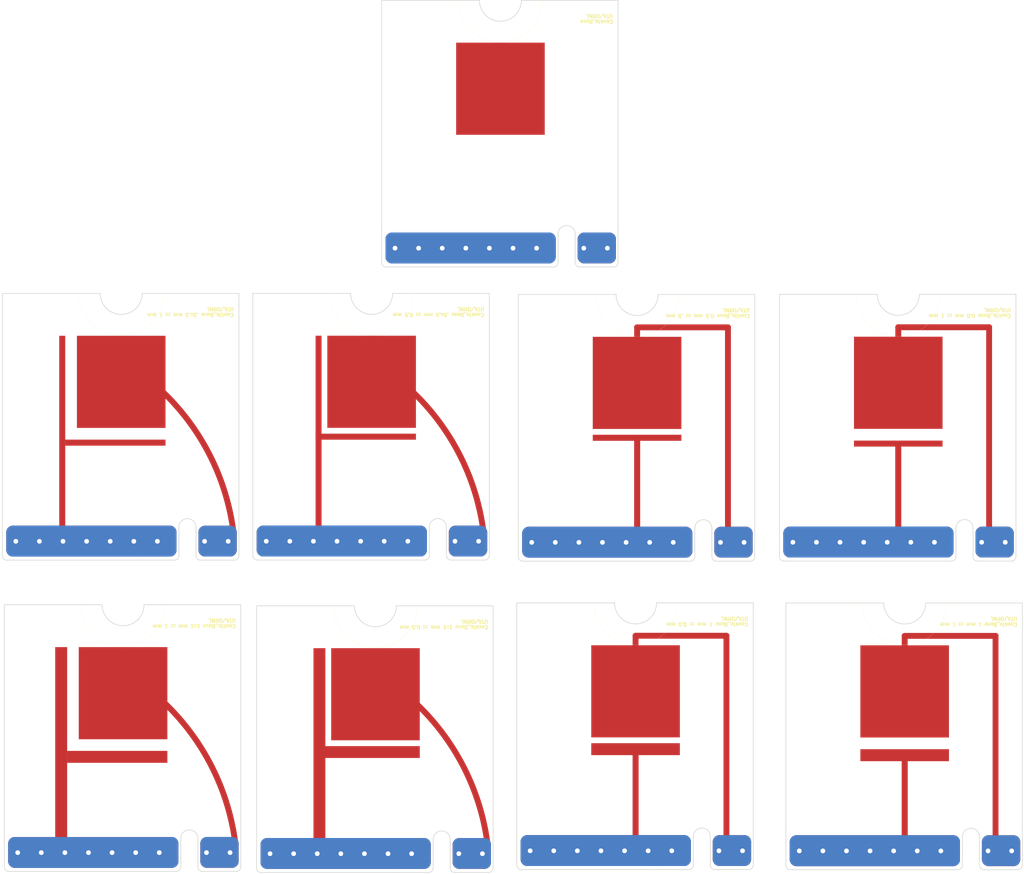
<source format=kicad_pcb>
(kicad_pcb (version 20221018) (generator pcbnew)

  (general
    (thickness 1.6)
  )

  (paper "A4")
  (layers
    (0 "F.Cu" signal)
    (31 "B.Cu" signal)
    (32 "B.Adhes" user "B.Adhesive")
    (33 "F.Adhes" user "F.Adhesive")
    (34 "B.Paste" user)
    (35 "F.Paste" user)
    (36 "B.SilkS" user "B.Silkscreen")
    (37 "F.SilkS" user "F.Silkscreen")
    (38 "B.Mask" user)
    (39 "F.Mask" user)
    (40 "Dwgs.User" user "User.Drawings")
    (41 "Cmts.User" user "User.Comments")
    (42 "Eco1.User" user "User.Eco1")
    (43 "Eco2.User" user "User.Eco2")
    (44 "Edge.Cuts" user)
    (45 "Margin" user)
    (46 "B.CrtYd" user "B.Courtyard")
    (47 "F.CrtYd" user "F.Courtyard")
    (48 "B.Fab" user)
    (49 "F.Fab" user)
    (50 "User.1" user)
    (51 "User.2" user)
    (52 "User.3" user)
    (53 "User.4" user)
    (54 "User.5" user)
    (55 "User.6" user)
    (56 "User.7" user)
    (57 "User.8" user)
    (58 "User.9" user)
  )

  (setup
    (pad_to_mask_clearance 0)
    (pcbplotparams
      (layerselection 0x00010fc_ffffffff)
      (plot_on_all_layers_selection 0x0000000_00000000)
      (disableapertmacros false)
      (usegerberextensions false)
      (usegerberattributes true)
      (usegerberadvancedattributes true)
      (creategerberjobfile true)
      (dashed_line_dash_ratio 12.000000)
      (dashed_line_gap_ratio 3.000000)
      (svgprecision 6)
      (plotframeref false)
      (viasonmask false)
      (mode 1)
      (useauxorigin false)
      (hpglpennumber 1)
      (hpglpenspeed 20)
      (hpglpendiameter 15.000000)
      (dxfpolygonmode true)
      (dxfimperialunits true)
      (dxfusepcbnewfont true)
      (psnegative false)
      (psa4output false)
      (plotreference true)
      (plotvalue true)
      (plotinvisibletext false)
      (sketchpadsonfab false)
      (subtractmaskfromsilk false)
      (outputformat 1)
      (mirror false)
      (drillshape 0)
      (scaleselection 1)
      (outputdirectory "")
    )
  )

  (net 0 "")

  (gr_poly
    (pts
      (xy 93.74324 58.3766)
      (xy 93.89564 58.5036)
      (xy 93.97184 58.6306)
      (xy 94.02264 58.783)
      (xy 91.38104 58.7576)
      (xy 79.72244 58.783)
      (xy 79.84944 58.529)
      (xy 80.02724 58.3766)
      (xy 80.15424 58.3258)
      (xy 80.23044 58.3004)
      (xy 93.54004 58.3004)
    )

    (stroke (width 0.1) (type solid)) (fill solid) (layer "F.Cu") (tstamp 0110a632-a62f-42b1-a7c5-79426177b27a))
  (gr_arc (start 58.09544 60.7996) (mid 57.736231 60.650809) (end 57.58744 60.2916)
    (stroke (width 0.1) (type solid)) (layer "F.Cu") (tstamp 025779bb-e4fc-4aa2-9832-46ba7d9a1a1a))
  (gr_arc (start 51.6918 85.1784) (mid 51.840577 84.819177) (end 52.1998 84.6704)
    (stroke (width 0.1) (type solid)) (layer "F.Cu") (tstamp 057f1de0-b33a-4bc4-bb6c-bbae6ab8e52e))
  (gr_rect (start 67.025 50.4946) (end 67.525 58.53)
    (stroke (width 0.01) (type solid)) (fill solid) (layer "F.Cu") (tstamp 059ccfbf-6952-4b68-9d81-369917713ee4))
  (gr_arc (start 59.82004 33.35) (mid 60.17926 33.498798) (end 60.32804 33.858)
    (stroke (width 0.1) (type solid)) (layer "F.Cu") (tstamp 0919aed7-24d7-441f-8ff2-bf9e7baddbd2))
  (gr_arc (start 77.01844 60.2916) (mid 76.869638 60.650798) (end 76.51044 60.7996)
    (stroke (width 0.1) (type solid)) (layer "F.Cu") (tstamp 0b955b91-98c4-4285-99a7-00b92e94353d))
  (gr_poly
    (pts
      (xy 71.47824 84.5266)
      (xy 71.63064 84.6536)
      (xy 71.70684 84.7806)
      (xy 71.75764 84.933)
      (xy 69.11604 84.9076)
      (xy 57.45744 84.933)
      (xy 57.58444 84.679)
      (xy 57.76224 84.5266)
      (xy 57.88924 84.4758)
      (xy 57.96544 84.4504)
      (xy 71.27504 84.4504)
    )

    (stroke (width 0.1) (type solid)) (fill solid) (layer "F.Cu") (tstamp 0bdbe1d1-b5b1-4e19-92f0-975e2ce41b7f))
  (gr_arc (start 14.5294 87.0944) (mid 14.170191 86.945609) (end 14.0214 86.5864)
    (stroke (width 0.1) (type solid)) (layer "F.Cu") (tstamp 0e0e0295-7e0b-4ac1-9dbf-eebdb6ca90c1))
  (gr_arc (start 73.73884 84.933) (mid 73.887617 84.573777) (end 74.24684 84.425)
    (stroke (width 0.1) (type solid)) (layer "F.Cu") (tstamp 0f9bc446-6f27-4b97-9a80-87344435f478))
  (gr_poly
    (pts
      (xy 33.046 84.656)
      (xy 33.3 84.7576)
      (xy 33.3635 84.8973)
      (xy 33.4524 85.0624)
      (xy 33.4524 86.5864)
      (xy 33.3762 86.6753)
      (xy 33.3 86.8531)
      (xy 33.173 86.9801)
      (xy 32.9698 87.0944)
      (xy 30.7727 87.0944)
      (xy 30.7346 87.0436)
      (xy 30.6076 86.9928)
      (xy 30.4806 86.9166)
      (xy 30.379 86.7642)
      (xy 30.3028 86.6118)
      (xy 30.3028 85.0497)
      (xy 30.379 84.9735)
      (xy 30.4679 84.8211)
      (xy 30.6076 84.7068)
      (xy 30.8108 84.5798)
      (xy 31.1791 84.5798)
      (xy 31.5728 84.5798)
      (xy 32.9571 84.5798)
    )

    (stroke (width 0.1) (type solid)) (fill solid) (layer "F.Cu") (tstamp 145ee03d-4cec-47ec-973f-c80710bf092c))
  (gr_arc (start 49.228 84.6704) (mid 49.587211 84.819189) (end 49.736 85.1784)
    (stroke (width 0.1) (type solid)) (layer "F.Cu") (tstamp 153cd4a1-ba3a-4430-8208-771131a7dd9a))
  (gr_poly
    (pts
      (xy 65.02704 33.4262)
      (xy 65.28104 33.5278)
      (xy 65.34454 33.6675)
      (xy 65.43344 33.8326)
      (xy 65.43344 35.3566)
      (xy 65.35724 35.4455)
      (xy 65.28104 35.6233)
      (xy 65.15404 35.7503)
      (xy 64.95084 35.8646)
      (xy 62.75374 35.8646)
      (xy 62.71564 35.8138)
      (xy 62.58864 35.763)
      (xy 62.46164 35.6868)
      (xy 62.36004 35.5344)
      (xy 62.28384 35.382)
      (xy 62.28384 33.8199)
      (xy 62.36004 33.7437)
      (xy 62.44894 33.5913)
      (xy 62.58864 33.477)
      (xy 62.79184 33.35)
      (xy 63.16014 33.35)
      (xy 63.55384 33.35)
      (xy 64.93814 33.35)
    )

    (stroke (width 0.1) (type solid)) (fill solid) (layer "F.Cu") (tstamp 16c8d9b5-970e-4b53-8a6a-ce5a44d4cec4))
  (gr_arc (start 28.347 86.5864) (mid 28.198198 86.945598) (end 27.839 87.0944)
    (stroke (width 0.1) (type solid)) (layer "F.Cu") (tstamp 1af86f75-7df3-4df4-a176-8fac0d45f2d2))
  (gr_arc (start 99.19044 84.435) (mid 99.549651 84.583789) (end 99.69844 84.943)
    (stroke (width 0.1) (type solid)) (layer "F.Cu") (tstamp 1d2e6bfe-c112-417b-afc5-745c2d4b12ea))
  (gr_rect (start 85.66 42.135) (end 93.16 49.935)
    (stroke (width 0.01) (type solid)) (fill solid) (layer "F.Cu") (tstamp 1f962336-a0b9-42c0-b7bc-ab61143bd0b6))
  (gr_rect (start 17.95896 68.4398) (end 18.95896 84.7948)
    (stroke (width 0.01) (type solid)) (fill solid) (layer "F.Cu") (tstamp 1fc45d93-340c-42c4-8c68-73d1865f1487))
  (gr_arc (start 46.00244 33.858) (mid 46.151226 33.498769) (end 46.51044 33.35)
    (stroke (width 0.1) (type solid)) (layer "F.Cu") (tstamp 233a0158-a73b-4d09-8912-e3e4ebea4f50))
  (gr_poly
    (pts
      (xy 28.347 86.5864)
      (xy 14.2754 85.8498)
      (xy 14.5294 85.291)
      (xy 28.347 85.0878)
    )

    (stroke (width 0.1) (type solid)) (fill solid) (layer "F.Cu") (tstamp 2436913d-b75f-4ebd-9513-f54e2b4201c2))
  (gr_arc (start 99.69844 86.4416) (mid 99.549638 86.800798) (end 99.19044 86.9496)
    (stroke (width 0.1) (type solid)) (layer "F.Cu") (tstamp 25e9f51a-15fe-4351-b43e-3ad8987be70d))
  (gr_poly
    (pts
      (xy 49.4312 84.772)
      (xy 49.5836 84.899)
      (xy 49.6598 85.026)
      (xy 49.7106 85.1784)
      (xy 47.069 85.153)
      (xy 35.4104 85.1784)
      (xy 35.5374 84.9244)
      (xy 35.7152 84.772)
      (xy 35.8422 84.7212)
      (xy 35.9184 84.6958)
      (xy 49.228 84.6958)
    )

    (stroke (width 0.1) (type solid)) (fill solid) (layer "F.Cu") (tstamp 270c2735-9bbe-4d41-a2af-4019b970c8e8))
  (gr_arc (start 13.86244 58.703) (mid 14.011217 58.343777) (end 14.37044 58.195)
    (stroke (width 0.1) (type solid)) (layer "F.Cu") (tstamp 293518a9-3201-48fc-ab79-da1ebedd9c25))
  (gr_arc (start 52.1998 87.185) (mid 51.840591 87.036209) (end 51.6918 86.677)
    (stroke (width 0.1) (type solid)) (layer "F.Cu") (tstamp 2a8f0b96-316b-4b6a-ac71-d46d7213ec0f))
  (gr_arc (start 99.15344 60.2816) (mid 99.004638 60.640798) (end 98.64544 60.7896)
    (stroke (width 0.1) (type solid)) (layer "F.Cu") (tstamp 2b3561c9-a48e-496f-a56e-911316a6173a))
  (gr_arc (start 27.68004 58.195) (mid 28.039251 58.343789) (end 28.18804 58.703)
    (stroke (width 0.1) (type solid)) (layer "F.Cu") (tstamp 2bfa9ac1-9d49-4042-a40a-23759174f516))
  (gr_poly
    (pts
      (xy 32.88704 58.2712)
      (xy 33.14104 58.3728)
      (xy 33.20454 58.5125)
      (xy 33.29344 58.6776)
      (xy 33.29344 60.2016)
      (xy 33.21724 60.2905)
      (xy 33.14104 60.4683)
      (xy 33.01404 60.5953)
      (xy 32.81084 60.7096)
      (xy 30.61374 60.7096)
      (xy 30.57564 60.6588)
      (xy 30.44864 60.608)
      (xy 30.32164 60.5318)
      (xy 30.22004 60.3794)
      (xy 30.14384 60.227)
      (xy 30.14384 58.6649)
      (xy 30.22004 58.5887)
      (xy 30.30894 58.4363)
      (xy 30.44864 58.322)
      (xy 30.65184 58.195)
      (xy 31.02014 58.195)
      (xy 31.41384 58.195)
      (xy 32.79814 58.195)
    )

    (stroke (width 0.1) (type solid)) (fill solid) (layer "F.Cu") (tstamp 2c23caea-ee57-42bc-bc1a-c090790eaf97))
  (gr_poly
    (pts
      (xy 94.02264 60.2816)
      (xy 93.97184 60.4086)
      (xy 93.81944 60.6372)
      (xy 93.54004 60.7642)
      (xy 80.23044 60.7642)
      (xy 80.05264 60.7134)
      (xy 79.87484 60.561)
      (xy 79.72244 60.2816)
      (xy 80.23044 59.6212)
      (xy 81.14484 58.6814)
      (xy 88.15524 58.5544)
    )

    (stroke (width 0.1) (type solid)) (fill solid) (layer "F.Cu") (tstamp 2d639837-c117-4e0b-a171-8b7e63d6beab))
  (gr_arc (start 76.51044 58.285) (mid 76.869651 58.433789) (end 77.01844 58.793)
    (stroke (width 0.1) (type solid)) (layer "F.Cu") (tstamp 2f7fe5cc-051b-4f02-a6df-3faff297af74))
  (gr_line (start 89.955 68.295) (end 89.955 67.485)
    (stroke (width 0.5) (type solid)) (layer "F.Cu") (tstamp 32cbc72d-febf-46be-9c73-b84aa45de3a0))
  (gr_arc (start 35.9184 87.185) (mid 35.559191 87.036209) (end 35.4104 86.677)
    (stroke (width 0.1) (type solid)) (layer "F.Cu") (tstamp 347fa63a-92c1-4c34-a1b7-4d1cdcfdeaf3))
  (gr_arc (start 71.78304 86.4316) (mid 71.634238 86.790798) (end 71.27504 86.9396)
    (stroke (width 0.1) (type solid)) (layer "F.Cu") (tstamp 390e2050-c57f-4128-b3da-dc7376a37c17))
  (gr_poly
    (pts
      (xy 15.7994 85.1386)
      (xy 16.0534 86.6118)
      (xy 15.901 86.561)
      (xy 14.0214 86.5864)
      (xy 14.0214 85.1132)
    )

    (stroke (width 0.1) (type solid)) (fill solid) (layer "F.Cu") (tstamp 39d84d91-4eed-4273-b4f2-bfff6b4e872e))
  (gr_arc (start 51.36884 58.698) (mid 51.517617 58.338777) (end 51.87684 58.19)
    (stroke (width 0.1) (type solid)) (layer "F.Cu") (tstamp 3a27acb5-0c6a-40b8-9b28-a885b058ea0f))
  (gr_poly
    (pts
      (xy 28.18804 60.2016)
      (xy 14.11644 59.465)
      (xy 14.37044 58.9062)
      (xy 28.18804 58.703)
    )

    (stroke (width 0.1) (type solid)) (fill solid) (layer "F.Cu") (tstamp 3db8042f-06f4-4ba4-8eb7-5e0326e26740))
  (gr_arc (start 35.4104 85.1784) (mid 35.559177 84.819177) (end 35.9184 84.6704)
    (stroke (width 0.1) (type solid)) (layer "F.Cu") (tstamp 3e4372cd-fd2d-45d1-9092-6d2cc8783002))
  (gr_poly
    (pts
      (xy 49.38764 60.1966)
      (xy 49.33684 60.3236)
      (xy 49.18444 60.5522)
      (xy 48.90504 60.6792)
      (xy 35.59544 60.6792)
      (xy 35.41764 60.6284)
      (xy 35.23984 60.476)
      (xy 35.08744 60.1966)
      (xy 35.59544 59.5362)
      (xy 36.50984 58.5964)
      (xy 43.52024 58.4694)
    )

    (stroke (width 0.1) (type solid)) (fill solid) (layer "F.Cu") (tstamp 40052f46-f873-44ab-b689-393878c08fc4))
  (gr_arc (start 14.0214 85.0878) (mid 14.170177 84.728577) (end 14.5294 84.5798)
    (stroke (width 0.1) (type solid)) (layer "F.Cu") (tstamp 40c57445-8791-4e93-bff4-01a1dba49b55))
  (gr_line (start 74.975 41.335) (end 74.975 58.26)
    (stroke (width 0.5) (type solid)) (layer "F.Cu") (tstamp 413973f9-dc07-46c5-bf0c-c5ebab9eecb3))
  (gr_arc (start 30.3028 85.0878) (mid 30.451578 84.728578) (end 30.8108 84.5798)
    (stroke (width 0.1) (type solid)) (layer "F.Cu") (tstamp 420f3ca8-3284-4810-a901-8949568781b0))
  (gr_line (start 89.41 42.135) (end 89.41 41.325)
    (stroke (width 0.5) (type solid)) (layer "F.Cu") (tstamp 42a9e566-0389-467e-8470-bd4cf516cfb4))
  (gr_poly
    (pts
      (xy 49.736 86.677)
      (xy 35.6644 85.9404)
      (xy 35.9184 85.3816)
      (xy 49.736 85.1784)
    )

    (stroke (width 0.1) (type solid)) (fill solid) (layer "F.Cu") (tstamp 42f9da23-a418-47f2-87af-a79b7fc4ff02))
  (gr_poly
    (pts
      (xy 59.36544 58.8438)
      (xy 59.61944 60.317)
      (xy 59.46704 60.2662)
      (xy 57.58744 60.2916)
      (xy 57.58744 58.8184)
    )

    (stroke (width 0.1) (type solid)) (fill solid) (layer "F.Cu") (tstamp 4330b1d8-1239-4fe6-b1c7-b3adc341d406))
  (gr_poly
    (pts
      (xy 60.32804 35.3566)
      (xy 46.25644 34.62)
      (xy 46.51044 34.0612)
      (xy 60.32804 33.858)
    )

    (stroke (width 0.1) (type solid)) (fill solid) (layer "F.Cu") (tstamp 4419345f-c5cf-4017-97ed-5ca9c4b954c5))
  (gr_poly
    (pts
      (xy 71.37964 60.7996)
      (xy 58.09544 60.7996)
      (xy 58.09544 58.285)
      (xy 71.37964 58.285)
    )

    (stroke (width 0.1) (type solid)) (fill solid) (layer "F.Cu") (tstamp 45de30a0-7331-4001-9157-fa033f92a86d))
  (gr_poly
    (pts
      (xy 94.59304 86.4416)
      (xy 80.52144 85.705)
      (xy 80.77544 85.1462)
      (xy 94.59304 84.943)
    )

    (stroke (width 0.1) (type solid)) (fill solid) (layer "F.Cu") (tstamp 48e020da-bf01-4dc3-b92e-1d236c1085fd))
  (gr_rect (start 39.84796 68.5304) (end 40.84796 84.8854)
    (stroke (width 0.01) (type solid)) (fill solid) (layer "F.Cu") (tstamp 4ad287e2-304a-4aba-bdd7-2a7c52e8bbf4))
  (gr_arc (start 28.18804 60.2016) (mid 28.039238 60.560798) (end 27.68004 60.7096)
    (stroke (width 0.1) (type solid)) (layer "F.Cu") (tstamp 4dde9092-9632-42d9-a156-9f43daa522e4))
  (gr_arc (start 48.90504 58.19) (mid 49.264251 58.338789) (end 49.41304 58.698)
    (stroke (width 0.1) (type solid)) (layer "F.Cu") (tstamp 4f3759bc-9333-473b-ba23-0afce245bae0))
  (gr_arc (start 80.23044 60.7896) (mid 79.871231 60.640809) (end 79.72244 60.2816)
    (stroke (width 0.1) (type solid)) (layer "F.Cu") (tstamp 506f0945-0cf0-4f56-a7a7-d5b1ea815217))
  (gr_poly
    (pts
      (xy 71.24964 86.9396)
      (xy 57.96544 86.9396)
      (xy 57.96544 84.425)
      (xy 71.24964 84.425)
    )

    (stroke (width 0.1) (type solid)) (fill solid) (layer "F.Cu") (tstamp 52dd4f11-6095-4518-877b-7a4d9be904c8))
  (gr_poly
    (pts
      (xy 28.0422 84.6814)
      (xy 28.1946 84.8084)
      (xy 28.2708 84.9354)
      (xy 28.3216 85.0878)
      (xy 25.68 85.0624)
      (xy 14.0214 85.0878)
      (xy 14.1484 84.8338)
      (xy 14.3262 84.6814)
      (xy 14.4532 84.6306)
      (xy 14.5294 84.6052)
      (xy 27.839 84.6052)
    )

    (stroke (width 0.1) (type solid)) (fill solid) (layer "F.Cu") (tstamp 5452a7e0-e152-4f48-8779-555dddbbddb4))
  (gr_rect (start 40.025 42.05) (end 40.525 58.405)
    (stroke (width 0.01) (type solid)) (fill solid) (layer "F.Cu") (tstamp 5454c4f5-be4d-41a9-ad65-3bdc4c92333a))
  (gr_arc (start 94.59304 86.4416) (mid 94.444238 86.800798) (end 94.08504 86.9496)
    (stroke (width 0.1) (type solid)) (layer "F.Cu") (tstamp 55b73af4-ad89-4158-ade4-af9f1af37144))
  (gr_arc (start 54.51844 60.1966) (mid 54.369638 60.555798) (end 54.01044 60.7046)
    (stroke (width 0.1) (type solid)) (layer "F.Cu") (tstamp 58dfc695-1a0a-404b-bdd2-6abdd198a79c))
  (gr_arc (start 46.51044 35.8646) (mid 46.151239 35.715818) (end 46.00244 35.3566)
    (stroke (width 0.1) (type solid)) (layer "F.Cu") (tstamp 5a17090f-ff16-44db-bc27-0137f18ae54c))
  (gr_rect (start 41.025 42.05) (end 48.525 49.85)
    (stroke (width 0.01) (type solid)) (fill solid) (layer "F.Cu") (tstamp 5ca6416d-5154-424f-8044-9993d5e2b30d))
  (gr_arc (start 94.04804 60.2816) (mid 93.899238 60.640798) (end 93.54004 60.7896)
    (stroke (width 0.1) (type solid)) (layer "F.Cu") (tstamp 5d93c944-1f6f-4396-a8e5-0d0970f45631))
  (gr_arc (start 57.45744 84.933) (mid 57.606217 84.573777) (end 57.96544 84.425)
    (stroke (width 0.1) (type solid)) (layer "F.Cu") (tstamp 6108ea75-1fbc-4f57-ae94-5779ae661a8f))
  (gr_arc (start 79.72244 58.783) (mid 79.871217 58.423777) (end 80.23044 58.275)
    (stroke (width 0.1) (type solid)) (layer "F.Cu") (tstamp 6441c0e3-0040-4494-a0f4-8abe5c2454af))
  (gr_arc (start 80.26744 84.943) (mid 80.416217 84.583777) (end 80.77544 84.435)
    (stroke (width 0.1) (type solid)) (layer "F.Cu") (tstamp 68b95a64-7a1e-453c-89f4-1c1e54cf5924))
  (gr_poly
    (pts
      (xy 27.88324 58.2966)
      (xy 28.03564 58.4236)
      (xy 28.11184 58.5506)
      (xy 28.16264 58.703)
      (xy 25.52104 58.6776)
      (xy 13.86244 58.703)
      (xy 13.98944 58.449)
      (xy 14.16724 58.2966)
      (xy 14.29424 58.2458)
      (xy 14.37044 58.2204)
      (xy 27.68004 58.2204)
    )

    (stroke (width 0.1) (type solid)) (fill solid) (layer "F.Cu") (tstamp 6bb95a40-3657-4ce7-9278-3d63045c1d7e))
  (gr_line (start 67.275 42.145) (end 67.275 41.335)
    (stroke (width 0.5) (type solid)) (layer "F.Cu") (tstamp 6bcfa7e1-450a-4051-917c-7ca8323c9a32))
  (gr_arc (start 94.08504 84.435) (mid 94.444251 84.583789) (end 94.59304 84.943)
    (stroke (width 0.1) (type solid)) (layer "F.Cu") (tstamp 718afd94-0e15-4e21-a579-11faa22d0c17))
  (gr_arc (start 76.88844 86.4316) (mid 76.739638 86.790798) (end 76.38044 86.9396)
    (stroke (width 0.1) (type solid)) (layer "F.Cu") (tstamp 725c2fc0-1532-4dec-bfa1-bc086af3a212))
  (gr_poly
    (pts
      (xy 60.30264 35.3566)
      (xy 60.25184 35.4836)
      (xy 60.09944 35.7122)
      (xy 59.82004 35.8392)
      (xy 46.51044 35.8392)
      (xy 46.33264 35.7884)
      (xy 46.15484 35.636)
      (xy 46.00244 35.3566)
      (xy 46.51044 34.6962)
      (xy 47.42484 33.7564)
      (xy 54.43524 33.6294)
    )

    (stroke (width 0.1) (type solid)) (fill solid) (layer "F.Cu") (tstamp 7423c73a-0f4c-4900-be2e-be6985078c0d))
  (gr_poly
    (pts
      (xy 71.60824 58.3866)
      (xy 71.76064 58.5136)
      (xy 71.83684 58.6406)
      (xy 71.88764 58.793)
      (xy 69.24604 58.7676)
      (xy 57.58744 58.793)
      (xy 57.71444 58.539)
      (xy 57.89224 58.3866)
      (xy 58.01924 58.3358)
      (xy 58.09544 58.3104)
      (xy 71.40504 58.3104)
    )

    (stroke (width 0.1) (type solid)) (fill solid) (layer "F.Cu") (tstamp 762d592f-738b-456b-aa5a-af584e2ecf01))
  (gr_arc (start 30.14384 58.703) (mid 30.292617 58.343777) (end 30.65184 58.195)
    (stroke (width 0.1) (type solid)) (layer "F.Cu") (tstamp 77411308-61ef-4d05-b2b9-e7c33bbca9f5))
  (gr_poly
    (pts
      (xy 94.04804 60.2816)
      (xy 79.97644 59.545)
      (xy 80.23044 58.9862)
      (xy 94.04804 58.783)
    )

    (stroke (width 0.1) (type solid)) (fill solid) (layer "F.Cu") (tstamp 77ea3dc0-8597-44b0-a4dd-6b33d96798a8))
  (gr_rect (start 40.34796 76.8304) (end 48.84796 77.8304)
    (stroke (width 0.01) (type solid)) (fill solid) (layer "F.Cu") (tstamp 784c8e17-afb3-41d9-91b0-4040dd940d48))
  (gr_poly
    (pts
      (xy 76.48204 84.5012)
      (xy 76.73604 84.6028)
      (xy 76.79954 84.7425)
      (xy 76.88844 84.9076)
      (xy 76.88844 86.4316)
      (xy 76.81224 86.5205)
      (xy 76.73604 86.6983)
      (xy 76.60904 86.8253)
      (xy 76.40584 86.9396)
      (xy 74.20874 86.9396)
      (xy 74.17064 86.8888)
      (xy 74.04364 86.838)
      (xy 73.91664 86.7618)
      (xy 73.81504 86.6094)
      (xy 73.73884 86.457)
      (xy 73.73884 84.8949)
      (xy 73.81504 84.8187)
      (xy 73.90394 84.6663)
      (xy 74.04364 84.552)
      (xy 74.24684 84.425)
      (xy 74.61514 84.425)
      (xy 75.00884 84.425)
      (xy 76.39314 84.425)
    )

    (stroke (width 0.1) (type solid)) (fill solid) (layer "F.Cu") (tstamp 798cdfad-cbaa-42a5-a84c-e20dd4e060db))
  (gr_poly
    (pts
      (xy 60.02324 33.4516)
      (xy 60.17564 33.5786)
      (xy 60.25184 33.7056)
      (xy 60.30264 33.858)
      (xy 57.66104 33.8326)
      (xy 46.00244 33.858)
      (xy 46.12944 33.604)
      (xy 46.30724 33.4516)
      (xy 46.43424 33.4008)
      (xy 46.51044 33.3754)
      (xy 59.82004 33.3754)
    )

    (stroke (width 0.1) (type solid)) (fill solid) (layer "F.Cu") (tstamp 7a18834c-64d7-404d-85fe-d8da0dc22056))
  (gr_arc (start 57.96544 86.9396) (mid 57.606231 86.790809) (end 57.45744 86.4316)
    (stroke (width 0.1) (type solid)) (layer "F.Cu") (tstamp 7d225c89-76b5-438d-89a6-bad57d8935a2))
  (gr_line (start 97.11 41.325) (end 97.11 58.25)
    (stroke (width 0.5) (type solid)) (layer "F.Cu") (tstamp 7d59fa4c-f71f-4e90-ae1c-32eb7da4fc23))
  (gr_poly
    (pts
      (xy 71.88764 60.2916)
      (xy 71.83684 60.4186)
      (xy 71.68444 60.6472)
      (xy 71.40504 60.7742)
      (xy 58.09544 60.7742)
      (xy 57.91764 60.7234)
      (xy 57.73984 60.571)
      (xy 57.58744 60.2916)
      (xy 58.09544 59.6312)
      (xy 59.00984 58.6914)
      (xy 66.02024 58.5644)
    )

    (stroke (width 0.1) (type solid)) (fill solid) (layer "F.Cu") (tstamp 7e1d7abd-b6e5-4856-b409-feee625f0f4e))
  (gr_rect (start 40.025 50.35) (end 48.525 50.85)
    (stroke (width 0.01) (type solid)) (fill solid) (layer "F.Cu") (tstamp 7f8464d5-721c-417b-ad7e-cdf162a05b1c))
  (gr_rect (start 63.525 42.145) (end 71.025 49.945)
    (stroke (width 0.01) (type solid)) (fill solid) (layer "F.Cu") (tstamp 822d1c1a-0594-4027-9dd5-1b48b65cd44a))
  (gr_arc (start 98.64544 58.275) (mid 99.004651 58.423789) (end 99.15344 58.783)
    (stroke (width 0.1) (type solid)) (layer "F.Cu") (tstamp 843f2ed9-f0f1-4fb9-b668-a29d86cb090d))
  (gr_arc (start 49.41304 60.1966) (mid 49.264238 60.555798) (end 48.90504 60.7046)
    (stroke (width 0.1) (type solid)) (layer "F.Cu") (tstamp 8538ad58-b6f8-4558-ad13-fddf47331400))
  (gr_poly
    (pts
      (xy 99.29204 84.5112)
      (xy 99.54604 84.6128)
      (xy 99.60954 84.7525)
      (xy 99.69844 84.9176)
      (xy 99.69844 86.4416)
      (xy 99.62224 86.5305)
      (xy 99.54604 86.7083)
      (xy 99.41904 86.8353)
      (xy 99.21584 86.9496)
      (xy 97.01874 86.9496)
      (xy 96.98064 86.8988)
      (xy 96.85364 86.848)
      (xy 96.72664 86.7718)
      (xy 96.62504 86.6194)
      (xy 96.54884 86.467)
      (xy 96.54884 84.9049)
      (xy 96.62504 84.8287)
      (xy 96.71394 84.6763)
      (xy 96.85364 84.562)
      (xy 97.05684 84.435)
      (xy 97.42514 84.435)
      (xy 97.81884 84.435)
      (xy 99.20314 84.435)
    )

    (stroke (width 0.1) (type solid)) (fill solid) (layer "F.Cu") (tstamp 86c6aa6e-a53f-44a0-b4f5-23de44432721))
  (gr_poly
    (pts
      (xy 54.11204 58.2662)
      (xy 54.36604 58.3678)
      (xy 54.42954 58.5075)
      (xy 54.51844 58.6726)
      (xy 54.51844 60.1966)
      (xy 54.44224 60.2855)
      (xy 54.36604 60.4633)
      (xy 54.23904 60.5903)
      (xy 54.03584 60.7046)
      (xy 51.83874 60.7046)
      (xy 51.80064 60.6538)
      (xy 51.67364 60.603)
      (xy 51.54664 60.5268)
      (xy 51.44504 60.3744)
      (xy 51.36884 60.222)
      (xy 51.36884 58.6599)
      (xy 51.44504 58.5837)
      (xy 51.53394 58.4313)
      (xy 51.67364 58.317)
      (xy 51.87684 58.19)
      (xy 52.24514 58.19)
      (xy 52.63884 58.19)
      (xy 54.02314 58.19)
    )

    (stroke (width 0.1) (type solid)) (fill solid) (layer "F.Cu") (tstamp 88718681-f946-430a-9144-2c75153ce9fd))
  (gr_poly
    (pts
      (xy 94.56764 86.4416)
      (xy 94.51684 86.5686)
      (xy 94.36444 86.7972)
      (xy 94.08504 86.9242)
      (xy 80.77544 86.9242)
      (xy 80.59764 86.8734)
      (xy 80.41984 86.721)
      (xy 80.26744 86.4416)
      (xy 80.77544 85.7812)
      (xy 81.68984 84.8414)
      (xy 88.70024 84.7144)
    )

    (stroke (width 0.1) (type solid)) (fill solid) (layer "F.Cu") (tstamp 88823d5c-6b6c-487b-b729-8edb86f6fb20))
  (gr_arc (start 71.91304 60.2916) (mid 71.764238 60.650798) (end 71.40504 60.7996)
    (stroke (width 0.1) (type solid)) (layer "F.Cu") (tstamp 8f398eb5-da42-4ff3-9cb1-4384be1e688a))
  (gr_arc (start 27.839 84.5798) (mid 28.198211 84.728589) (end 28.347 85.0878)
    (stroke (width 0.1) (type solid)) (layer "F.Cu") (tstamp 9000b073-6796-4085-a274-d87fedfedc30))
  (gr_arc (start 96.54884 84.943) (mid 96.697617 84.583777) (end 97.05684 84.435)
    (stroke (width 0.1) (type solid)) (layer "F.Cu") (tstamp 916ee6ad-621f-4a2f-9c50-88e84420cdf2))
  (gr_rect (start 89.705 77.1946) (end 90.205 84.68)
    (stroke (width 0.01) (type solid)) (fill solid) (layer "F.Cu") (tstamp 91dbbe05-e28a-4658-8bb6-50eb00b8b3c2))
  (gr_rect (start 63.395 76.585) (end 70.895 77.585)
    (stroke (width 0.01) (type solid)) (fill solid) (layer "F.Cu") (tstamp 9225721a-63c6-47a1-8104-6430d8338240))
  (gr_poly
    (pts
      (xy 47.78044 33.9088)
      (xy 48.03444 35.382)
      (xy 47.88204 35.3312)
      (xy 46.00244 35.3566)
      (xy 46.00244 33.8834)
    )

    (stroke (width 0.1) (type solid)) (fill solid) (layer "F.Cu") (tstamp 925ac6c7-e2e4-43aa-b5af-7a6df8d306c7))
  (gr_arc (start 49.736 86.677) (mid 49.587198 87.036198) (end 49.228 87.185)
    (stroke (width 0.1) (type solid)) (layer "F.Cu") (tstamp 92a26ec8-17a0-427c-84d7-c55b057b3635))
  (gr_arc (start 65.43344 35.3566) (mid 65.284647 35.715789) (end 64.92544 35.8646)
    (stroke (width 0.1) (type solid)) (layer "F.Cu") (tstamp 93849d5b-cc98-42e2-9280-00582b54394b))
  (gr_arc (start 32.78544 58.195) (mid 33.144651 58.343789) (end 33.29344 58.703)
    (stroke (width 0.1) (type solid)) (layer "F.Cu") (tstamp 957a105c-26b5-4bb3-bade-f6391d4626f3))
  (gr_rect (start 18.95896 77.2398) (end 27.45896 78.2398)
    (stroke (width 0.01) (type solid)) (fill solid) (layer "F.Cu") (tstamp 95b2c5c8-a8bd-4940-b7a5-1636c387760b))
  (gr_poly
    (pts
      (xy 98.74704 58.3512)
      (xy 99.00104 58.4528)
      (xy 99.06454 58.5925)
      (xy 99.15344 58.7576)
      (xy 99.15344 60.2816)
      (xy 99.07724 60.3705)
      (xy 99.00104 60.5483)
      (xy 98.87404 60.6753)
      (xy 98.67084 60.7896)
      (xy 96.47374 60.7896)
      (xy 96.43564 60.7388)
      (xy 96.30864 60.688)
      (xy 96.18164 60.6118)
      (xy 96.08004 60.4594)
      (xy 96.00384 60.307)
      (xy 96.00384 58.7449)
      (xy 96.08004 58.6687)
      (xy 96.16894 58.5163)
      (xy 96.30864 58.402)
      (xy 96.51184 58.275)
      (xy 96.88014 58.275)
      (xy 97.27384 58.275)
      (xy 98.65814 58.275)
    )

    (stroke (width 0.1) (type solid)) (fill solid) (layer "F.Cu") (tstamp 9707b034-f91f-49d0-a24f-b13ee26bd35a))
  (gr_arc (start 62.28384 33.858) (mid 62.432626 33.498769) (end 62.79184 33.35)
    (stroke (width 0.1) (type solid)) (layer "F.Cu") (tstamp 975dcce3-e43e-4609-8c43-fedf1a287c78))
  (gr_arc (start 32.9444 84.5798) (mid 33.30361 84.72859) (end 33.4524 85.0878)
    (stroke (width 0.1) (type solid)) (layer "F.Cu") (tstamp 996e58b9-6cba-440a-a562-c8f0e659b746))
  (gr_rect (start 19.95896 68.4398) (end 27.45896 76.2398)
    (stroke (width 0.01) (type solid)) (fill solid) (layer "F.Cu") (tstamp 99d67b6b-33b1-4a9d-ae89-586a95967038))
  (gr_poly
    (pts
      (xy 71.78304 86.4316)
      (xy 57.71144 85.695)
      (xy 57.96544 85.1362)
      (xy 71.78304 84.933)
    )

    (stroke (width 0.1) (type solid)) (fill solid) (layer "F.Cu") (tstamp 99f333b0-afdb-4cfe-b32d-d43cc179777c))
  (gr_arc (start 33.29344 60.2016) (mid 33.144638 60.560798) (end 32.78544 60.7096)
    (stroke (width 0.1) (type solid)) (layer "F.Cu") (tstamp 9abea89d-cbb6-4bcb-96c7-65c9f21f220a))
  (gr_line (start 97.655 67.485) (end 97.655 84.41)
    (stroke (width 0.5) (type solid)) (layer "F.Cu") (tstamp 9b76038b-d378-4e82-aff1-671c7089c1a5))
  (gr_poly
    (pts
      (xy 27.8136 87.0944)
      (xy 14.5294 87.0944)
      (xy 14.5294 84.5798)
      (xy 27.8136 84.5798)
    )

    (stroke (width 0.1) (type solid)) (fill solid) (layer "F.Cu") (tstamp 9bd87822-dc51-41b5-8617-d2789af9c2d1))
  (gr_arc (start 51.87684 60.7046) (mid 51.517631 60.555809) (end 51.36884 60.1966)
    (stroke (width 0.1) (type solid)) (layer "F.Cu") (tstamp 9d6b332e-6893-4c2b-8025-04b669b4b684))
  (gr_rect (start 86.205 68.295) (end 93.705 76.095)
    (stroke (width 0.01) (type solid)) (fill solid) (layer "F.Cu") (tstamp a0e68462-8539-4979-9dce-f3fac0bb0662))
  (gr_arc (start 57.58744 58.793) (mid 57.736217 58.433777) (end 58.09544 58.285)
    (stroke (width 0.1) (type solid)) (layer "F.Cu") (tstamp a146e91f-7212-45d0-b419-648ed6f480e4))
  (gr_rect (start 19.8 42.055) (end 27.3 49.855)
    (stroke (width 0.01) (type solid)) (fill solid) (layer "F.Cu") (tstamp a1d0f95d-fe0c-426c-8d8e-167943440b9c))
  (gr_poly
    (pts
      (xy 59.23544 84.9838)
      (xy 59.48944 86.457)
      (xy 59.33704 86.4062)
      (xy 57.45744 86.4316)
      (xy 57.45744 84.9584)
    )

    (stroke (width 0.1) (type solid)) (fill solid) (layer "F.Cu") (tstamp a1e91697-d30b-4c08-84e5-57a331ec48d8))
  (gr_arc (start 93.54004 58.275) (mid 93.899251 58.423789) (end 94.04804 58.783)
    (stroke (width 0.1) (type solid)) (layer "F.Cu") (tstamp a30c6b13-b52c-4b77-9f57-a049fc15e82e))
  (gr_arc (start 26.405 46.19) (mid 30.875333 51.819004) (end 33.057816 58.667824)
    (stroke (width 0.5) (type solid)) (layer "F.Cu") (tstamp a343419e-46ac-488c-8c71-d2f773fe4047))
  (gr_arc (start 54.8414 86.677) (mid 54.692598 87.036198) (end 54.3334 87.185)
    (stroke (width 0.1) (type solid)) (layer "F.Cu") (tstamp a356ec37-3c28-416d-af8b-38cb83cf20fb))
  (gr_poly
    (pts
      (xy 36.86544 58.7488)
      (xy 37.11944 60.222)
      (xy 36.96704 60.1712)
      (xy 35.08744 60.1966)
      (xy 35.08744 58.7234)
    )

    (stroke (width 0.1) (type solid)) (fill solid) (layer "F.Cu") (tstamp a45292d4-c499-445e-8a98-884dc28c5184))
  (gr_poly
    (pts
      (xy 49.7106 86.677)
      (xy 49.6598 86.804)
      (xy 49.5074 87.0326)
      (xy 49.228 87.1596)
      (xy 35.9184 87.1596)
      (xy 35.7406 87.1088)
      (xy 35.5628 86.9564)
      (xy 35.4104 86.677)
      (xy 35.9184 86.0166)
      (xy 36.8328 85.0768)
      (xy 43.8432 84.9498)
    )

    (stroke (width 0.1) (type solid)) (fill solid) (layer "F.Cu") (tstamp a5a9cdd6-700c-4e72-adfc-bf62872738c7))
  (gr_arc (start 30.65184 60.7096) (mid 30.292631 60.560809) (end 30.14384 60.2016)
    (stroke (width 0.1) (type solid)) (layer "F.Cu") (tstamp a6e75e5b-02a7-42d5-9063-10ca7e039e8c))
  (gr_rect (start 85.66 50.935) (end 93.16 51.435)
    (stroke (width 0.01) (type solid)) (fill solid) (layer "F.Cu") (tstamp a897ea9e-412f-460c-8197-b5d71e052d84))
  (gr_line (start 67.275 41.335) (end 74.975 41.335)
    (stroke (width 0.5) (type solid)) (layer "F.Cu") (tstamp a8dbbe83-9f9e-428f-94f4-2c0d7b377e4f))
  (gr_poly
    (pts
      (xy 94.05964 86.9496)
      (xy 80.77544 86.9496)
      (xy 80.77544 84.435)
      (xy 94.05964 84.435)
    )

    (stroke (width 0.1) (type solid)) (fill solid) (layer "F.Cu") (tstamp a9201295-0bf5-4d02-a61c-2a0cb3e9952a))
  (gr_poly
    (pts
      (xy 15.64044 58.7538)
      (xy 15.89444 60.227)
      (xy 15.74204 60.1762)
      (xy 13.86244 60.2016)
      (xy 13.86244 58.7284)
    )

    (stroke (width 0.1) (type solid)) (fill solid) (layer "F.Cu") (tstamp acb5b8c7-1bbd-4d86-bdba-610911877356))
  (gr_arc (start 80.77544 86.9496) (mid 80.416231 86.800809) (end 80.26744 86.4416)
    (stroke (width 0.1) (type solid)) (layer "F.Cu") (tstamp af032e97-66b4-4981-bab3-2dbf38a98634))
  (gr_line (start 67.145 67.475) (end 74.845 67.475)
    (stroke (width 0.5) (type solid)) (layer "F.Cu") (tstamp af819add-b8b7-44c4-958d-d3c71da46521))
  (gr_poly
    (pts
      (xy 49.2026 87.185)
      (xy 35.9184 87.185)
      (xy 35.9184 84.6704)
      (xy 49.2026 84.6704)
    )

    (stroke (width 0.1) (type solid)) (fill solid) (layer "F.Cu") (tstamp b16d62f4-9f88-4c0d-b14d-28972d1342d2))
  (gr_poly
    (pts
      (xy 94.28824 84.5366)
      (xy 94.44064 84.6636)
      (xy 94.51684 84.7906)
      (xy 94.56764 84.943)
      (xy 91.92604 84.9176)
      (xy 80.26744 84.943)
      (xy 80.39444 84.689)
      (xy 80.57224 84.5366)
      (xy 80.69924 84.4858)
      (xy 80.77544 84.4604)
      (xy 94.08504 84.4604)
    )

    (stroke (width 0.1) (type solid)) (fill solid) (layer "F.Cu") (tstamp b1899156-dc6a-401c-a8a1-997e9b8e4adb))
  (gr_rect (start 18.3 42.055) (end 18.8 58.41)
    (stroke (width 0.01) (type solid)) (fill solid) (layer "F.Cu") (tstamp b1f1bca6-fe6b-4017-8898-23390b3f23d6))
  (gr_rect (start 89.16 51.0346) (end 89.66 58.52)
    (stroke (width 0.01) (type solid)) (fill solid) (layer "F.Cu") (tstamp b2181c2a-6b3e-4d2c-8af8-254606cb01a6))
  (gr_arc (start 74.37684 60.7996) (mid 74.017631 60.650809) (end 73.86884 60.2916)
    (stroke (width 0.1) (type solid)) (layer "F.Cu") (tstamp b3ab875e-0da9-42f6-ae0f-0fb8b1b3b0ee))
  (gr_arc (start 62.79184 35.8646) (mid 62.432639 35.715818) (end 62.28384 35.3566)
    (stroke (width 0.1) (type solid)) (layer "F.Cu") (tstamp b5c9c4d2-3bcb-48b0-bf63-714984c9f794))
  (gr_poly
    (pts
      (xy 71.91304 60.2916)
      (xy 57.84144 59.555)
      (xy 58.09544 58.9962)
      (xy 71.91304 58.793)
    )

    (stroke (width 0.1) (type solid)) (fill solid) (layer "F.Cu") (tstamp b660bda5-d289-4e26-8e1f-0a54038531e6))
  (gr_arc (start 76.38044 84.425) (mid 76.739651 84.573789) (end 76.88844 84.933)
    (stroke (width 0.1) (type solid)) (layer "F.Cu") (tstamp b74dbeba-e458-4181-9b33-7a244f8815f3))
  (gr_poly
    (pts
      (xy 28.3216 86.5864)
      (xy 28.2708 86.7134)
      (xy 28.1184 86.942)
      (xy 27.839 87.069)
      (xy 14.5294 87.069)
      (xy 14.3516 87.0182)
      (xy 14.1738 86.8658)
      (xy 14.0214 86.5864)
      (xy 14.5294 85.926)
      (xy 15.4438 84.9862)
      (xy 22.4542 84.8592)
    )

    (stroke (width 0.1) (type solid)) (fill solid) (layer "F.Cu") (tstamp b796e4f8-8cd2-41eb-841c-d00c09bea8d2))
  (gr_arc (start 96.00384 58.783) (mid 96.152617 58.423777) (end 96.51184 58.275)
    (stroke (width 0.1) (type solid)) (layer "F.Cu") (tstamp b87bafb0-b47d-4ac7-8c62-6f8e5abd0e34))
  (gr_rect (start 63.395 68.285) (end 70.895 76.085)
    (stroke (width 0.01) (type solid)) (fill solid) (layer "F.Cu") (tstamp ba2f15b6-252a-4ce2-a4d9-457edd931037))
  (gr_arc (start 14.37044 60.7096) (mid 14.011231 60.560809) (end 13.86244 60.2016)
    (stroke (width 0.1) (type solid)) (layer "F.Cu") (tstamp ba4498a1-e71f-472d-9c7d-9e84041feac0))
  (gr_arc (start 64.92544 33.35) (mid 65.28466 33.498798) (end 65.43344 33.858)
    (stroke (width 0.1) (type solid)) (layer "F.Cu") (tstamp bb44dc2c-0edd-4334-9c0e-8b63600f57c0))
  (gr_rect (start 51.94 17.21) (end 59.44 25.01)
    (stroke (width 0.01) (type solid)) (fill solid) (layer "F.Cu") (tstamp bb9635a0-e64c-4601-940a-f78f5b5b2110))
  (gr_arc (start 73.86884 58.793) (mid 74.017617 58.433777) (end 74.37684 58.285)
    (stroke (width 0.1) (type solid)) (layer "F.Cu") (tstamp c356bca0-d0ac-4e05-bd08-31f81552b7db))
  (gr_rect (start 86.205 77.095) (end 93.705 78.095)
    (stroke (width 0.01) (type solid)) (fill solid) (layer "F.Cu") (tstamp c3f5f14d-960c-430b-a011-02dbf73fb84c))
  (gr_poly
    (pts
      (xy 81.50044 58.8338)
      (xy 81.75444 60.307)
      (xy 81.60204 60.2562)
      (xy 79.72244 60.2816)
      (xy 79.72244 58.8084)
    )

    (stroke (width 0.1) (type solid)) (fill solid) (layer "F.Cu") (tstamp c6e73512-1585-4b80-b5b4-a022781fc659))
  (gr_line (start 67.145 68.285) (end 67.145 67.475)
    (stroke (width 0.5) (type solid)) (layer "F.Cu") (tstamp cf0bec1c-2ec0-43e9-ba01-bbffb3b02d71))
  (gr_poly
    (pts
      (xy 76.61204 58.3612)
      (xy 76.86604 58.4628)
      (xy 76.92954 58.6025)
      (xy 77.01844 58.7676)
      (xy 77.01844 60.2916)
      (xy 76.94224 60.3805)
      (xy 76.86604 60.5583)
      (xy 76.73904 60.6853)
      (xy 76.53584 60.7996)
      (xy 74.33874 60.7996)
      (xy 74.30064 60.7488)
      (xy 74.17364 60.698)
      (xy 74.04664 60.6218)
      (xy 73.94504 60.4694)
      (xy 73.86884 60.317)
      (xy 73.86884 58.7549)
      (xy 73.94504 58.6787)
      (xy 74.03394 58.5263)
      (xy 74.17364 58.412)
      (xy 74.37684 58.285)
      (xy 74.74514 58.285)
      (xy 75.13884 58.285)
      (xy 76.52314 58.285)
    )

    (stroke (width 0.1) (type solid)) (fill solid) (layer "F.Cu") (tstamp d4a4153d-7fd9-481e-b1a1-22b7adc14cea))
  (gr_poly
    (pts
      (xy 37.1884 85.2292)
      (xy 37.4424 86.7024)
      (xy 37.29 86.6516)
      (xy 35.4104 86.677)
      (xy 35.4104 85.2038)
    )

    (stroke (width 0.1) (type solid)) (fill solid) (layer "F.Cu") (tstamp d8d3ad3e-e6e8-437e-8365-499a69700773))
  (gr_arc (start 97.05684 86.9496) (mid 96.697631 86.800809) (end 96.54884 86.4416)
    (stroke (width 0.1) (type solid)) (layer "F.Cu") (tstamp d9c54aef-b452-4b22-b9c2-24a3997262da))
  (gr_poly
    (pts
      (xy 27.65464 60.7096)
      (xy 14.37044 60.7096)
      (xy 14.37044 58.195)
      (xy 27.65464 58.195)
    )

    (stroke (width 0.1) (type solid)) (fill solid) (layer "F.Cu") (tstamp da18fab5-1a13-42b8-8813-e6a7bf052fce))
  (gr_arc (start 30.8108 87.0944) (mid 30.45159 86.94561) (end 30.3028 86.5864)
    (stroke (width 0.1) (type solid)) (layer "F.Cu") (tstamp dc012539-5ce8-4c08-9749-61ccb2bf24b5))
  (gr_rect (start 18.8 50.855) (end 27.3 51.355)
    (stroke (width 0.01) (type solid)) (fill solid) (layer "F.Cu") (tstamp df6c6f6f-cec7-423e-a71b-bf3ad65f51cc))
  (gr_arc (start 35.59544 60.7046) (mid 35.236231 60.555809) (end 35.08744 60.1966)
    (stroke (width 0.1) (type solid)) (layer "F.Cu") (tstamp e18207e8-f2aa-44f4-a45b-8616319afc9f))
  (gr_arc (start 54.3334 84.6704) (mid 54.692611 84.819189) (end 54.8414 85.1784)
    (stroke (width 0.1) (type solid)) (layer "F.Cu") (tstamp e1a84c67-fee2-4da8-b2d3-7d87905cab14))
  (gr_arc (start 71.27504 84.425) (mid 71.634251 84.573789) (end 71.78304 84.933)
    (stroke (width 0.1) (type solid)) (layer "F.Cu") (tstamp e1ee3f0f-d60b-4bd4-9651-e9760c4c02e8))
  (gr_line (start 74.845 67.475) (end 74.845 84.4)
    (stroke (width 0.5) (type solid)) (layer "F.Cu") (tstamp e6a91a82-d2d8-453d-9fb0-8b75db8ab9c6))
  (gr_arc (start 96.51184 60.7896) (mid 96.152631 60.640809) (end 96.00384 60.2816)
    (stroke (width 0.1) (type solid)) (layer "F.Cu") (tstamp e6afe046-8913-4ea4-bee4-4b69bb5af973))
  (gr_rect (start 66.895 76.6346) (end 67.395 84.67)
    (stroke (width 0.01) (type solid)) (fill solid) (layer "F.Cu") (tstamp e7c27000-974d-4741-9af3-bae98102075d))
  (gr_rect (start 63.525 50.445) (end 71.025 50.945)
    (stroke (width 0.01) (type solid)) (fill solid) (layer "F.Cu") (tstamp e9925b22-bc35-48f2-82ac-e1d01d85967c))
  (gr_arc (start 71.40504 58.285) (mid 71.764251 58.433789) (end 71.91304 58.793)
    (stroke (width 0.1) (type solid)) (layer "F.Cu") (tstamp e9c3c0f1-8e5a-40fb-ae20-5db6d9dcd628))
  (gr_arc (start 33.4524 86.5864) (mid 33.303599 86.945599) (end 32.9444 87.0944)
    (stroke (width 0.1) (type solid)) (layer "F.Cu") (tstamp ea965b18-9588-40e3-b6c3-a83554efcc1a))
  (gr_poly
    (pts
      (xy 28.16264 60.2016)
      (xy 28.11184 60.3286)
      (xy 27.95944 60.5572)
      (xy 27.68004 60.6842)
      (xy 14.37044 60.6842)
      (xy 14.19264 60.6334)
      (xy 14.01484 60.481)
      (xy 13.86244 60.2016)
      (xy 14.37044 59.5412)
      (xy 15.28484 58.6014)
      (xy 22.29524 58.4744)
    )

    (stroke (width 0.1) (type solid)) (fill solid) (layer "F.Cu") (tstamp eb0797fe-2a38-4c14-8e50-3a60e15d5535))
  (gr_poly
    (pts
      (xy 49.41304 60.1966)
      (xy 35.34144 59.46)
      (xy 35.59544 58.9012)
      (xy 49.41304 58.698)
    )

    (stroke (width 0.1) (type solid)) (fill solid) (layer "F.Cu") (tstamp ecb7ddbd-62a4-46ae-81b3-439afcaaeb3d))
  (gr_poly
    (pts
      (xy 48.87964 60.7046)
      (xy 35.59544 60.7046)
      (xy 35.59544 58.19)
      (xy 48.87964 58.19)
    )

    (stroke (width 0.1) (type solid)) (fill solid) (layer "F.Cu") (tstamp ee390bd5-1782-4f89-9657-cc64c88b68f5))
  (gr_arc (start 54.01044 58.19) (mid 54.369651 58.338789) (end 54.51844 58.698)
    (stroke (width 0.1) (type solid)) (layer "F.Cu") (tstamp f1724b31-292c-4edc-88ca-e67fe6c4f1ce))
  (gr_arc (start 27.165 73.120001) (mid 31.222927 78.563057) (end 33.218328 85.052433)
    (stroke (width 0.5) (type solid)) (layer "F.Cu") (tstamp f1a0c9de-fd23-4577-8d92-e0fd904cccab))
  (gr_poly
    (pts
      (xy 71.75764 86.4316)
      (xy 71.70684 86.5586)
      (xy 71.55444 86.7872)
      (xy 71.27504 86.9142)
      (xy 57.96544 86.9142)
      (xy 57.78764 86.8634)
      (xy 57.60984 86.711)
      (xy 57.45744 86.4316)
      (xy 57.96544 85.7712)
      (xy 58.87984 84.8314)
      (xy 65.89024 84.7044)
    )

    (stroke (width 0.1) (type solid)) (fill solid) (layer "F.Cu") (tstamp f1c07ff8-a8f3-4aa8-8d7f-621cd380dbb7))
  (gr_arc (start 48.21 72.905) (mid 52.498044 78.45357) (end 54.597694 85.144267)
    (stroke (width 0.5) (type solid)) (layer "F.Cu") (tstamp f29e22fe-ad99-4b07-8326-4e4a372aed45))
  (gr_arc (start 35.08744 58.698) (mid 35.236217 58.338777) (end 35.59544 58.19)
    (stroke (width 0.1) (type solid)) (layer "F.Cu") (tstamp f3e67673-aafa-43d6-b2f5-c2ba461ef662))
  (gr_line (start 89.955 67.485) (end 97.655 67.485)
    (stroke (width 0.5) (type solid)) (layer "F.Cu") (tstamp f4303e4f-c3d6-4719-ac63-4afde6bdf90d))
  (gr_poly
    (pts
      (xy 93.51464 60.7896)
      (xy 80.23044 60.7896)
      (xy 80.23044 58.275)
      (xy 93.51464 58.275)
    )

    (stroke (width 0.1) (type solid)) (fill solid) (layer "F.Cu") (tstamp f6f0edfb-347c-48f2-a888-5d0b39f64b45))
  (gr_poly
    (pts
      (xy 49.10824 58.2916)
      (xy 49.26064 58.4186)
      (xy 49.33684 58.5456)
      (xy 49.38764 58.698)
      (xy 46.74604 58.6726)
      (xy 35.08744 58.698)
      (xy 35.21444 58.444)
      (xy 35.39224 58.2916)
      (xy 35.51924 58.2408)
      (xy 35.59544 58.2154)
      (xy 48.90504 58.2154)
    )

    (stroke (width 0.1) (type solid)) (fill solid) (layer "F.Cu") (tstamp f7f8b339-7902-4d0c-b874-ef54e41803d9))
  (gr_arc (start 60.32804 35.3566) (mid 60.179247 35.715789) (end 59.82004 35.8646)
    (stroke (width 0.1) (type solid)) (layer "F.Cu") (tstamp f810c8f7-f27a-419c-bf5b-d7015cb40a4d))
  (gr_poly
    (pts
      (xy 59.79464 35.8646)
      (xy 46.51044 35.8646)
      (xy 46.51044 33.35)
      (xy 59.79464 33.35)
    )

    (stroke (width 0.1) (type solid)) (fill solid) (layer "F.Cu") (tstamp f98c4e46-8cfc-4f73-9deb-ee5a68f91b74))
  (gr_line (start 89.41 41.325) (end 97.11 41.325)
    (stroke (width 0.5) (type solid)) (layer "F.Cu") (tstamp fa22cf3f-3381-4a20-a4fb-1de6fdc54459))
  (gr_arc (start 74.24684 86.9396) (mid 73.887631 86.790809) (end 73.73884 86.4316)
    (stroke (width 0.1) (type solid)) (layer "F.Cu") (tstamp fa409666-fe41-4397-bad7-a113c680fd29))
  (gr_poly
    (pts
      (xy 82.04544 84.9938)
      (xy 82.29944 86.467)
      (xy 82.14704 86.4162)
      (xy 80.26744 86.4416)
      (xy 80.26744 84.9684)
    )

    (stroke (width 0.1) (type solid)) (fill solid) (layer "F.Cu") (tstamp fbe7ee0f-f504-4f9d-9c9d-f348dd15b89d))
  (gr_poly
    (pts
      (xy 54.435 84.7466)
      (xy 54.689 84.8482)
      (xy 54.7525 84.9879)
      (xy 54.8414 85.153)
      (xy 54.8414 86.677)
      (xy 54.7652 86.7659)
      (xy 54.689 86.9437)
      (xy 54.562 87.0707)
      (xy 54.3588 87.185)
      (xy 52.1617 87.185)
      (xy 52.1236 87.1342)
      (xy 51.9966 87.0834)
      (xy 51.8696 87.0072)
      (xy 51.768 86.8548)
      (xy 51.6918 86.7024)
      (xy 51.6918 85.1403)
      (xy 51.768 85.0641)
      (xy 51.8569 84.9117)
      (xy 51.9966 84.7974)
      (xy 52.1998 84.6704)
      (xy 52.5681 84.6704)
      (xy 52.9618 84.6704)
      (xy 54.3461 84.6704)
    )

    (stroke (width 0.1) (type solid)) (fill solid) (layer "F.Cu") (tstamp fc5040d5-bee3-4ade-9615-1d40d874dc3d))
  (gr_rect (start 41.34796 68.5304) (end 48.84796 76.3304)
    (stroke (width 0.01) (type solid)) (fill solid) (layer "F.Cu") (tstamp fc97788b-3415-4d1a-b6ab-d5b6571eb18a))
  (gr_arc (start 47.994999 46.555001) (mid 52.192873 52.058386) (end 54.251444 58.666842)
    (stroke (width 0.5) (type solid)) (layer "F.Cu") (tstamp ffe22f19-2668-4eba-8d11-f9003d2dd816))
  (gr_poly
    (pts
      (xy 82.042724 84.994179)
      (xy 82.296724 86.467379)
      (xy 82.144324 86.416579)
      (xy 80.264724 86.441979)
      (xy 80.264724 84.968779)
    )

    (stroke (width 0.1) (type solid)) (fill solid) (layer "B.Cu") (tstamp 0005542d-07c5-4b97-a1d6-8de6d174fec1))
  (gr_arc (start 49.410324 60.196979) (mid 49.261529 60.556184) (end 48.902324 60.704979)
    (stroke (width 0.1) (type solid)) (layer "B.Cu") (tstamp 026e92e7-2fdb-4460-89f8-6d457b39bcc2))
  (gr_poly
    (pts
      (xy 94.590324 86.441979)
      (xy 80.518724 85.705379)
      (xy 80.772724 85.146579)
      (xy 94.590324 84.943379)
    )

    (stroke (width 0.1) (type solid)) (fill solid) (layer "B.Cu") (tstamp 046a0632-2362-4e2e-bdb1-7e388005956d))
  (gr_arc (start 80.772724 86.949979) (mid 80.413506 86.801197) (end 80.264724 86.441979)
    (stroke (width 0.1) (type solid)) (layer "B.Cu") (tstamp 0560e4af-49e4-40a8-ac5e-012f65c8e09d))
  (gr_arc (start 33.45276 86.5844) (mid 33.30397 86.94361) (end 32.94476 87.0924)
    (stroke (width 0.1) (type solid)) (layer "B.Cu") (tstamp 0673a4e1-ca12-4477-b7e0-78c060da73d1))
  (gr_poly
    (pts
      (xy 93.511924 60.789979)
      (xy 80.227724 60.789979)
      (xy 80.227724 58.275379)
      (xy 93.511924 58.275379)
    )

    (stroke (width 0.1) (type solid)) (fill solid) (layer "B.Cu") (tstamp 088e0d82-7f0f-4104-95ea-56aeab7e08a9))
  (gr_poly
    (pts
      (xy 49.410324 60.196979)
      (xy 35.338724 59.460379)
      (xy 35.592724 58.901579)
      (xy 49.410324 58.698379)
    )

    (stroke (width 0.1) (type solid)) (fill solid) (layer "B.Cu") (tstamp 0aa8c675-5984-40ec-9f53-0357c11eaf2d))
  (gr_poly
    (pts
      (xy 71.884924 60.291979)
      (xy 71.834124 60.418979)
      (xy 71.681724 60.647579)
      (xy 71.402324 60.774579)
      (xy 58.092724 60.774579)
      (xy 57.914924 60.723779)
      (xy 57.737124 60.571379)
      (xy 57.584724 60.291979)
      (xy 58.092724 59.631579)
      (xy 59.007124 58.691779)
      (xy 66.017524 58.564779)
    )

    (stroke (width 0.1) (type solid)) (fill solid) (layer "B.Cu") (tstamp 0b06b060-e281-465c-ac0b-ea094bf28eee))
  (gr_arc (start 57.454724 84.933379) (mid 57.603508 84.574163) (end 57.962724 84.425379)
    (stroke (width 0.1) (type solid)) (layer "B.Cu") (tstamp 0fa542cd-a6a8-49e8-a953-a3ffa7b3d6db))
  (gr_arc (start 94.590324 86.441979) (mid 94.441529 86.801184) (end 94.082324 86.949979)
    (stroke (width 0.1) (type solid)) (layer "B.Cu") (tstamp 11db8c76-12f8-4c6d-998c-767c35e6a3aa))
  (gr_arc (start 35.407684 85.178779) (mid 35.556468 84.819563) (end 35.915684 84.670779)
    (stroke (width 0.1) (type solid)) (layer "B.Cu") (tstamp 12575619-0b5e-44ed-83b6-cd7b5ddfac45))
  (gr_arc (start 35.915684 87.185379) (mid 35.556466 87.036597) (end 35.407684 86.677379)
    (stroke (width 0.1) (type solid)) (layer "B.Cu") (tstamp 128d6e5d-71ac-4642-96ec-e20aff6df0f0))
  (gr_poly
    (pts
      (xy 71.780324 86.431979)
      (xy 57.708724 85.695379)
      (xy 57.962724 85.136579)
      (xy 71.780324 84.933379)
    )

    (stroke (width 0.1) (type solid)) (fill solid) (layer "B.Cu") (tstamp 1474e057-4a35-4dc0-a34d-67dc5df72fd5))
  (gr_arc (start 94.082324 84.435379) (mid 94.441527 84.584176) (end 94.590324 84.943379)
    (stroke (width 0.1) (type solid)) (layer "B.Cu") (tstamp 148084c3-c619-4a34-a222-26b713bba1ea))
  (gr_arc (start 51.69216 85.1764) (mid 51.84095 84.81719) (end 52.20016 84.6684)
    (stroke (width 0.1) (type solid)) (layer "B.Cu") (tstamp 164cd9a8-a0e1-4176-b848-5212ac1ca9c0))
  (gr_arc (start 58.092724 60.799979) (mid 57.733506 60.651197) (end 57.584724 60.291979)
    (stroke (width 0.1) (type solid)) (layer "B.Cu") (tstamp 18d1d01d-88c6-473d-8474-64e03185c2aa))
  (gr_arc (start 52.20016 87.183) (mid 51.84092 87.03424) (end 51.69216 86.675)
    (stroke (width 0.1) (type solid)) (layer "B.Cu") (tstamp 1a965a08-576e-46e6-89f8-803b2a78d20e))
  (gr_arc (start 65.4338 35.3546) (mid 65.28501 35.71381) (end 64.9258 35.8626)
    (stroke (width 0.1) (type solid)) (layer "B.Cu") (tstamp 1b36c9d1-3cbf-4499-9cdc-88f4173a2424))
  (gr_poly
    (pts
      (xy 65.0274 33.4242)
      (xy 65.2814 33.5258)
      (xy 65.3449 33.6655)
      (xy 65.4338 33.8306)
      (xy 65.4338 35.3546)
      (xy 65.3576 35.4435)
      (xy 65.2814 35.6213)
      (xy 65.1544 35.7483)
      (xy 64.9512 35.8626)
      (xy 62.7541 35.8626)
      (xy 62.716 35.8118)
      (xy 62.589 35.761)
      (xy 62.462 35.6848)
      (xy 62.3604 35.5324)
      (xy 62.2842 35.38)
      (xy 62.2842 33.8179)
      (xy 62.3604 33.7417)
      (xy 62.4493 33.5893)
      (xy 62.589 33.475)
      (xy 62.7922 33.348)
      (xy 63.1605 33.348)
      (xy 63.5542 33.348)
      (xy 64.9385 33.348)
    )

    (stroke (width 0.1) (type solid)) (fill solid) (layer "B.Cu") (tstamp 1b84620d-37a3-4b75-bf74-a9f5060ec612))
  (gr_arc (start 99.1908 84.433) (mid 99.549981 84.581819) (end 99.6988 84.941)
    (stroke (width 0.1) (type solid)) (layer "B.Cu") (tstamp 1cf22678-0723-4bcd-b153-90a921272429))
  (gr_poly
    (pts
      (xy 71.376924 60.799979)
      (xy 58.092724 60.799979)
      (xy 58.092724 58.285379)
      (xy 71.376924 58.285379)
    )

    (stroke (width 0.1) (type solid)) (fill solid) (layer "B.Cu") (tstamp 1e4931ee-9b59-4afe-ac41-5eeee408ed91))
  (gr_poly
    (pts
      (xy 49.384924 60.196979)
      (xy 49.334124 60.323979)
      (xy 49.181724 60.552579)
      (xy 48.902324 60.679579)
      (xy 35.592724 60.679579)
      (xy 35.414924 60.628779)
      (xy 35.237124 60.476379)
      (xy 35.084724 60.196979)
      (xy 35.592724 59.536579)
      (xy 36.507124 58.596779)
      (xy 43.517524 58.469779)
    )

    (stroke (width 0.1) (type solid)) (fill solid) (layer "B.Cu") (tstamp 1e51a6ca-7ae3-4f11-9842-7739401bc05a))
  (gr_arc (start 99.6988 86.4396) (mid 99.55001 86.79881) (end 99.1908 86.9476)
    (stroke (width 0.1) (type solid)) (layer "B.Cu") (tstamp 1ebacedd-ee62-4c04-b9f9-11a64177ec34))
  (gr_arc (start 28.344284 86.586779) (mid 28.195489 86.945984) (end 27.836284 87.094779)
    (stroke (width 0.1) (type solid)) (layer "B.Cu") (tstamp 227076a8-a616-4c7b-a3a0-3864a454d768))
  (gr_arc (start 99.1538 60.2796) (mid 99.00501 60.63881) (end 98.6458 60.7876)
    (stroke (width 0.1) (type solid)) (layer "B.Cu") (tstamp 24e20485-1470-444d-a28b-858dd510e6c5))
  (gr_poly
    (pts
      (xy 71.754924 86.431979)
      (xy 71.704124 86.558979)
      (xy 71.551724 86.787579)
      (xy 71.272324 86.914579)
      (xy 57.962724 86.914579)
      (xy 57.784924 86.863779)
      (xy 57.607124 86.711379)
      (xy 57.454724 86.431979)
      (xy 57.962724 85.771579)
      (xy 58.877124 84.831779)
      (xy 65.887524 84.704779)
    )

    (stroke (width 0.1) (type solid)) (fill solid) (layer "B.Cu") (tstamp 271afd32-b5de-4c21-83e4-59ccc5aab0fc))
  (gr_arc (start 96.5492 84.941) (mid 96.69799 84.58179) (end 97.0572 84.433)
    (stroke (width 0.1) (type solid)) (layer "B.Cu") (tstamp 287f344d-454d-47fd-8e72-348de57fe2b3))
  (gr_arc (start 45.999724 33.858379) (mid 46.148517 33.499155) (end 46.507724 33.350379)
    (stroke (width 0.1) (type solid)) (layer "B.Cu") (tstamp 2c0f44ac-23f8-4879-89f7-5586d3d70fda))
  (gr_poly
    (pts
      (xy 27.810884 87.094779)
      (xy 14.526684 87.094779)
      (xy 14.526684 84.580179)
      (xy 27.810884 84.580179)
    )

    (stroke (width 0.1) (type solid)) (fill solid) (layer "B.Cu") (tstamp 2d038853-7341-429d-8962-560296633363))
  (gr_arc (start 35.592724 60.704979) (mid 35.233506 60.556197) (end 35.084724 60.196979)
    (stroke (width 0.1) (type solid)) (layer "B.Cu") (tstamp 2dea2b11-6fb3-4ec2-ad73-798a96d3947b))
  (gr_arc (start 71.402324 58.285379) (mid 71.761527 58.434176) (end 71.910324 58.793379)
    (stroke (width 0.1) (type solid)) (layer "B.Cu") (tstamp 2e7e999e-2bef-49b2-a002-bb0dffeb909d))
  (gr_arc (start 74.2472 86.9376) (mid 73.88796 86.78884) (end 73.7392 86.4296)
    (stroke (width 0.1) (type solid)) (layer "B.Cu") (tstamp 2f71dc59-1830-438e-a32c-538d537044ae))
  (gr_arc (start 71.402324 58.285379) (mid 71.761527 58.434176) (end 71.910324 58.793379)
    (stroke (width 0.1) (type solid)) (layer "B.Cu") (tstamp 310d901b-33d2-4fa1-917a-8ae2fd5de07b))
  (gr_arc (start 59.817324 33.350379) (mid 60.176526 33.499176) (end 60.325324 33.858379)
    (stroke (width 0.1) (type solid)) (layer "B.Cu") (tstamp 349a3230-fcb6-456c-bb7f-e816580d049d))
  (gr_poly
    (pts
      (xy 94.019924 60.281979)
      (xy 93.969124 60.408979)
      (xy 93.816724 60.637579)
      (xy 93.537324 60.764579)
      (xy 80.227724 60.764579)
      (xy 80.049924 60.713779)
      (xy 79.872124 60.561379)
      (xy 79.719724 60.281979)
      (xy 80.227724 59.621579)
      (xy 81.142124 58.681779)
      (xy 88.152524 58.554779)
    )

    (stroke (width 0.1) (type solid)) (fill solid) (layer "B.Cu") (tstamp 376ca228-ee39-40d7-bbf7-9a7956d6f612))
  (gr_poly
    (pts
      (xy 71.910324 60.291979)
      (xy 57.838724 59.555379)
      (xy 58.092724 58.996579)
      (xy 71.910324 58.793379)
    )

    (stroke (width 0.1) (type solid)) (fill solid) (layer "B.Cu") (tstamp 37c37cc2-4a22-4602-845c-0640a2a8337a))
  (gr_poly
    (pts
      (xy 59.232724 84.984179)
      (xy 59.486724 86.457379)
      (xy 59.334324 86.406579)
      (xy 57.454724 86.431979)
      (xy 57.454724 84.958779)
    )

    (stroke (width 0.1) (type solid)) (fill solid) (layer "B.Cu") (tstamp 37f9c1ba-3645-460c-acec-e6babce47cb0))
  (gr_poly
    (pts
      (xy 27.651924 60.709979)
      (xy 14.367724 60.709979)
      (xy 14.367724 58.195379)
      (xy 27.651924 58.195379)
    )

    (stroke (width 0.1) (type solid)) (fill solid) (layer "B.Cu") (tstamp 38a0f4a4-53e2-43a1-bb6d-e09c47d34db9))
  (gr_poly
    (pts
      (xy 15.796684 85.138979)
      (xy 16.050684 86.612179)
      (xy 15.898284 86.561379)
      (xy 14.018684 86.586779)
      (xy 14.018684 85.113579)
    )

    (stroke (width 0.1) (type solid)) (fill solid) (layer "B.Cu") (tstamp 3c1fab5d-0cf8-4b51-8944-a2585b1468f1))
  (gr_poly
    (pts
      (xy 49.199884 87.185379)
      (xy 35.915684 87.185379)
      (xy 35.915684 84.670779)
      (xy 49.199884 84.670779)
    )

    (stroke (width 0.1) (type solid)) (fill solid) (layer "B.Cu") (tstamp 3c30767a-a907-4f83-8d6d-a1ece7ed4701))
  (gr_poly
    (pts
      (xy 71.475524 84.526979)
      (xy 71.627924 84.653979)
      (xy 71.704124 84.780979)
      (xy 71.754924 84.933379)
      (xy 69.113324 84.907979)
      (xy 57.454724 84.933379)
      (xy 57.581724 84.679379)
      (xy 57.759524 84.526979)
      (xy 57.886524 84.476179)
      (xy 57.962724 84.450779)
      (xy 71.272324 84.450779)
    )

    (stroke (width 0.1) (type solid)) (fill solid) (layer "B.Cu") (tstamp 3dcc81bd-7093-4697-b4c9-8701433ce359))
  (gr_arc (start 94.590324 86.441979) (mid 94.441529 86.801184) (end 94.082324 86.949979)
    (stroke (width 0.1) (type solid)) (layer "B.Cu") (tstamp 3e1cf414-60df-497d-b9be-6cb457890cb1))
  (gr_poly
    (pts
      (xy 27.810884 87.094779)
      (xy 14.526684 87.094779)
      (xy 14.526684 84.580179)
      (xy 27.810884 84.580179)
    )

    (stroke (width 0.1) (type solid)) (fill solid) (layer "B.Cu") (tstamp 3f4bf508-402e-416f-b24a-5947495667d0))
  (gr_poly
    (pts
      (xy 49.105524 58.291979)
      (xy 49.257924 58.418979)
      (xy 49.334124 58.545979)
      (xy 49.384924 58.698379)
      (xy 46.743324 58.672979)
      (xy 35.084724 58.698379)
      (xy 35.211724 58.444379)
      (xy 35.389524 58.291979)
      (xy 35.516524 58.241179)
      (xy 35.592724 58.215779)
      (xy 48.902324 58.215779)
    )

    (stroke (width 0.1) (type solid)) (fill solid) (layer "B.Cu") (tstamp 40c0afd1-f04e-4009-bccf-2fbaff5830ae))
  (gr_arc (start 74.3772 60.7976) (mid 74.01796 60.64884) (end 73.8692 60.2896)
    (stroke (width 0.1) (type solid)) (layer "B.Cu") (tstamp 4105efee-dac4-417f-92a1-c366c42dc3e2))
  (gr_arc (start 96.0042 58.781) (mid 96.15299 58.42179) (end 96.5122 58.273)
    (stroke (width 0.1) (type solid)) (layer "B.Cu") (tstamp 41579746-7073-4a44-aaf8-bc85e6a07f31))
  (gr_poly
    (pts
      (xy 60.325324 35.356979)
      (xy 46.253724 34.620379)
      (xy 46.507724 34.061579)
      (xy 60.325324 33.858379)
    )

    (stroke (width 0.1) (type solid)) (fill solid) (layer "B.Cu") (tstamp 41d53856-42cc-4457-bebb-5741e63ee131))
  (gr_poly
    (pts
      (xy 94.285524 84.536979)
      (xy 94.437924 84.663979)
      (xy 94.514124 84.790979)
      (xy 94.564924 84.943379)
      (xy 91.923324 84.917979)
      (xy 80.264724 84.943379)
      (xy 80.391724 84.689379)
      (xy 80.569524 84.536979)
      (xy 80.696524 84.486179)
      (xy 80.772724 84.460779)
      (xy 94.082324 84.460779)
    )

    (stroke (width 0.1) (type solid)) (fill solid) (layer "B.Cu") (tstamp 435b5ef8-62d0-4d08-a796-80b8e70acca9))
  (gr_poly
    (pts
      (xy 28.344284 86.586779)
      (xy 14.272684 85.850179)
      (xy 14.526684 85.291379)
      (xy 28.344284 85.088179)
    )

    (stroke (width 0.1) (type solid)) (fill solid) (layer "B.Cu") (tstamp 4698e0bf-159d-4101-81ac-05100c791d5d))
  (gr_poly
    (pts
      (xy 37.185684 85.229579)
      (xy 37.439684 86.702779)
      (xy 37.287284 86.651979)
      (xy 35.407684 86.677379)
      (xy 35.407684 85.204179)
    )

    (stroke (width 0.1) (type solid)) (fill solid) (layer "B.Cu") (tstamp 47f616ad-a919-41f1-8c04-2ce62c4326e3))
  (gr_arc (start 57.584724 58.793379) (mid 57.733508 58.434163) (end 58.092724 58.285379)
    (stroke (width 0.1) (type solid)) (layer "B.Cu") (tstamp 480ec2b5-f893-4f42-9462-242a205e0fdf))
  (gr_arc (start 51.8772 60.7026) (mid 51.51796 60.55384) (end 51.3692 60.1946)
    (stroke (width 0.1) (type solid)) (layer "B.Cu") (tstamp 48ca62fe-55ef-40a7-8c92-ef3f170d9108))
  (gr_poly
    (pts
      (xy 15.637724 58.754179)
      (xy 15.891724 60.227379)
      (xy 15.739324 60.176579)
      (xy 13.859724 60.201979)
      (xy 13.859724 58.728779)
    )

    (stroke (width 0.1) (type solid)) (fill solid) (layer "B.Cu") (tstamp 4ceb5533-f789-4194-b936-f246085134dd))
  (gr_arc (start 71.910324 60.291979) (mid 71.761529 60.651184) (end 71.402324 60.799979)
    (stroke (width 0.1) (type solid)) (layer "B.Cu") (tstamp 4f221521-e12d-4dd0-a6a5-02ef0874dca6))
  (gr_arc (start 28.185324 60.201979) (mid 28.036529 60.561184) (end 27.677324 60.709979)
    (stroke (width 0.1) (type solid)) (layer "B.Cu") (tstamp 4f3d4fd9-c6b1-489b-b9bb-02151af06e65))
  (gr_arc (start 32.7858 58.193) (mid 33.144981 58.341819) (end 33.2938 58.701)
    (stroke (width 0.1) (type solid)) (layer "B.Cu") (tstamp 4f685f70-0157-4da5-bc25-7195cae21a39))
  (gr_arc (start 76.3808 84.423) (mid 76.739981 84.571819) (end 76.8888 84.931)
    (stroke (width 0.1) (type solid)) (layer "B.Cu") (tstamp 503cecb8-7153-4a5b-82ad-89a34365ff18))
  (gr_arc (start 57.962724 86.939979) (mid 57.603506 86.791197) (end 57.454724 86.431979)
    (stroke (width 0.1) (type solid)) (layer "B.Cu") (tstamp 536fd5b7-9f2b-44a0-b60a-58b46ee7830b))
  (gr_poly
    (pts
      (xy 28.039484 84.681779)
      (xy 28.191884 84.808779)
      (xy 28.268084 84.935779)
      (xy 28.318884 85.088179)
      (xy 25.677284 85.062779)
      (xy 14.018684 85.088179)
      (xy 14.145684 84.834179)
      (xy 14.323484 84.681779)
      (xy 14.450484 84.630979)
      (xy 14.526684 84.605579)
      (xy 27.836284 84.605579)
    )

    (stroke (width 0.1) (type solid)) (fill solid) (layer "B.Cu") (tstamp 538dfa74-25b5-4d55-95ef-d32ef582a39d))
  (gr_poly
    (pts
      (xy 59.791924 35.864979)
      (xy 46.507724 35.864979)
      (xy 46.507724 33.350379)
      (xy 59.791924 33.350379)
    )

    (stroke (width 0.1) (type solid)) (fill solid) (layer "B.Cu") (tstamp 541adec2-5a0e-4627-90b5-3e84f9ac6da0))
  (gr_arc (start 46.507724 35.864979) (mid 46.148506 35.716196) (end 45.999724 35.356979)
    (stroke (width 0.1) (type solid)) (layer "B.Cu") (tstamp 5563d328-4915-4d67-8076-f4c41cf56f05))
  (gr_poly
    (pts
      (xy 94.045324 60.281979)
      (xy 79.973724 59.545379)
      (xy 80.227724 58.986579)
      (xy 94.045324 58.783379)
    )

    (stroke (width 0.1) (type solid)) (fill solid) (layer "B.Cu") (tstamp 56a23984-5bf2-415c-96d5-181573721806))
  (gr_arc (start 49.225284 84.670779) (mid 49.584487 84.819576) (end 49.733284 85.178779)
    (stroke (width 0.1) (type solid)) (layer "B.Cu") (tstamp 578837a5-8347-4d98-b1d5-acdfae8788c5))
  (gr_poly
    (pts
      (xy 27.880524 58.296979)
      (xy 28.032924 58.423979)
      (xy 28.109124 58.550979)
      (xy 28.159924 58.703379)
      (xy 25.518324 58.677979)
      (xy 13.859724 58.703379)
      (xy 13.986724 58.449379)
      (xy 14.164524 58.296979)
      (xy 14.291524 58.246179)
      (xy 14.367724 58.220779)
      (xy 27.677324 58.220779)
    )

    (stroke (width 0.1) (type solid)) (fill solid) (layer "B.Cu") (tstamp 581ecc38-a7f2-4242-957a-00908f03c67c))
  (gr_poly
    (pts
      (xy 71.884924 60.291979)
      (xy 71.834124 60.418979)
      (xy 71.681724 60.647579)
      (xy 71.402324 60.774579)
      (xy 58.092724 60.774579)
      (xy 57.914924 60.723779)
      (xy 57.737124 60.571379)
      (xy 57.584724 60.291979)
      (xy 58.092724 59.631579)
      (xy 59.007124 58.691779)
      (xy 66.017524 58.564779)
    )

    (stroke (width 0.1) (type solid)) (fill solid) (layer "B.Cu") (tstamp 587c33f6-9a15-4f69-bca6-ae22872df13a))
  (gr_arc (start 71.272324 84.425379) (mid 71.631527 84.574176) (end 71.780324 84.933379)
    (stroke (width 0.1) (type solid)) (layer "B.Cu") (tstamp 5c5e82ba-47a7-4378-a9a5-90ffe84ef50a))
  (gr_arc (start 76.5108 58.283) (mid 76.869981 58.431819) (end 77.0188 58.791)
    (stroke (width 0.1) (type solid)) (layer "B.Cu") (tstamp 5c67c6b9-8ae9-43ee-9336-15b79da1abff))
  (gr_poly
    (pts
      (xy 15.796684 85.138979)
      (xy 16.050684 86.612179)
      (xy 15.898284 86.561379)
      (xy 14.018684 86.586779)
      (xy 14.018684 85.113579)
    )

    (stroke (width 0.1) (type solid)) (fill solid) (layer "B.Cu") (tstamp 5cecc241-c2b6-48c2-ad99-a09fadc414b5))
  (gr_arc (start 46.507724 35.864979) (mid 46.148506 35.716196) (end 45.999724 35.356979)
    (stroke (width 0.1) (type solid)) (layer "B.Cu") (tstamp 5d08cc9f-2208-4670-8c68-b408c546c11b))
  (gr_arc (start 49.733284 86.677379) (mid 49.584489 87.036584) (end 49.225284 87.185379)
    (stroke (width 0.1) (type solid)) (layer "B.Cu") (tstamp 5da9378e-cb41-4de8-9a81-10ab58b3d3c2))
  (gr_arc (start 35.084724 58.698379) (mid 35.233508 58.339163) (end 35.592724 58.190379)
    (stroke (width 0.1) (type solid)) (layer "B.Cu") (tstamp 5f2b83ed-0bf4-4078-84f4-5b11f52ef29e))
  (gr_poly
    (pts
      (xy 59.232724 84.984179)
      (xy 59.486724 86.457379)
      (xy 59.334324 86.406579)
      (xy 57.454724 86.431979)
      (xy 57.454724 84.958779)
    )

    (stroke (width 0.1) (type solid)) (fill solid) (layer "B.Cu") (tstamp 630d9386-8f97-4450-883b-26cf1df55528))
  (gr_poly
    (pts
      (xy 33.04636 84.654)
      (xy 33.30036 84.7556)
      (xy 33.36386 84.8953)
      (xy 33.45276 85.0604)
      (xy 33.45276 86.5844)
      (xy 33.37656 86.6733)
      (xy 33.30036 86.8511)
      (xy 33.17336 86.9781)
      (xy 32.97016 87.0924)
      (xy 30.77306 87.0924)
      (xy 30.73496 87.0416)
      (xy 30.60796 86.9908)
      (xy 30.48096 86.9146)
      (xy 30.37936 86.7622)
      (xy 30.30316 86.6098)
      (xy 30.30316 85.0477)
      (xy 30.37936 84.9715)
      (xy 30.46826 84.8191)
      (xy 30.60796 84.7048)
      (xy 30.81116 84.5778)
      (xy 31.17946 84.5778)
      (xy 31.57316 84.5778)
      (xy 32.95746 84.5778)
    )

    (stroke (width 0.1) (type solid)) (fill solid) (layer "B.Cu") (tstamp 67a0ff91-4c73-4726-a9c3-3921d3a5e3a6))
  (gr_arc (start 45.999724 33.858379) (mid 46.148517 33.499155) (end 46.507724 33.350379)
    (stroke (width 0.1) (type solid)) (layer "B.Cu") (tstamp 69a55c76-6e63-4ab0-b52f-8f960d331967))
  (gr_poly
    (pts
      (xy 49.428484 84.772379)
      (xy 49.580884 84.899379)
      (xy 49.657084 85.026379)
      (xy 49.707884 85.178779)
      (xy 47.066284 85.153379)
      (xy 35.407684 85.178779)
      (xy 35.534684 84.924779)
      (xy 35.712484 84.772379)
      (xy 35.839484 84.721579)
      (xy 35.915684 84.696179)
      (xy 49.225284 84.696179)
    )

    (stroke (width 0.1) (type solid)) (fill solid) (layer "B.Cu") (tstamp 6c8a64a6-dbfd-490c-b29e-31ed9dff34c2))
  (gr_arc (start 77.0188 60.2896) (mid 76.87001 60.64881) (end 76.5108 60.7976)
    (stroke (width 0.1) (type solid)) (layer "B.Cu") (tstamp 6c9d96f9-1545-4276-a6e8-18fc0c1847a6))
  (gr_poly
    (pts
      (xy 28.344284 86.586779)
      (xy 14.272684 85.850179)
      (xy 14.526684 85.291379)
      (xy 28.344284 85.088179)
    )

    (stroke (width 0.1) (type solid)) (fill solid) (layer "B.Cu") (tstamp 6e59467b-31aa-4092-9f40-4fd48149382c))
  (gr_poly
    (pts
      (xy 28.185324 60.201979)
      (xy 14.113724 59.465379)
      (xy 14.367724 58.906579)
      (xy 28.185324 58.703379)
    )

    (stroke (width 0.1) (type solid)) (fill solid) (layer "B.Cu") (tstamp 7169b008-5017-41fd-9852-f87ed13ba8b9))
  (gr_poly
    (pts
      (xy 71.475524 84.526979)
      (xy 71.627924 84.653979)
      (xy 71.704124 84.780979)
      (xy 71.754924 84.933379)
      (xy 69.113324 84.907979)
      (xy 57.454724 84.933379)
      (xy 57.581724 84.679379)
      (xy 57.759524 84.526979)
      (xy 57.886524 84.476179)
      (xy 57.962724 84.450779)
      (xy 71.272324 84.450779)
    )

    (stroke (width 0.1) (type solid)) (fill solid) (layer "B.Cu") (tstamp 72be91f5-f047-49fb-a7ec-e853e4995e8e))
  (gr_arc (start 98.6458 58.273) (mid 99.004981 58.421819) (end 99.1538 58.781)
    (stroke (width 0.1) (type solid)) (layer "B.Cu") (tstamp 74d608dc-4e42-4e30-a35a-61985a64b7a6))
  (gr_poly
    (pts
      (xy 49.707884 86.677379)
      (xy 49.657084 86.804379)
      (xy 49.504684 87.032979)
      (xy 49.225284 87.159979)
      (xy 35.915684 87.159979)
      (xy 35.737884 87.109179)
      (xy 35.560084 86.956779)
      (xy 35.407684 86.677379)
      (xy 35.915684 86.016979)
      (xy 36.830084 85.077179)
      (xy 43.840484 84.950179)
    )

    (stroke (width 0.1) (type solid)) (fill solid) (layer "B.Cu") (tstamp 77e850f7-8736-4e8f-b43b-804a926e0693))
  (gr_poly
    (pts
      (xy 28.159924 60.201979)
      (xy 28.109124 60.328979)
      (xy 27.956724 60.557579)
      (xy 27.677324 60.684579)
      (xy 14.367724 60.684579)
      (xy 14.189924 60.633779)
      (xy 14.012124 60.481379)
      (xy 13.859724 60.201979)
      (xy 14.367724 59.541579)
      (xy 15.282124 58.601779)
      (xy 22.292524 58.474779)
    )

    (stroke (width 0.1) (type solid)) (fill solid) (layer "B.Cu") (tstamp 7ba2dac9-c38b-4df4-baec-50cbcc198c9f))
  (gr_arc (start 35.407684 85.178779) (mid 35.556468 84.819563) (end 35.915684 84.670779)
    (stroke (width 0.1) (type solid)) (layer "B.Cu") (tstamp 7e857ca9-5dfa-4915-b212-95bd2b1cec04))
  (gr_arc (start 93.537324 58.275379) (mid 93.896527 58.424176) (end 94.045324 58.783379)
    (stroke (width 0.1) (type solid)) (layer "B.Cu") (tstamp 7f18635b-0b60-4196-afb3-132392dbb625))
  (gr_arc (start 14.526684 87.094779) (mid 14.167466 86.945997) (end 14.018684 86.586779)
    (stroke (width 0.1) (type solid)) (layer "B.Cu") (tstamp 7f458105-f8ef-451d-9df9-713be6e30c7d))
  (gr_poly
    (pts
      (xy 98.7474 58.3492)
      (xy 99.0014 58.4508)
      (xy 99.0649 58.5905)
      (xy 99.1538 58.7556)
      (xy 99.1538 60.2796)
      (xy 99.0776 60.3685)
      (xy 99.0014 60.5463)
      (xy 98.8744 60.6733)
      (xy 98.6712 60.7876)
      (xy 96.4741 60.7876)
      (xy 96.436 60.7368)
      (xy 96.309 60.686)
      (xy 96.182 60.6098)
      (xy 96.0804 60.4574)
      (xy 96.0042 60.305)
      (xy 96.0042 58.7429)
      (xy 96.0804 58.6667)
      (xy 96.1693 58.5143)
      (xy 96.309 58.4)
      (xy 96.5122 58.273)
      (xy 96.8805 58.273)
      (xy 97.2742 58.273)
      (xy 98.6585 58.273)
    )

    (stroke (width 0.1) (type solid)) (fill solid) (layer "B.Cu") (tstamp 7feffec2-5c6f-4264-849d-94cdf7fdef3f))
  (gr_arc (start 80.264724 84.943379) (mid 80.413508 84.584163) (end 80.772724 84.435379)
    (stroke (width 0.1) (type solid)) (layer "B.Cu") (tstamp 80f5aae5-d890-445e-95ec-f3a811776dab))
  (gr_poly
    (pts
      (xy 71.780324 86.431979)
      (xy 57.708724 85.695379)
      (xy 57.962724 85.136579)
      (xy 71.780324 84.933379)
    )

    (stroke (width 0.1) (type solid)) (fill solid) (layer "B.Cu") (tstamp 818a2853-d48e-470a-b8e2-257fe632be9b))
  (gr_poly
    (pts
      (xy 28.185324 60.201979)
      (xy 14.113724 59.465379)
      (xy 14.367724 58.906579)
      (xy 28.185324 58.703379)
    )

    (stroke (width 0.1) (type solid)) (fill solid) (layer "B.Cu") (tstamp 84d308a4-7291-4b68-ac28-9dcdec8e7e70))
  (gr_poly
    (pts
      (xy 49.105524 58.291979)
      (xy 49.257924 58.418979)
      (xy 49.334124 58.545979)
      (xy 49.384924 58.698379)
      (xy 46.743324 58.672979)
      (xy 35.084724 58.698379)
      (xy 35.211724 58.444379)
      (xy 35.389524 58.291979)
      (xy 35.516524 58.241179)
      (xy 35.592724 58.215779)
      (xy 48.902324 58.215779)
    )

    (stroke (width 0.1) (type solid)) (fill solid) (layer "B.Cu") (tstamp 876be908-4597-4774-9e36-b307415cebdd))
  (gr_arc (start 73.8692 58.791) (mid 74.01799 58.43179) (end 74.3772 58.283)
    (stroke (width 0.1) (type solid)) (layer "B.Cu") (tstamp 87e4dfea-d81c-4853-a5f0-ab9b26235f8a))
  (gr_poly
    (pts
      (xy 37.185684 85.229579)
      (xy 37.439684 86.702779)
      (xy 37.287284 86.651979)
      (xy 35.407684 86.677379)
      (xy 35.407684 85.204179)
    )

    (stroke (width 0.1) (type solid)) (fill solid) (layer "B.Cu") (tstamp 89226b43-e5b8-4806-9e93-97c66d9f8aac))
  (gr_arc (start 14.367724 60.709979) (mid 14.008506 60.561197) (end 13.859724 60.201979)
    (stroke (width 0.1) (type solid)) (layer "B.Cu") (tstamp 8a0b6f01-f659-4e2c-a71b-62e4d7a4b9cf))
  (gr_arc (start 73.7392 84.931) (mid 73.88799 84.57179) (end 74.2472 84.423)
    (stroke (width 0.1) (type solid)) (layer "B.Cu") (tstamp 8a90f059-3e0c-4a55-a85b-8780996a581a))
  (gr_arc (start 14.018684 85.088179) (mid 14.167468 84.728963) (end 14.526684 84.580179)
    (stroke (width 0.1) (type solid)) (layer "B.Cu") (tstamp 8b416d08-753e-45b7-ba93-483fb6358342))
  (gr_poly
    (pts
      (xy 99.2924 84.5092)
      (xy 99.5464 84.6108)
      (xy 99.6099 84.7505)
      (xy 99.6988 84.9156)
      (xy 99.6988 86.4396)
      (xy 99.6226 86.5285)
      (xy 99.5464 86.7063)
      (xy 99.4194 86.8333)
      (xy 99.2162 86.9476)
      (xy 97.0191 86.9476)
      (xy 96.981 86.8968)
      (xy 96.854 86.846)
      (xy 96.727 86.7698)
      (xy 96.6254 86.6174)
      (xy 96.5492 86.465)
      (xy 96.5492 84.9029)
      (xy 96.6254 84.8267)
      (xy 96.7143 84.6743)
      (xy 96.854 84.56)
      (xy 97.0572 84.433)
      (xy 97.4255 84.433)
      (xy 97.8192 84.433)
      (xy 99.2035 84.433)
    )

    (stroke (width 0.1) (type solid)) (fill solid) (layer "B.Cu") (tstamp 8b6ba582-ff47-4908-b692-61e460850c18))
  (gr_arc (start 28.344284 86.586779) (mid 28.195489 86.945984) (end 27.836284 87.094779)
    (stroke (width 0.1) (type solid)) (layer "B.Cu") (tstamp 8b6d2ec5-39a5-4607-af31-6a47dbfa3b18))
  (gr_arc (start 30.6522 60.7076) (mid 30.29296 60.55884) (end 30.1442 60.1996)
    (stroke (width 0.1) (type solid)) (layer "B.Cu") (tstamp 8cbe45d8-efc1-4c3a-9fd4-1a94b09a62bc))
  (gr_poly
    (pts
      (xy 71.246924 86.939979)
      (xy 57.962724 86.939979)
      (xy 57.962724 84.425379)
      (xy 71.246924 84.425379)
    )

    (stroke (width 0.1) (type solid)) (fill solid) (layer "B.Cu") (tstamp 8d2622fe-39f1-46f2-b957-242e7583f6f1))
  (gr_poly
    (pts
      (xy 49.199884 87.185379)
      (xy 35.915684 87.185379)
      (xy 35.915684 84.670779)
      (xy 49.199884 84.670779)
    )

    (stroke (width 0.1) (type solid)) (fill solid) (layer "B.Cu") (tstamp 8e1173cd-31e2-4cd4-a7b4-a0d5b85bb1eb))
  (gr_poly
    (pts
      (xy 94.045324 60.281979)
      (xy 79.973724 59.545379)
      (xy 80.227724 58.986579)
      (xy 94.045324 58.783379)
    )

    (stroke (width 0.1) (type solid)) (fill solid) (layer "B.Cu") (tstamp 8e7e333f-d31c-4d12-9255-b3bd150802f8))
  (gr_arc (start 93.537324 58.275379) (mid 93.896527 58.424176) (end 94.045324 58.783379)
    (stroke (width 0.1) (type solid)) (layer "B.Cu") (tstamp 902f5b51-98c1-4960-bd87-66d0c27e08d5))
  (gr_arc (start 49.733284 86.677379) (mid 49.584489 87.036584) (end 49.225284 87.185379)
    (stroke (width 0.1) (type solid)) (layer "B.Cu") (tstamp 90430550-fb27-447b-954c-007a24a98fcf))
  (gr_poly
    (pts
      (xy 60.325324 35.356979)
      (xy 46.253724 34.620379)
      (xy 46.507724 34.061579)
      (xy 60.325324 33.858379)
    )

    (stroke (width 0.1) (type solid)) (fill solid) (layer "B.Cu") (tstamp 91b4d55d-7f9a-49d8-8e5d-8fc2edee4616))
  (gr_arc (start 27.677324 58.195379) (mid 28.036527 58.344176) (end 28.185324 58.703379)
    (stroke (width 0.1) (type solid)) (layer "B.Cu") (tstamp 9411bd21-ae15-464b-9bec-48228c7f896d))
  (gr_arc (start 59.817324 33.350379) (mid 60.176526 33.499176) (end 60.325324 33.858379)
    (stroke (width 0.1) (type solid)) (layer "B.Cu") (tstamp 9774bf9e-4a6e-45d0-984d-9ec3dc2c39f1))
  (gr_poly
    (pts
      (xy 47.777724 33.909179)
      (xy 48.031724 35.382379)
      (xy 47.879324 35.331579)
      (xy 45.999724 35.356979)
      (xy 45.999724 33.883779)
    )

    (stroke (width 0.1) (type solid)) (fill solid) (layer "B.Cu") (tstamp 9a16c278-9ae1-4836-a10b-8dfc81718bff))
  (gr_arc (start 62.2842 33.856) (mid 62.43299 33.49679) (end 62.7922 33.348)
    (stroke (width 0.1) (type solid)) (layer "B.Cu") (tstamp 9c81c703-656e-4e73-8e12-ff4f8c5dfcdc))
  (gr_poly
    (pts
      (xy 93.740524 58.376979)
      (xy 93.892924 58.503979)
      (xy 93.969124 58.630979)
      (xy 94.019924 58.783379)
      (xy 91.378324 58.757979)
      (xy 79.719724 58.783379)
      (xy 79.846724 58.529379)
      (xy 80.024524 58.376979)
      (xy 80.151524 58.326179)
      (xy 80.227724 58.300779)
      (xy 93.537324 58.300779)
    )

    (stroke (width 0.1) (type solid)) (fill solid) (layer "B.Cu") (tstamp 9e07f970-12ef-4722-9a95-e912793357b3))
  (gr_poly
    (pts
      (xy 49.428484 84.772379)
      (xy 49.580884 84.899379)
      (xy 49.657084 85.026379)
      (xy 49.707884 85.178779)
      (xy 47.066284 85.153379)
      (xy 35.407684 85.178779)
      (xy 35.534684 84.924779)
      (xy 35.712484 84.772379)
      (xy 35.839484 84.721579)
      (xy 35.915684 84.696179)
      (xy 49.225284 84.696179)
    )

    (stroke (width 0.1) (type solid)) (fill solid) (layer "B.Cu") (tstamp 9fc704a9-bbf3-418f-8f84-0a99414f5602))
  (gr_poly
    (pts
      (xy 71.910324 60.291979)
      (xy 57.838724 59.555379)
      (xy 58.092724 58.996579)
      (xy 71.910324 58.793379)
    )

    (stroke (width 0.1) (type solid)) (fill solid) (layer "B.Cu") (tstamp a1da35a7-5706-4e61-94fe-85ba693ea47f))
  (gr_poly
    (pts
      (xy 54.1124 58.2642)
      (xy 54.3664 58.3658)
      (xy 54.4299 58.5055)
      (xy 54.5188 58.6706)
      (xy 54.5188 60.1946)
      (xy 54.4426 60.2835)
      (xy 54.3664 60.4613)
      (xy 54.2394 60.5883)
      (xy 54.0362 60.7026)
      (xy 51.8391 60.7026)
      (xy 51.801 60.6518)
      (xy 51.674 60.601)
      (xy 51.547 60.5248)
      (xy 51.4454 60.3724)
      (xy 51.3692 60.22)
      (xy 51.3692 58.6579)
      (xy 51.4454 58.5817)
      (xy 51.5343 58.4293)
      (xy 51.674 58.315)
      (xy 51.8772 58.188)
      (xy 52.2455 58.188)
      (xy 52.6392 58.188)
      (xy 54.0235 58.188)
    )

    (stroke (width 0.1) (type solid)) (fill solid) (layer "B.Cu") (tstamp a2bd7152-fed1-46d1-961f-984d0ec12347))
  (gr_arc (start 35.592724 60.704979) (mid 35.233506 60.556197) (end 35.084724 60.196979)
    (stroke (width 0.1) (type solid)) (layer "B.Cu") (tstamp a33a19cd-2d6d-4e29-99da-304ac425f7ef))
  (gr_poly
    (pts
      (xy 49.384924 60.196979)
      (xy 49.334124 60.323979)
      (xy 49.181724 60.552579)
      (xy 48.902324 60.679579)
      (xy 35.592724 60.679579)
      (xy 35.414924 60.628779)
      (xy 35.237124 60.476379)
      (xy 35.084724 60.196979)
      (xy 35.592724 59.536579)
      (xy 36.507124 58.596779)
      (xy 43.517524 58.469779)
    )

    (stroke (width 0.1) (type solid)) (fill solid) (layer "B.Cu") (tstamp a36c0ef9-4dcb-4145-9f1c-ff3ccc26a4f7))
  (gr_poly
    (pts
      (xy 93.740524 58.376979)
      (xy 93.892924 58.503979)
      (xy 93.969124 58.630979)
      (xy 94.019924 58.783379)
      (xy 91.378324 58.757979)
      (xy 79.719724 58.783379)
      (xy 79.846724 58.529379)
      (xy 80.024524 58.376979)
      (xy 80.151524 58.326179)
      (xy 80.227724 58.300779)
      (xy 93.537324 58.300779)
    )

    (stroke (width 0.1) (type solid)) (fill solid) (layer "B.Cu") (tstamp a3a57b55-2600-4498-ba0a-2aee230466d1))
  (gr_arc (start 48.902324 58.190379) (mid 49.261527 58.339176) (end 49.410324 58.698379)
    (stroke (width 0.1) (type solid)) (layer "B.Cu") (tstamp a3ad1e16-9970-4fcc-9de8-653a5aec7bc4))
  (gr_arc (start 71.910324 60.291979) (mid 71.761529 60.651184) (end 71.402324 60.799979)
    (stroke (width 0.1) (type solid)) (layer "B.Cu") (tstamp a421ee56-5b79-4e3e-8f2d-08bc99de5916))
  (gr_poly
    (pts
      (xy 28.039484 84.681779)
      (xy 28.191884 84.808779)
      (xy 28.268084 84.935779)
      (xy 28.318884 85.088179)
      (xy 25.677284 85.062779)
      (xy 14.018684 85.088179)
      (xy 14.145684 84.834179)
      (xy 14.323484 84.681779)
      (xy 14.450484 84.630979)
      (xy 14.526684 84.605579)
      (xy 27.836284 84.605579)
    )

    (stroke (width 0.1) (type solid)) (fill solid) (layer "B.Cu") (tstamp a46e16c6-bba2-47ce-843a-35d7440c7413))
  (gr_arc (start 48.902324 58.190379) (mid 49.261527 58.339176) (end 49.410324 58.698379)
    (stroke (width 0.1) (type solid)) (layer "B.Cu") (tstamp a5db2b33-5b37-4e52-ad56-72a5ffc8f7b8))
  (gr_poly
    (pts
      (xy 76.4824 84.4992)
      (xy 76.7364 84.6008)
      (xy 76.7999 84.7405)
      (xy 76.8888 84.9056)
      (xy 76.8888 86.4296)
      (xy 76.8126 86.5185)
      (xy 76.7364 86.6963)
      (xy 76.6094 86.8233)
      (xy 76.4062 86.9376)
      (xy 74.2091 86.9376)
      (xy 74.171 86.8868)
      (xy 74.044 86.836)
      (xy 73.917 86.7598)
      (xy 73.8154 86.6074)
      (xy 73.7392 86.455)
      (xy 73.7392 84.8929)
      (xy 73.8154 84.8167)
      (xy 73.9043 84.6643)
      (xy 74.044 84.55)
      (xy 74.2472 84.423)
      (xy 74.6155 84.423)
      (xy 75.0092 84.423)
      (xy 76.3935 84.423)
    )

    (stroke (width 0.1) (type solid)) (fill solid) (layer "B.Cu") (tstamp a7ff62c7-9563-4a37-9eb3-4a90d1b7e886))
  (gr_poly
    (pts
      (xy 71.246924 86.939979)
      (xy 57.962724 86.939979)
      (xy 57.962724 84.425379)
      (xy 71.246924 84.425379)
    )

    (stroke (width 0.1) (type solid)) (fill solid) (layer "B.Cu") (tstamp a98451ea-4c3a-471f-95f6-aaaca85a0e68))
  (gr_arc (start 80.227724 60.789979) (mid 79.868506 60.641197) (end 79.719724 60.281979)
    (stroke (width 0.1) (type solid)) (layer "B.Cu") (tstamp abb16938-4c0b-41f1-8e57-04c8f712d92a))
  (gr_arc (start 49.410324 60.196979) (mid 49.261529 60.556184) (end 48.902324 60.704979)
    (stroke (width 0.1) (type solid)) (layer "B.Cu") (tstamp abd51f61-75cc-46fe-9a23-1a0e42b2d031))
  (gr_poly
    (pts
      (xy 49.733284 86.677379)
      (xy 35.661684 85.940779)
      (xy 35.915684 85.381979)
      (xy 49.733284 85.178779)
    )

    (stroke (width 0.1) (type solid)) (fill solid) (layer "B.Cu") (tstamp acf8d082-7238-40eb-b015-4f6cf538ba7e))
  (gr_arc (start 96.5122 60.7876) (mid 96.15296 60.63884) (end 96.0042 60.2796)
    (stroke (width 0.1) (type solid)) (layer "B.Cu") (tstamp ad0e254e-f58f-42d7-8995-0830e105d854))
  (gr_arc (start 54.33376 84.6684) (mid 54.692941 84.817219) (end 54.84176 85.1764)
    (stroke (width 0.1) (type solid)) (layer "B.Cu") (tstamp ad92a77e-0fec-4def-81e9-ff5b6cf333df))
  (gr_poly
    (pts
      (xy 60.299924 35.356979)
      (xy 60.249124 35.483979)
      (xy 60.096724 35.712579)
      (xy 59.817324 35.839579)
      (xy 46.507724 35.839579)
      (xy 46.329924 35.788779)
      (xy 46.152124 35.636379)
      (xy 45.999724 35.356979)
      (xy 46.507724 34.696579)
      (xy 47.422124 33.756779)
      (xy 54.432524 33.629779)
    )

    (stroke (width 0.1) (type solid)) (fill solid) (layer "B.Cu") (tstamp ae9bb43a-9c9f-422f-bde4-b1bd54ec44fc))
  (gr_arc (start 14.018684 85.088179) (mid 14.167468 84.728963) (end 14.526684 84.580179)
    (stroke (width 0.1) (type solid)) (layer "B.Cu") (tstamp afd5e325-66f8-43b0-9724-4a35da9ff2c1))
  (gr_arc (start 14.526684 87.094779) (mid 14.167466 86.945997) (end 14.018684 86.586779)
    (stroke (width 0.1) (type solid)) (layer "B.Cu") (tstamp b1b4a71d-f13c-420d-b2e5-7e00ce2eccb7))
  (gr_poly
    (pts
      (xy 59.362724 58.844179)
      (xy 59.616724 60.317379)
      (xy 59.464324 60.266579)
      (xy 57.584724 60.291979)
      (xy 57.584724 58.818779)
    )

    (stroke (width 0.1) (type solid)) (fill solid) (layer "B.Cu") (tstamp b24d4d1e-e256-47eb-af3c-cf01b4a0d378))
  (gr_poly
    (pts
      (xy 36.862724 58.749179)
      (xy 37.116724 60.222379)
      (xy 36.964324 60.171579)
      (xy 35.084724 60.196979)
      (xy 35.084724 58.723779)
    )

    (stroke (width 0.1) (type solid)) (fill solid) (layer "B.Cu") (tstamp b39c7d6e-3da2-4c0d-a92d-54027ee1c7e8))
  (gr_poly
    (pts
      (xy 49.707884 86.677379)
      (xy 49.657084 86.804379)
      (xy 49.504684 87.032979)
      (xy 49.225284 87.159979)
      (xy 35.915684 87.159979)
      (xy 35.737884 87.109179)
      (xy 35.560084 86.956779)
      (xy 35.407684 86.677379)
      (xy 35.915684 86.016979)
      (xy 36.830084 85.077179)
      (xy 43.840484 84.950179)
    )

    (stroke (width 0.1) (type solid)) (fill solid) (layer "B.Cu") (tstamp b40ae02f-7e2b-4d17-a19a-7c7754ec5457))
  (gr_poly
    (pts
      (xy 28.318884 86.586779)
      (xy 28.268084 86.713779)
      (xy 28.115684 86.942379)
      (xy 27.836284 87.069379)
      (xy 14.526684 87.069379)
      (xy 14.348884 87.018579)
      (xy 14.171084 86.866179)
      (xy 14.018684 86.586779)
      (xy 14.526684 85.926379)
      (xy 15.441084 84.986579)
      (xy 22.451484 84.859579)
    )

    (stroke (width 0.1) (type solid)) (fill solid) (layer "B.Cu") (tstamp b5fa8e9b-292a-4e47-b28d-f733b046f5c8))
  (gr_arc (start 80.772724 86.949979) (mid 80.413506 86.801197) (end 80.264724 86.441979)
    (stroke (width 0.1) (type solid)) (layer "B.Cu") (tstamp b6ee7bda-5de8-4ba8-9867-71faf310e481))
  (gr_poly
    (pts
      (xy 60.299924 35.356979)
      (xy 60.249124 35.483979)
      (xy 60.096724 35.712579)
      (xy 59.817324 35.839579)
      (xy 46.507724 35.839579)
      (xy 46.329924 35.788779)
      (xy 46.152124 35.636379)
      (xy 45.999724 35.356979)
      (xy 46.507724 34.696579)
      (xy 47.422124 33.756779)
      (xy 54.432524 33.629779)
    )

    (stroke (width 0.1) (type solid)) (fill solid) (layer "B.Cu") (tstamp b7bd7bcc-ff43-49a2-a5d4-fc6032d13576))
  (gr_poly
    (pts
      (xy 94.056924 86.949979)
      (xy 80.772724 86.949979)
      (xy 80.772724 84.435379)
      (xy 94.056924 84.435379)
    )

    (stroke (width 0.1) (type solid)) (fill solid) (layer "B.Cu") (tstamp b859e63c-c511-4ddc-90b6-e8aac8382797))
  (gr_poly
    (pts
      (xy 49.733284 86.677379)
      (xy 35.661684 85.940779)
      (xy 35.915684 85.381979)
      (xy 49.733284 85.178779)
    )

    (stroke (width 0.1) (type solid)) (fill solid) (layer "B.Cu") (tstamp b96f8d64-7dbe-4f18-9ed2-47cacce9335c))
  (gr_poly
    (pts
      (xy 71.605524 58.386979)
      (xy 71.757924 58.513979)
      (xy 71.834124 58.640979)
      (xy 71.884924 58.793379)
      (xy 69.243324 58.767979)
      (xy 57.584724 58.793379)
      (xy 57.711724 58.539379)
      (xy 57.889524 58.386979)
      (xy 58.016524 58.336179)
      (xy 58.092724 58.310779)
      (xy 71.402324 58.310779)
    )

    (stroke (width 0.1) (type solid)) (fill solid) (layer "B.Cu") (tstamp b9b94408-3b57-4909-8fd2-9bf3ffad5907))
  (gr_poly
    (pts
      (xy 71.754924 86.431979)
      (xy 71.704124 86.558979)
      (xy 71.551724 86.787579)
      (xy 71.272324 86.914579)
      (xy 57.962724 86.914579)
      (xy 57.784924 86.863779)
      (xy 57.607124 86.711379)
      (xy 57.454724 86.431979)
      (xy 57.962724 85.771579)
      (xy 58.877124 84.831779)
      (xy 65.887524 84.704779)
    )

    (stroke (width 0.1) (type solid)) (fill solid) (layer "B.Cu") (tstamp c1088010-8f15-48ab-9d7e-adf6d60f942e))
  (gr_poly
    (pts
      (xy 32.8874 58.2692)
      (xy 33.1414 58.3708)
      (xy 33.2049 58.5105)
      (xy 33.2938 58.6756)
      (xy 33.2938 60.1996)
      (xy 33.2176 60.2885)
      (xy 33.1414 60.4663)
      (xy 33.0144 60.5933)
      (xy 32.8112 60.7076)
      (xy 30.6141 60.7076)
      (xy 30.576 60.6568)
      (xy 30.449 60.606)
      (xy 30.322 60.5298)
      (xy 30.2204 60.3774)
      (xy 30.1442 60.225)
      (xy 30.1442 58.6629)
      (xy 30.2204 58.5867)
      (xy 30.3093 58.4343)
      (xy 30.449 58.32)
      (xy 30.6522 58.193)
      (xy 31.0205 58.193)
      (xy 31.4142 58.193)
      (xy 32.7985 58.193)
    )

    (stroke (width 0.1) (type solid)) (fill solid) (layer "B.Cu") (tstamp c1f4500d-1b9e-4b1d-bd34-238989c00c5c))
  (gr_poly
    (pts
      (xy 27.651924 60.709979)
      (xy 14.367724 60.709979)
      (xy 14.367724 58.195379)
      (xy 27.651924 58.195379)
    )

    (stroke (width 0.1) (type solid)) (fill solid) (layer "B.Cu") (tstamp c341afd2-9639-4a40-9c84-4d9aabd3bca6))
  (gr_arc (start 94.045324 60.281979) (mid 93.896529 60.641184) (end 93.537324 60.789979)
    (stroke (width 0.1) (type solid)) (layer "B.Cu") (tstamp c40b9c7e-5f3f-4fb3-9791-03fe8fc8aed5))
  (gr_arc (start 32.94476 84.5778) (mid 33.303941 84.726619) (end 33.45276 85.0858)
    (stroke (width 0.1) (type solid)) (layer "B.Cu") (tstamp c4115362-b91a-4b67-896f-25daec9e9c20))
  (gr_arc (start 27.836284 84.580179) (mid 28.195487 84.728976) (end 28.344284 85.088179)
    (stroke (width 0.1) (type solid)) (layer "B.Cu") (tstamp c450454f-666b-4967-a2d6-6caceb315103))
  (gr_poly
    (pts
      (xy 28.318884 86.586779)
      (xy 28.268084 86.713779)
      (xy 28.115684 86.942379)
      (xy 27.836284 87.069379)
      (xy 14.526684 87.069379)
      (xy 14.348884 87.018579)
      (xy 14.171084 86.866179)
      (xy 14.018684 86.586779)
      (xy 14.526684 85.926379)
      (xy 15.441084 84.986579)
      (xy 22.451484 84.859579)
    )

    (stroke (width 0.1) (type solid)) (fill solid) (layer "B.Cu") (tstamp c4875220-394f-4cc3-886f-741f28217356))
  (gr_poly
    (pts
      (xy 94.590324 86.441979)
      (xy 80.518724 85.705379)
      (xy 80.772724 85.146579)
      (xy 94.590324 84.943379)
    )

    (stroke (width 0.1) (type solid)) (fill solid) (layer "B.Cu") (tstamp c5c9d34a-33c0-4ecf-bfdf-2329019febdd))
  (gr_poly
    (pts
      (xy 94.564924 86.441979)
      (xy 94.514124 86.568979)
      (xy 94.361724 86.797579)
      (xy 94.082324 86.924579)
      (xy 80.772724 86.924579)
      (xy 80.594924 86.873779)
      (xy 80.417124 86.721379)
      (xy 80.264724 86.441979)
      (xy 80.772724 85.781579)
      (xy 81.687124 84.841779)
      (xy 88.697524 84.714779)
    )

    (stroke (width 0.1) (type solid)) (fill solid) (layer "B.Cu") (tstamp c78c5130-84f9-4c90-a18b-36137ef91e28))
  (gr_arc (start 14.367724 60.709979) (mid 14.008506 60.561197) (end 13.859724 60.201979)
    (stroke (width 0.1) (type solid)) (layer "B.Cu") (tstamp c914e246-c57d-4538-b1f1-e58a81de49d7))
  (gr_poly
    (pts
      (xy 94.285524 84.536979)
      (xy 94.437924 84.663979)
      (xy 94.514124 84.790979)
      (xy 94.564924 84.943379)
      (xy 91.923324 84.917979)
      (xy 80.264724 84.943379)
      (xy 80.391724 84.689379)
      (xy 80.569524 84.536979)
      (xy 80.696524 84.486179)
      (xy 80.772724 84.460779)
      (xy 94.082324 84.460779)
    )

    (stroke (width 0.1) (type solid)) (fill solid) (layer "B.Cu") (tstamp c939d783-0d75-4a7f-9f9d-01af2435bea6))
  (gr_arc (start 30.1442 58.701) (mid 30.29299 58.34179) (end 30.6522 58.193)
    (stroke (width 0.1) (type solid)) (layer "B.Cu") (tstamp c94ef75e-6206-49ba-904b-e9503cccefe2))
  (gr_poly
    (pts
      (xy 48.876924 60.704979)
      (xy 35.592724 60.704979)
      (xy 35.592724 58.190379)
      (xy 48.876924 58.190379)
    )

    (stroke (width 0.1) (type solid)) (fill solid) (layer "B.Cu") (tstamp ca8dd2a2-33a0-4522-8189-a9389fdc8a6a))
  (gr_poly
    (pts
      (xy 60.020524 33.451979)
      (xy 60.172924 33.578979)
      (xy 60.249124 33.705979)
      (xy 60.299924 33.858379)
      (xy 57.658324 33.832979)
      (xy 45.999724 33.858379)
      (xy 46.126724 33.604379)
      (xy 46.304524 33.451979)
      (xy 46.431524 33.401179)
      (xy 46.507724 33.375779)
      (xy 59.817324 33.375779)
    )

    (stroke (width 0.1) (type solid)) (fill solid) (layer "B.Cu") (tstamp cac43ddd-fb5c-4e69-a822-e754751f110d))
  (gr_arc (start 54.5188 60.1946) (mid 54.37001 60.55381) (end 54.0108 60.7026)
    (stroke (width 0.1) (type solid)) (layer "B.Cu") (tstamp cc2a9766-ce23-4e71-8e2f-164a8b23eee8))
  (gr_arc (start 28.185324 60.201979) (mid 28.036529 60.561184) (end 27.677324 60.709979)
    (stroke (width 0.1) (type solid)) (layer "B.Cu") (tstamp cc54ee29-09ae-4e91-8341-6fb964d7688b))
  (gr_arc (start 80.264724 84.943379) (mid 80.413508 84.584163) (end 80.772724 84.435379)
    (stroke (width 0.1) (type solid)) (layer "B.Cu") (tstamp ce36a1b4-c638-4a0c-a156-8144c0b1c2de))
  (gr_arc (start 54.84176 86.675) (mid 54.69297 87.03421) (end 54.33376 87.183)
    (stroke (width 0.1) (type solid)) (layer "B.Cu") (tstamp cfd45ca7-6d10-4acb-90ab-8be21da47323))
  (gr_arc (start 58.092724 60.799979) (mid 57.733506 60.651197) (end 57.584724 60.291979)
    (stroke (width 0.1) (type solid)) (layer "B.Cu") (tstamp d0c6e640-9ad4-4926-85d4-6ea3e9135c73))
  (gr_arc (start 60.325324 35.356979) (mid 60.176537 35.716176) (end 59.817324 35.864979)
    (stroke (width 0.1) (type solid)) (layer "B.Cu") (tstamp d140d5b0-a57f-46fa-a42d-9c2ff5e0d5ab))
  (gr_arc (start 33.2938 60.1996) (mid 33.14501 60.55881) (end 32.7858 60.7076)
    (stroke (width 0.1) (type solid)) (layer "B.Cu") (tstamp d15f51da-1094-42b0-b460-7e39859193f2))
  (gr_poly
    (pts
      (xy 94.019924 60.281979)
      (xy 93.969124 60.408979)
      (xy 93.816724 60.637579)
      (xy 93.537324 60.764579)
      (xy 80.227724 60.764579)
      (xy 80.049924 60.713779)
      (xy 79.872124 60.561379)
      (xy 79.719724 60.281979)
      (xy 80.227724 59.621579)
      (xy 81.142124 58.681779)
      (xy 88.152524 58.554779)
    )

    (stroke (width 0.1) (type solid)) (fill solid) (layer "B.Cu") (tstamp d25a96e7-e62d-4078-bfd7-44ea331f7edf))
  (gr_poly
    (pts
      (xy 93.511924 60.789979)
      (xy 80.227724 60.789979)
      (xy 80.227724 58.275379)
      (xy 93.511924 58.275379)
    )

    (stroke (width 0.1) (type solid)) (fill solid) (layer "B.Cu") (tstamp d5713af7-1c36-44b6-8bb9-0001f4336113))
  (gr_poly
    (pts
      (xy 94.056924 86.949979)
      (xy 80.772724 86.949979)
      (xy 80.772724 84.435379)
      (xy 94.056924 84.435379)
    )

    (stroke (width 0.1) (type solid)) (fill solid) (layer "B.Cu") (tstamp d79e7615-45f2-4505-b871-88c73b054121))
  (gr_poly
    (pts
      (xy 82.042724 84.994179)
      (xy 82.296724 86.467379)
      (xy 82.144324 86.416579)
      (xy 80.264724 86.441979)
      (xy 80.264724 84.968779)
    )

    (stroke (width 0.1) (type solid)) (fill solid) (layer "B.Cu") (tstamp d862e2cd-a86e-4b05-a182-de90229c580f))
  (gr_arc (start 13.859724 58.703379) (mid 14.008508 58.344163) (end 14.367724 58.195379)
    (stroke (width 0.1) (type solid)) (layer "B.Cu") (tstamp dab863c9-4dd1-4212-be6c-81b0bf77e340))
  (gr_arc (start 60.325324 35.356979) (mid 60.176537 35.716176) (end 59.817324 35.864979)
    (stroke (width 0.1) (type solid)) (layer "B.Cu") (tstamp db376f8a-6879-445e-91e6-0290eb4b0fbe))
  (gr_poly
    (pts
      (xy 94.564924 86.441979)
      (xy 94.514124 86.568979)
      (xy 94.361724 86.797579)
      (xy 94.082324 86.924579)
      (xy 80.772724 86.924579)
      (xy 80.594924 86.873779)
      (xy 80.417124 86.721379)
      (xy 80.264724 86.441979)
      (xy 80.772724 85.781579)
      (xy 81.687124 84.841779)
      (xy 88.697524 84.714779)
    )

    (stroke (width 0.1) (type solid)) (fill solid) (layer "B.Cu") (tstamp db3f4f73-c1b2-413a-9693-654c45a134e0))
  (gr_arc (start 57.454724 84.933379) (mid 57.603508 84.574163) (end 57.962724 84.425379)
    (stroke (width 0.1) (type solid)) (layer "B.Cu") (tstamp db751997-6d0c-4ee5-bae6-0357001f8a24))
  (gr_arc (start 35.084724 58.698379) (mid 35.233508 58.339163) (end 35.592724 58.190379)
    (stroke (width 0.1) (type solid)) (layer "B.Cu") (tstamp dd1f7357-4362-4af5-a7d2-09c7f74bded4))
  (gr_arc (start 94.045324 60.281979) (mid 93.896529 60.641184) (end 93.537324 60.789979)
    (stroke (width 0.1) (type solid)) (layer "B.Cu") (tstamp ddf8f8fd-a97b-4a52-9b9c-2b8111b51a47))
  (gr_arc (start 30.30316 85.0858) (mid 30.45195 84.72659) (end 30.81116 84.5778)
    (stroke (width 0.1) (type solid)) (layer "B.Cu") (tstamp de25f838-d55d-486e-9586-274166c2bcaa))
  (gr_arc (start 79.719724 58.783379) (mid 79.868508 58.424163) (end 80.227724 58.275379)
    (stroke (width 0.1) (type solid)) (layer "B.Cu") (tstamp dfb6d1c7-dd8d-4077-9aed-1a27ed2549b1))
  (gr_poly
    (pts
      (xy 54.43536 84.7446)
      (xy 54.68936 84.8462)
      (xy 54.75286 84.9859)
      (xy 54.84176 85.151)
      (xy 54.84176 86.675)
      (xy 54.76556 86.7639)
      (xy 54.68936 86.9417)
      (xy 54.56236 87.0687)
      (xy 54.35916 87.183)
      (xy 52.16206 87.183)
      (xy 52.12396 87.1322)
      (xy 51.99696 87.0814)
      (xy 51.86996 87.0052)
      (xy 51.76836 86.8528)
      (xy 51.69216 86.7004)
      (xy 51.69216 85.1383)
      (xy 51.76836 85.0621)
      (xy 51.85726 84.9097)
      (xy 51.99696 84.7954)
      (xy 52.20016 84.6684)
      (xy 52.56846 84.6684)
      (xy 52.96216 84.6684)
      (xy 54.34646 84.6684)
    )

    (stroke (width 0.1) (type solid)) (fill solid) (layer "B.Cu") (tstamp e0c7f885-e54f-4b4e-be7c-1fd4b549ccbc))
  (gr_poly
    (pts
      (xy 36.862724 58.749179)
      (xy 37.116724 60.222379)
      (xy 36.964324 60.171579)
      (xy 35.084724 60.196979)
      (xy 35.084724 58.723779)
    )

    (stroke (width 0.1) (type solid)) (fill solid) (layer "B.Cu") (tstamp e18b09fd-f878-428d-bd5b-98c767673b33))
  (gr_poly
    (pts
      (xy 59.362724 58.844179)
      (xy 59.616724 60.317379)
      (xy 59.464324 60.266579)
      (xy 57.584724 60.291979)
      (xy 57.584724 58.818779)
    )

    (stroke (width 0.1) (type solid)) (fill solid) (layer "B.Cu") (tstamp e54c400a-72bd-4ddf-afc5-566f26889cdc))
  (gr_arc (start 57.584724 58.793379) (mid 57.733508 58.434163) (end 58.092724 58.285379)
    (stroke (width 0.1) (type solid)) (layer "B.Cu") (tstamp e551fee3-b2b9-45c2-b58a-455af699f34d))
  (gr_arc (start 79.719724 58.783379) (mid 79.868508 58.424163) (end 80.227724 58.275379)
    (stroke (width 0.1) (type solid)) (layer "B.Cu") (tstamp e62c7c21-fd2f-4695-a732-9abcbb180cc5))
  (gr_arc (start 80.227724 60.789979) (mid 79.868506 60.641197) (end 79.719724 60.281979)
    (stroke (width 0.1) (type solid)) (layer "B.Cu") (tstamp e72c5492-7a5a-42dc-b4ff-b3eda1bd268f))
  (gr_poly
    (pts
      (xy 71.376924 60.799979)
      (xy 58.092724 60.799979)
      (xy 58.092724 58.285379)
      (xy 71.376924 58.285379)
    )

    (stroke (width 0.1) (type solid)) (fill solid) (layer "B.Cu") (tstamp e7c2cd8b-6a98-4950-ba25-9611d837af48))
  (gr_poly
    (pts
      (xy 71.605524 58.386979)
      (xy 71.757924 58.513979)
      (xy 71.834124 58.640979)
      (xy 71.884924 58.793379)
      (xy 69.243324 58.767979)
      (xy 57.584724 58.793379)
      (xy 57.711724 58.539379)
      (xy 57.889524 58.386979)
      (xy 58.016524 58.336179)
      (xy 58.092724 58.310779)
      (xy 71.402324 58.310779)
    )

    (stroke (width 0.1) (type solid)) (fill solid) (layer "B.Cu") (tstamp e8a8e2de-b7ad-4253-9631-abdd6102313a))
  (gr_arc (start 71.272324 84.425379) (mid 71.631527 84.574176) (end 71.780324 84.933379)
    (stroke (width 0.1) (type solid)) (layer "B.Cu") (tstamp eb1d9eec-46f0-4c6f-a06a-8eb499e94f48))
  (gr_arc (start 64.9258 33.348) (mid 65.284981 33.496819) (end 65.4338 33.856)
    (stroke (width 0.1) (type solid)) (layer "B.Cu") (tstamp eb7c9088-772f-4f7e-8c41-5bbf345f7e3a))
  (gr_arc (start 49.225284 84.670779) (mid 49.584487 84.819576) (end 49.733284 85.178779)
    (stroke (width 0.1) (type solid)) (layer "B.Cu") (tstamp eba66668-e824-4e46-9f96-afe56c489438))
  (gr_arc (start 13.859724 58.703379) (mid 14.008508 58.344163) (end 14.367724 58.195379)
    (stroke (width 0.1) (type solid)) (layer "B.Cu") (tstamp ec6710ba-f791-4c56-b0e7-f20e0fc3c65f))
  (gr_poly
    (pts
      (xy 81.497724 58.834179)
      (xy 81.751724 60.307379)
      (xy 81.599324 60.256579)
      (xy 79.719724 60.281979)
      (xy 79.719724 58.808779)
    )

    (stroke (width 0.1) (type solid)) (fill solid) (layer "B.Cu") (tstamp edb6b4b8-75d3-460a-a1b6-9f991dc1532d))
  (gr_arc (start 71.780324 86.431979) (mid 71.631529 86.791184) (end 71.272324 86.939979)
    (stroke (width 0.1) (type solid)) (layer "B.Cu") (tstamp ee8a9ee7-f039-4460-b92b-072523411d4e))
  (gr_arc (start 27.677324 58.195379) (mid 28.036527 58.344176) (end 28.185324 58.703379)
    (stroke (width 0.1) (type solid)) (layer "B.Cu") (tstamp eeccb1b5-3631-40d8-9920-ebf4d394d33b))
  (gr_arc (start 62.7922 35.8626) (mid 62.43296 35.71384) (end 62.2842 35.3546)
    (stroke (width 0.1) (type solid)) (layer "B.Cu") (tstamp eef36b80-a9fc-419a-a6a0-50462ba228e6))
  (gr_arc (start 27.836284 84.580179) (mid 28.195487 84.728976) (end 28.344284 85.088179)
    (stroke (width 0.1) (type solid)) (layer "B.Cu") (tstamp f09d19f3-81ea-418d-8f80-fb4351230fd4))
  (gr_poly
    (pts
      (xy 76.6124 58.3592)
      (xy 76.8664 58.4608)
      (xy 76.9299 58.6005)
      (xy 77.0188 58.7656)
      (xy 77.0188 60.2896)
      (xy 76.9426 60.3785)
      (xy 76.8664 60.5563)
      (xy 76.7394 60.6833)
      (xy 76.5362 60.7976)
      (xy 74.3391 60.7976)
      (xy 74.301 60.7468)
      (xy 74.174 60.696)
      (xy 74.047 60.6198)
      (xy 73.9454 60.4674)
      (xy 73.8692 60.315)
      (xy 73.8692 58.7529)
      (xy 73.9454 58.6767)
      (xy 74.0343 58.5243)
      (xy 74.174 58.41)
      (xy 74.3772 58.283)
      (xy 74.7455 58.283)
      (xy 75.1392 58.283)
      (xy 76.5235 58.283)
    )

    (stroke (width 0.1) (type solid)) (fill solid) (layer "B.Cu") (tstamp f0fb1aef-da6a-4733-b973-4dbb0cd88e4b))
  (gr_poly
    (pts
      (xy 15.637724 58.754179)
      (xy 15.891724 60.227379)
      (xy 15.739324 60.176579)
      (xy 13.859724 60.201979)
      (xy 13.859724 58.728779)
    )

    (stroke (width 0.1) (type solid)) (fill solid) (layer "B.Cu") (tstamp f1ca9425-d61a-470d-bd41-575bd1720e48))
  (gr_arc (start 57.962724 86.939979) (mid 57.603506 86.791197) (end 57.454724 86.431979)
    (stroke (width 0.1) (type solid)) (layer "B.Cu") (tstamp f3a3dc4e-f9a1-40de-833e-00424e1d987a))
  (gr_poly
    (pts
      (xy 59.791924 35.864979)
      (xy 46.507724 35.864979)
      (xy 46.507724 33.350379)
      (xy 59.791924 33.350379)
    )

    (stroke (width 0.1) (type solid)) (fill solid) (layer "B.Cu") (tstamp f44d0786-bc7a-4fb2-9bbf-6736fa9522b2))
  (gr_poly
    (pts
      (xy 47.777724 33.909179)
      (xy 48.031724 35.382379)
      (xy 47.879324 35.331579)
      (xy 45.999724 35.356979)
      (xy 45.999724 33.883779)
    )

    (stroke (width 0.1) (type solid)) (fill solid) (layer "B.Cu") (tstamp f4c03c72-7ffc-440a-97e7-3a5079c5568c))
  (gr_poly
    (pts
      (xy 60.020524 33.451979)
      (xy 60.172924 33.578979)
      (xy 60.249124 33.705979)
      (xy 60.299924 33.858379)
      (xy 57.658324 33.832979)
      (xy 45.999724 33.858379)
      (xy 46.126724 33.604379)
      (xy 46.304524 33.451979)
      (xy 46.431524 33.401179)
      (xy 46.507724 33.375779)
      (xy 59.817324 33.375779)
    )

    (stroke (width 0.1) (type solid)) (fill solid) (layer "B.Cu") (tstamp f6505eb1-45a9-43cf-be38-d47ed60f1ed0))
  (gr_arc (start 54.0108 58.188) (mid 54.369981 58.336819) (end 54.5188 58.696)
    (stroke (width 0.1) (type solid)) (layer "B.Cu") (tstamp f7db14bc-aa71-4210-a4e2-0b556bd6d852))
  (gr_arc (start 51.3692 58.696) (mid 51.51799 58.33679) (end 51.8772 58.188)
    (stroke (width 0.1) (type solid)) (layer "B.Cu") (tstamp f83a8bd3-0b6c-4aaf-ab73-7332642af182))
  (gr_arc (start 97.0572 86.9476) (mid 96.69796 86.79884) (end 96.5492 86.4396)
    (stroke (width 0.1) (type solid)) (layer "B.Cu") (tstamp f8df7f1e-aabe-4f79-be85-b37a72a3d3b1))
  (gr_arc (start 30.81116 87.0924) (mid 30.45192 86.94364) (end 30.30316 86.5844)
    (stroke (width 0.1) (type solid)) (layer "B.Cu") (tstamp fa622a6e-7eb6-4bf4-8bd3-2b990576986f))
  (gr_arc (start 94.082324 84.435379) (mid 94.441527 84.584176) (end 94.590324 84.943379)
    (stroke (width 0.1) (type solid)) (layer "B.Cu") (tstamp fad97e48-e432-4fd1-b797-8f44aea535ec))
  (gr_poly
    (pts
      (xy 48.876924 60.704979)
      (xy 35.592724 60.704979)
      (xy 35.592724 58.190379)
      (xy 48.876924 58.190379)
    )

    (stroke (width 0.1) (type solid)) (fill solid) (layer "B.Cu") (tstamp fb06c889-78c2-4e3d-983a-a9235b1c6471))
  (gr_arc (start 71.780324 86.431979) (mid 71.631529 86.791184) (end 71.272324 86.939979)
    (stroke (width 0.1) (type solid)) (layer "B.Cu") (tstamp fb57104b-e4cb-462c-ad40-dc067e090f59))
  (gr_poly
    (pts
      (xy 81.497724 58.834179)
      (xy 81.751724 60.307379)
      (xy 81.599324 60.256579)
      (xy 79.719724 60.281979)
      (xy 79.719724 58.808779)
    )

    (stroke (width 0.1) (type solid)) (fill solid) (layer "B.Cu") (tstamp fbda7c68-e606-49ef-932f-6a31897d6b10))
  (gr_arc (start 35.915684 87.185379) (mid 35.556466 87.036597) (end 35.407684 86.677379)
    (stroke (width 0.1) (type solid)) (layer "B.Cu") (tstamp fc9137a8-29a9-4955-b35e-f57b8a1f320a))
  (gr_poly
    (pts
      (xy 49.410324 60.196979)
      (xy 35.338724 59.460379)
      (xy 35.592724 58.901579)
      (xy 49.410324 58.698379)
    )

    (stroke (width 0.1) (type solid)) (fill solid) (layer "B.Cu") (tstamp fe015e1f-3cd9-486f-abda-c5d615f179f5))
  (gr_arc (start 76.8888 86.4296) (mid 76.74001 86.78881) (end 76.3808 86.9376)
    (stroke (width 0.1) (type solid)) (layer "B.Cu") (tstamp fe3e1c35-e176-40fd-95b6-593c6dd99965))
  (gr_poly
    (pts
      (xy 27.880524 58.296979)
      (xy 28.032924 58.423979)
      (xy 28.109124 58.550979)
      (xy 28.159924 58.703379)
      (xy 25.518324 58.677979)
      (xy 13.859724 58.703379)
      (xy 13.986724 58.449379)
      (xy 14.164524 58.296979)
      (xy 14.291524 58.246179)
      (xy 14.367724 58.220779)
      (xy 27.677324 58.220779)
    )

    (stroke (width 0.1) (type solid)) (fill solid) (layer "B.Cu") (tstamp ff214f02-8f2b-4fb3-9ea8-5da8a6ed8ebd))
  (gr_poly
    (pts
      (xy 28.159924 60.201979)
      (xy 28.109124 60.328979)
      (xy 27.956724 60.557579)
      (xy 27.677324 60.684579)
      (xy 14.367724 60.684579)
      (xy 14.189924 60.633779)
      (xy 14.012124 60.481379)
      (xy 13.859724 60.201979)
      (xy 14.367724 59.541579)
      (xy 15.282124 58.601779)
      (xy 22.292524 58.474779)
    )

    (stroke (width 0.1) (type solid)) (fill solid) (layer "B.Cu") (tstamp ffd6cfd6-f4d6-4570-a26a-a16b1428821c))
  (gr_arc (start 92.960922 38.540319) (mid 89.41198 42.090122) (end 85.859081 38.544279)
    (stroke (width 0.01) (type solid)) (layer "F.SilkS") (tstamp 0edce84c-e25b-4d89-92fa-919ba1dd5e02))
  (gr_arc (start 59.240922 13.615319) (mid 55.69198 17.165122) (end 52.139081 13.619279)
    (stroke (width 0.01) (type solid)) (layer "F.SilkS") (tstamp 12712fef-1638-4072-823c-97bb36df7ce6))
  (gr_arc (start 93.505922 64.700319) (mid 89.95698 68.250122) (end 86.404081 64.704279)
    (stroke (width 0.01) (type solid)) (layer "F.SilkS") (tstamp 2eaf163e-308f-4333-a753-481a2840b8db))
  (gr_arc (start 27.259882 64.845119) (mid 23.71094 68.394922) (end 20.158041 64.849079)
    (stroke (width 0.01) (type solid)) (layer "F.SilkS") (tstamp 2fd00248-6c0b-4275-8e61-62b0d54dab24))
  (gr_arc (start 70.825922 38.550319) (mid 67.27698 42.100122) (end 63.724081 38.554279)
    (stroke (width 0.01) (type solid)) (layer "F.SilkS") (tstamp 3c016c59-ca72-4d1d-b39f-f8ad21fc2880))
  (gr_arc (start 48.325922 38.455319) (mid 44.77698 42.005122) (end 41.224081 38.459279)
    (stroke (width 0.01) (type solid)) (layer "F.SilkS") (tstamp 6c1ef0c1-ac64-4232-80f0-686776c2dc20))
  (gr_arc (start 70.695922 64.690319) (mid 67.14698 68.240122) (end 63.594081 64.694279)
    (stroke (width 0.01) (type solid)) (layer "F.SilkS") (tstamp a0620fe3-85bf-4477-af1e-bc6b3b309af7))
  (gr_arc (start 48.648882 64.935719) (mid 45.09994 68.485522) (end 41.547041 64.939679)
    (stroke (width 0.01) (type solid)) (layer "F.SilkS") (tstamp be606e37-d022-4f4d-ad4f-71cd5aed8535))
  (gr_arc (start 27.100922 38.460319) (mid 23.55198 42.010122) (end 19.999081 38.464279)
    (stroke (width 0.01) (type solid)) (layer "F.SilkS") (tstamp fec3cb2d-f6a6-476e-9d12-88dce59e8c41))
  (gr_rect (start 34.82796 84.5204) (end 55.20796 87.6804)
    (stroke (width 0.01) (type solid)) (fill solid) (layer "B.Mask") (tstamp 135bbc0d-b330-4359-ae6a-d2719240b3b1))
  (gr_rect (start 56.875 84.275) (end 77.255 87.435)
    (stroke (width 0.01) (type solid)) (fill solid) (layer "B.Mask") (tstamp 550386d0-5889-480f-a2e7-8100c9bc4556))
  (gr_rect (start 13.28 58.045) (end 33.66 61.205)
    (stroke (width 0.01) (type solid)) (fill solid) (layer "B.Mask") (tstamp 5ee26776-8a8d-42cf-930e-f72b1ffe7241))
  (gr_rect (start 79.685 84.285) (end 100.065 87.445)
    (stroke (width 0.01) (type solid)) (fill solid) (layer "B.Mask") (tstamp 60d4bc9a-9079-4b59-8427-fd76435b9176))
  (gr_rect (start 34.505 58.04) (end 54.885 61.2)
    (stroke (width 0.01) (type solid)) (fill solid) (layer "B.Mask") (tstamp 8fdb4116-e101-4e7d-856f-12e2a7f0d9f9))
  (gr_rect (start 45.42 33.2) (end 65.8 36.36)
    (stroke (width 0.01) (type solid)) (fill solid) (layer "B.Mask") (tstamp ac4bdf39-edd5-4f65-ba19-fabe8d5d80d1))
  (gr_rect (start 57.005 58.135) (end 77.385 61.295)
    (stroke (width 0.01) (type solid)) (fill solid) (layer "B.Mask") (tstamp b45ea0bd-17ea-4822-be5e-d8096dc8ea98))
  (gr_rect (start 13.43896 84.4298) (end 33.81896 87.5898)
    (stroke (width 0.01) (type solid)) (fill solid) (layer "B.Mask") (tstamp ba0c29d2-f48f-4923-a768-a22895c9b941))
  (gr_rect (start 79.14 58.125) (end 99.52 61.285)
    (stroke (width 0.01) (type solid)) (fill solid) (layer "B.Mask") (tstamp fad88472-c852-4c4b-9754-fb5e4fe2b58e))
  (gr_rect (start 79.685 84.285) (end 100.065 87.445)
    (stroke (width 0.01) (type solid)) (fill solid) (layer "F.Mask") (tstamp 050675b6-9c77-4383-bbfc-21610f26a6ab))
  (gr_rect (start 39.025 42.05) (end 48.525 51.85)
    (stroke (width 0.01) (type solid)) (fill solid) (layer "F.Mask") (tstamp 11888ef3-a9f4-4e79-b4f2-7fb5bd3e06c1))
  (gr_rect (start 13.43896 84.4298) (end 33.81896 87.5898)
    (stroke (width 0.01) (type solid)) (fill solid) (layer "F.Mask") (tstamp 21be668c-fed8-4397-8d77-87961d0fc311))
  (gr_rect (start 83.66 42.135) (end 95.165 51.935)
    (stroke (width 0.01) (type solid)) (fill solid) (layer "F.Mask") (tstamp 2428492b-6ec5-45f6-af38-616950597ab3))
  (gr_rect (start 39.34796 68.5304) (end 48.84796 78.3304)
    (stroke (width 0.01) (type solid)) (fill solid) (layer "F.Mask") (tstamp 2e02ccf7-ca60-415d-b1ad-22e6017fa4e9))
  (gr_rect (start 61.525 42.145) (end 73.03 51.945)
    (stroke (width 0.01) (type solid)) (fill solid) (layer "F.Mask") (tstamp 3d5681d9-04e2-4253-87cb-837ae5d04a29))
  (gr_rect (start 84.205 68.295) (end 95.71 78.095)
    (stroke (width 0.01) (type solid)) (fill solid) (layer "F.Mask") (tstamp 452257e0-63ce-4351-bc07-44584e46220b))
  (gr_rect (start 61.395 68.285) (end 72.9 78.085)
    (stroke (width 0.01) (type solid)) (fill solid) (layer "F.Mask") (tstamp 609cf13b-11cc-47fe-8b44-e43e0567b341))
  (gr_rect (start 13.28 58.045) (end 33.66 61.205)
    (stroke (width 0.01) (type solid)) (fill solid) (layer "F.Mask") (tstamp 704dda96-7747-4789-9b78-9aeca7917c6f))
  (gr_rect (start 17.95896 68.4398) (end 27.45896 78.2398)
    (stroke (width 0.01) (type solid)) (fill solid) (layer "F.Mask") (tstamp 83bfc531-e799-428c-894f-069bbeb58a09))
  (gr_rect (start 49.94 27.01) (end 61.445 17.21)
    (stroke (width 0.01) (type solid)) (fill solid) (layer "F.Mask") (tstamp 848f29ea-eedd-41fd-a356-82ea8525cd6c))
  (gr_rect (start 17.8 42.055) (end 27.3 51.855)
    (stroke (width 0.01) (type solid)) (fill solid) (layer "F.Mask") (tstamp 93d7572d-6291-419b-b2db-5d1082ea7185))
  (gr_rect (start 34.505 58.04) (end 54.885 61.2)
    (stroke (width 0.01) (type solid)) (fill solid) (layer "F.Mask") (tstamp af162b2d-a9ce-4fa3-a5e5-2feedf3fb15e))
  (gr_rect (start 56.875 84.275) (end 77.255 87.435)
    (stroke (width 0.01) (type solid)) (fill solid) (layer "F.Mask") (tstamp b7e7b1f9-83d9-4225-8f50-3b58d9027908))
  (gr_rect (start 45.42 33.2) (end 65.8 36.36)
    (stroke (width 0.01) (type solid)) (fill solid) (layer "F.Mask") (tstamp c645f958-dd3d-44c3-8349-acff4e57bd4f))
  (gr_rect (start 79.14 58.125) (end 99.52 61.285)
    (stroke (width 0.01) (type solid)) (fill solid) (layer "F.Mask") (tstamp d6b863f0-e0a2-4a57-bad5-bfc176461be8))
  (gr_rect (start 34.82796 84.5204) (end 55.20796 87.6804)
    (stroke (width 0.01) (type solid)) (fill solid) (layer "F.Mask") (tstamp da05a20f-d4d6-4a89-8c56-b13d192dffe8))
  (gr_rect (start 57.005 58.135) (end 77.385 61.295)
    (stroke (width 0.01) (type solid)) (fill solid) (layer "F.Mask") (tstamp e684ed16-ee9c-490c-a101-ca7e0a81518f))
  (gr_line (start 96.1283 61.1452) (end 99.00104 61.1452)
    (stroke (width 0.05) (type solid)) (layer "Edge.Cuts") (tstamp 00a6fea9-4472-4a37-874b-d76f9d6bcf4a))
  (gr_line (start 46.87596 64.9346) (end 55.07 64.9346)
    (stroke (width 0.05) (type solid)) (layer "Edge.Cuts") (tstamp 00b29b11-212d-4446-9002-b135a9d57a9d))
  (gr_arc (start 79.72244 61.1452) (mid 79.453033 61.033607) (end 79.34144 60.7642)
    (stroke (width 0.05) (type solid)) (layer "Edge.Cuts") (tstamp 0407e7f3-c4ad-4fc3-bb17-a5f5b40ffe45))
  (gr_line (start 34.70644 38.4542) (end 42.997 38.4542)
    (stroke (width 0.05) (type solid)) (layer "Edge.Cuts") (tstamp 05832c42-69bd-4b6d-a1dd-52964e53dfd1))
  (gr_line (start 62.4083 36.2202) (end 65.28104 36.2202)
    (stroke (width 0.05) (type solid)) (layer "Edge.Cuts") (tstamp 06ac2812-add9-45c5-aeee-39aa022e7c52))
  (gr_arc (start 46.553 38.4542) (mid 44.775 40.2322) (end 42.997 38.4542)
    (stroke (width 0.05) (type solid)) (layer "Edge.Cuts") (tstamp 0707beb3-8f16-48ba-9e97-e7eaeaaa7489))
  (gr_line (start 51.43526 84.74406) (end 51.43526 87.1596)
    (stroke (width 0.05) (type solid)) (layer "Edge.Cuts") (tstamp 0837fe18-a3f9-449d-98cf-5f85b58accd6))
  (gr_arc (start 69.053 38.5492) (mid 67.275 40.3272) (end 65.497 38.5492)
    (stroke (width 0.05) (type solid)) (layer "Edge.Cuts") (tstamp 0b3e5a64-864b-4d79-a86b-59349d9e8ff4))
  (gr_line (start 71.78604 61.1552) (end 69.11904 61.1552)
    (stroke (width 0.05) (type solid)) (layer "Edge.Cuts") (tstamp 0baaceca-c73c-4852-accc-35f2c8e7868f))
  (gr_arc (start 96.6733 87.3052) (mid 96.403892 87.193608) (end 96.2923 86.9242)
    (stroke (width 0.05) (type solid)) (layer "Edge.Cuts") (tstamp 0c800d26-f4d1-470b-81e6-da6c888ee6e6))
  (gr_line (start 35.0294 86.8294) (end 35.0294 87.1596)
    (stroke (width 0.05) (type solid)) (layer "Edge.Cuts") (tstamp 10c96e4a-9220-40a5-a674-5e4c84755788))
  (gr_line (start 94.46604 87.3052) (end 91.79904 87.3052)
    (stroke (width 0.05) (type solid)) (layer "Edge.Cuts") (tstamp 10fc994d-5ea2-4539-bfbb-48d6cc41da93))
  (gr_line (start 79.34144 38.5392) (end 87.632 38.5392)
    (stroke (width 0.05) (type solid)) (layer "Edge.Cuts") (tstamp 116145c6-0ed8-42c5-9bd7-694f490198ac))
  (gr_line (start 55.07 84.0354) (end 55.07 64.9346)
    (stroke (width 0.05) (type solid)) (layer "Edge.Cuts") (tstamp 117bac08-5510-4e21-b29e-8757c4118a4e))
  (gr_arc (start 72.166465 58.305359) (mid 72.915068 57.635289) (end 73.6123 58.35866)
    (stroke (width 0.05) (type solid)) (layer "Edge.Cuts") (tstamp 13cc1ce4-0961-476b-8ee9-ee785b26bc1c))
  (gr_arc (start 30.42726 87.45) (mid 30.157852 87.338408) (end 30.04626 87.069)
    (stroke (width 0.05) (type solid)) (layer "Edge.Cuts") (tstamp 13d036b1-2cc8-4138-903d-ee5f8517147f))
  (gr_line (start 30.04626 84.65346) (end 30.04626 87.069)
    (stroke (width 0.05) (type solid)) (layer "Edge.Cuts") (tstamp 141302b1-3af2-457e-acee-48c34073c46d))
  (gr_line (start 96.6733 87.3052) (end 99.54604 87.3052)
    (stroke (width 0.05) (type solid)) (layer "Edge.Cuts") (tstamp 152b11b5-7139-4518-886f-7af435b50e8a))
  (gr_arc (start 65.66204 35.8392) (mid 65.550444 36.108586) (end 65.28104 36.2202)
    (stroke (width 0.05) (type solid)) (layer "Edge.Cuts") (tstamp 18665121-f87e-4f83-a62f-f7d7da41b778))
  (gr_arc (start 91.733 64.6992) (mid 89.955 66.4772) (end 88.177 64.6992)
    (stroke (width 0.05) (type solid)) (layer "Edge.Cuts") (tstamp 19fca58d-7f38-417b-a525-d8fccaf9d58d))
  (gr_line (start 94.846465 84.455359) (end 94.84704 86.9242)
    (stroke (width 0.05) (type solid)) (layer "Edge.Cuts") (tstamp 1aacbb67-4670-4fee-a659-c842d37236f9))
  (gr_line (start 79.34144 60.434) (end 79.34144 60.7642)
    (stroke (width 0.05) (type solid)) (layer "Edge.Cuts") (tstamp 1cd94606-1951-4ec4-b79e-77af47e772b7))
  (gr_arc (start 94.30204 60.7642) (mid 94.190435 61.033595) (end 93.92104 61.1452)
    (stroke (width 0.05) (type solid)) (layer "Edge.Cuts") (tstamp 1dddca52-862c-49c4-949c-46ba19d61f4f))
  (gr_line (start 57.07644 86.584) (end 57.07644 83.79)
    (stroke (width 0.05) (type solid)) (layer "Edge.Cuts") (tstamp 218bfd90-eb73-4a7d-80ed-f979497e67a8))
  (gr_line (start 79.88644 86.594) (end 79.88644 86.9242)
    (stroke (width 0.05) (type solid)) (layer "Edge.Cuts") (tstamp 21d1c2cb-e4af-450b-a4ef-3b1f70e55e36))
  (gr_line (start 57.07644 86.584) (end 57.07644 86.9142)
    (stroke (width 0.05) (type solid)) (layer "Edge.Cuts") (tstamp 2299adb0-8499-447d-bc2f-6cfc1f8ea593))
  (gr_line (start 25.553 87.45) (end 14.631 87.45)
    (stroke (width 0.05) (type solid)) (layer "Edge.Cuts") (tstamp 2796c784-25e5-4a97-becf-f4cd2718412f))
  (gr_line (start 46.00244 36.2202) (end 46.61204 36.2202)
    (stroke (width 0.05) (type solid)) (layer "Edge.Cuts") (tstamp 2a9dac41-3741-4748-8f66-25eb4dbc9adb))
  (gr_arc (start 33.52204 60.6842) (mid 33.410435 60.953595) (end 33.14104 61.0652)
    (stroke (width 0.05) (type solid)) (layer "Edge.Cuts") (tstamp 2b1507b8-2b59-4894-9acb-2e47384a6000))
  (gr_arc (start 94.84704 86.9242) (mid 94.735435 87.193595) (end 94.46604 87.3052)
    (stroke (width 0.05) (type solid)) (layer "Edge.Cuts") (tstamp 2bb7c34b-f106-4829-bab7-b4a8ba8a0efd))
  (gr_line (start 79.88644 83.8) (end 79.88644 64.6992)
    (stroke (width 0.05) (type solid)) (layer "Edge.Cuts") (tstamp 2c7ee843-b378-42cd-bb30-ff4c304736a2))
  (gr_arc (start 49.66704 60.6792) (mid 49.555435 60.948595) (end 49.28604 61.0602)
    (stroke (width 0.05) (type solid)) (layer "Edge.Cuts") (tstamp 2fc55b40-0b15-4d6d-8107-d0a5066b2aa4))
  (gr_arc (start 13.86244 61.0652) (mid 13.593033 60.953607) (end 13.48144 60.6842)
    (stroke (width 0.05) (type solid)) (layer "Edge.Cuts") (tstamp 308cb2aa-03b3-4745-b1dd-edf8cf04979b))
  (gr_line (start 72.166465 58.305359) (end 72.16704 60.7742)
    (stroke (width 0.05) (type solid)) (layer "Edge.Cuts") (tstamp 30f8cba8-f875-44a6-8430-3d5f46e89932))
  (gr_line (start 77.24704 57.65) (end 77.24704 38.5492)
    (stroke (width 0.05) (type solid)) (layer "Edge.Cuts") (tstamp 3310116a-8313-4d65-a901-f36b609a1286))
  (gr_arc (start 68.923 64.6892) (mid 67.145 66.4672) (end 65.367 64.6892)
    (stroke (width 0.05) (type solid)) (layer "Edge.Cuts") (tstamp 3561db21-ec77-44c9-b88d-d88ba2769368))
  (gr_line (start 77.24704 60.7742) (end 77.24704 57.65)
    (stroke (width 0.05) (type solid)) (layer "Edge.Cuts") (tstamp 35d9e2a9-a1a6-4f93-8831-31e8841dceab))
  (gr_arc (start 28.441465 58.215359) (mid 29.190068 57.545289) (end 29.8873 58.26866)
    (stroke (width 0.05) (type solid)) (layer "Edge.Cuts") (tstamp 362e6a16-e552-497e-89e0-ffd69b1d3474))
  (gr_line (start 49.666465 58.210359) (end 49.66704 60.6792)
    (stroke (width 0.05) (type solid)) (layer "Edge.Cuts") (tstamp 38da4980-0ad3-4ba0-9d16-60acc7b6c979))
  (gr_line (start 91.188 38.5392) (end 99.38204 38.5392)
    (stroke (width 0.05) (type solid)) (layer "Edge.Cuts") (tstamp 3904f70c-47ae-4b75-8f6a-abac460f46eb))
  (gr_line (start 91.25404 61.1452) (end 80.33204 61.1452)
    (stroke (width 0.05) (type solid)) (layer "Edge.Cuts") (tstamp 398c16b8-a72b-4688-832a-d28c2ad92a57))
  (gr_arc (start 28.600425 84.600159) (mid 29.349028 83.930089) (end 30.04626 84.65346)
    (stroke (width 0.05) (type solid)) (layer "Edge.Cuts") (tstamp 3c1d1da7-9048-4f89-b1e1-ba0dc3fdce61))
  (gr_arc (start 55.07 87.1596) (mid 54.958395 87.428995) (end 54.689 87.5406)
    (stroke (width 0.05) (type solid)) (layer "Edge.Cuts") (tstamp 3cd07bea-9894-430d-a2ef-f8cfe385b952))
  (gr_line (start 57.20644 57.65) (end 57.20644 38.5492)
    (stroke (width 0.05) (type solid)) (layer "Edge.Cuts") (tstamp 3ce94d6f-b275-4cf6-8e77-0a94b5819f7f))
  (gr_line (start 34.70644 57.555) (end 34.70644 38.4542)
    (stroke (width 0.05) (type solid)) (layer "Edge.Cuts") (tstamp 3cffa12a-da43-4107-8916-f53b8edee9cd))
  (gr_arc (start 33.681 87.069) (mid 33.569396 87.338396) (end 33.3 87.45)
    (stroke (width 0.05) (type solid)) (layer "Edge.Cuts") (tstamp 3d286b32-e08a-4ca8-afed-3e0bb6ac1596))
  (gr_line (start 25.48696 64.844) (end 33.681 64.844)
    (stroke (width 0.05) (type solid)) (layer "Edge.Cuts") (tstamp 3dfa095e-b8a7-4636-94d2-15fee4e26fe1))
  (gr_arc (start 62.4083 36.2202) (mid 62.138892 36.108608) (end 62.0273 35.8392)
    (stroke (width 0.05) (type solid)) (layer "Edge.Cuts") (tstamp 3ebc003d-2b7d-4f8e-a02a-c0e973932f0a))
  (gr_line (start 13.86244 61.0652) (end 14.47204 61.0652)
    (stroke (width 0.05) (type solid)) (layer "Edge.Cuts") (tstamp 40ae7a9f-96fb-4814-b201-ff4b964dd257))
  (gr_line (start 68.923 64.6892) (end 77.11704 64.6892)
    (stroke (width 0.05) (type solid)) (layer "Edge.Cuts") (tstamp 4156f57e-8fc0-45a9-a9f5-db7759df0bb7))
  (gr_line (start 62.0273 33.42366) (end 62.0273 35.8392)
    (stroke (width 0.05) (type solid)) (layer "Edge.Cuts") (tstamp 41f70c36-9a93-4049-9366-dd7090767245))
  (gr_line (start 30.2683 61.0652) (end 33.14104 61.0652)
    (stroke (width 0.05) (type solid)) (layer "Edge.Cuts") (tstamp 436b9be4-6e3a-4013-893e-ee7fef5f7669))
  (gr_line (start 54.74704 60.6792) (end 54.74704 57.555)
    (stroke (width 0.05) (type solid)) (layer "Edge.Cuts") (tstamp 4471ee8a-dbbf-47fb-80ce-f87dedae2190))
  (gr_line (start 33.681 87.069) (end 33.681 83.9448)
    (stroke (width 0.05) (type solid)) (layer "Edge.Cuts") (tstamp 49458343-0403-4b59-8a30-63b3b27ec151))
  (gr_line (start 29.8873 58.26866) (end 29.8873 60.6842)
    (stroke (width 0.05) (type solid)) (layer "Edge.Cuts") (tstamp 494cda70-d2a1-4058-affc-cc71e39ea024))
  (gr_line (start 71.65604 87.2952) (end 68.98904 87.2952)
    (stroke (width 0.05) (type solid)) (layer "Edge.Cuts") (tstamp 49a2bc27-826f-4a10-9a1c-66df0b712564))
  (gr_line (start 77.11704 83.79) (end 77.11704 64.6892)
    (stroke (width 0.05) (type solid)) (layer "Edge.Cuts") (tstamp 4bfc1d4d-07c8-4704-8445-e06a7940a681))
  (gr_line (start 28.22 87.45) (end 25.553 87.45)
    (stroke (width 0.05) (type solid)) (layer "Edge.Cuts") (tstamp 4c4d3c38-1985-4873-9cdc-fe45c2f8abcc))
  (gr_line (start 14.0214 87.45) (end 14.631 87.45)
    (stroke (width 0.05) (type solid)) (layer "Edge.Cuts") (tstamp 508cdbc2-af6c-4ba2-a1a0-d49bb24a91b0))
  (gr_line (start 46.553 38.4542) (end 54.74704 38.4542)
    (stroke (width 0.05) (type solid)) (layer "Edge.Cuts") (tstamp 51a2f32a-1004-49d0-9d35-45fc158430e2))
  (gr_line (start 60.20104 36.2202) (end 57.53404 36.2202)
    (stroke (width 0.05) (type solid)) (layer "Edge.Cuts") (tstamp 51a35a61-293c-4c49-89ad-8e09fcb4c6ee))
  (gr_line (start 45.62144 13.6142) (end 53.912 13.6142)
    (stroke (width 0.05) (type solid)) (layer "Edge.Cuts") (tstamp 52728951-5b60-488e-becf-9bd754d01bb8))
  (gr_line (start 57.45744 87.2952) (end 58.06704 87.2952)
    (stroke (width 0.05) (type solid)) (layer "Edge.Cuts") (tstamp 561e18e4-def1-4706-8954-852b79aadfe6))
  (gr_arc (start 60.58204 35.8392) (mid 60.470444 36.108586) (end 60.20104 36.2202)
    (stroke (width 0.05) (type solid)) (layer "Edge.Cuts") (tstamp 57b5e5e7-36b2-4c85-b1b9-0c4769661936))
  (gr_line (start 79.34144 57.64) (end 79.34144 38.5392)
    (stroke (width 0.05) (type solid)) (layer "Edge.Cuts") (tstamp 59a4749b-ef68-4cc9-b4d8-2efbc1e36bc3))
  (gr_line (start 13.48144 60.354) (end 13.48144 60.6842)
    (stroke (width 0.05) (type solid)) (layer "Edge.Cuts") (tstamp 5b012bb2-130a-49cc-9052-43d0813ebbb5))
  (gr_arc (start 60.581465 33.370359) (mid 61.330069 32.700289) (end 62.0273 33.42366)
    (stroke (width 0.05) (type solid)) (layer "Edge.Cuts") (tstamp 5bb7044c-c0c6-43be-9347-62b1d2636aff))
  (gr_line (start 49.28604 61.0602) (end 46.61904 61.0602)
    (stroke (width 0.05) (type solid)) (layer "Edge.Cuts") (tstamp 5d8cf1cf-f8a5-4ecd-b9d6-221a2cb424ab))
  (gr_line (start 93.92104 61.1452) (end 91.25404 61.1452)
    (stroke (width 0.05) (type solid)) (layer "Edge.Cuts") (tstamp 5deb1127-3429-4e5c-aaab-b583058f885e))
  (gr_arc (start 46.00244 36.2202) (mid 45.733042 36.108616) (end 45.62144 35.8392)
    (stroke (width 0.05) (type solid)) (layer "Edge.Cuts") (tstamp 61ac5176-c2a6-4fdf-a185-390a429759d2))
  (gr_line (start 73.6123 58.35866) (end 73.6123 60.7742)
    (stroke (width 0.05) (type solid)) (layer "Edge.Cuts") (tstamp 628831ee-9bbc-4c53-b505-1820074ce84e))
  (gr_arc (start 96.1283 61.1452) (mid 95.858892 61.033608) (end 95.7473 60.7642)
    (stroke (width 0.05) (type solid)) (layer "Edge.Cuts") (tstamp 6300f394-dbc9-4682-87c2-586c9fdbcb8b))
  (gr_line (start 49.989425 84.690759) (end 49.99 87.1596)
    (stroke (width 0.05) (type solid)) (layer "Edge.Cuts") (tstamp 63376d56-8dee-4c10-b8f8-79281f886bc2))
  (gr_arc (start 49.989425 84.690759) (mid 50.738028 84.020689) (end 51.43526 84.74406)
    (stroke (width 0.05) (type solid)) (layer "Edge.Cuts") (tstamp 640e35a3-699f-4d96-a5d2-28d6fe8d4964))
  (gr_line (start 51.4933 61.0602) (end 54.36604 61.0602)
    (stroke (width 0.05) (type solid)) (layer "Edge.Cuts") (tstamp 670cf420-6430-48c3-9b17-d406ca8f4080))
  (gr_line (start 57.20644 38.5492) (end 65.497 38.5492)
    (stroke (width 0.05) (type solid)) (layer "Edge.Cuts") (tstamp 67730197-2008-4662-974b-7d4e2a4e4751))
  (gr_line (start 34.70644 60.349) (end 34.70644 60.6792)
    (stroke (width 0.05) (type solid)) (layer "Edge.Cuts") (tstamp 68569a05-81fe-44fb-8bff-c48354b76fa9))
  (gr_arc (start 51.4933 61.0602) (mid 51.223892 60.948608) (end 51.1123 60.6792)
    (stroke (width 0.05) (type solid)) (layer "Edge.Cuts") (tstamp 6d024b5a-8d14-4e05-8c53-1d2decc493b1))
  (gr_line (start 33.52204 60.6842) (end 33.52204 57.56)
    (stroke (width 0.05) (type solid)) (layer "Edge.Cuts") (tstamp 6d112da8-d0f7-4ab6-ad35-fdde14055411))
  (gr_line (start 57.07644 64.6892) (end 65.367 64.6892)
    (stroke (width 0.05) (type solid)) (layer "Edge.Cuts") (tstamp 6f6385ef-68b4-4cad-88f5-ee9347d1df68))
  (gr_arc (start 35.08744 61.0602) (mid 34.818033 60.948607) (end 34.70644 60.6792)
    (stroke (width 0.05) (type solid)) (layer "Edge.Cuts") (tstamp 72e4019c-df2a-4f05-ab08-fd96b26ffa1d))
  (gr_arc (start 51.81626 87.5406) (mid 51.546852 87.429008) (end 51.43526 87.1596)
    (stroke (width 0.05) (type solid)) (layer "Edge.Cuts") (tstamp 76c538ff-b213-4ec9-a8f1-083b14f01289))
  (gr_line (start 57.20644 60.444) (end 57.20644 57.65)
    (stroke (width 0.05) (type solid)) (layer "Edge.Cuts") (tstamp 77ecef20-7e82-4536-aa9c-affaa173163b))
  (gr_line (start 79.88644 64.6992) (end 88.177 64.6992)
    (stroke (width 0.05) (type solid)) (layer "Edge.Cuts") (tstamp 7c1241d0-6a49-4e14-8efc-236b1c8d4280))
  (gr_line (start 73.4823 84.49866) (end 73.4823 86.9142)
    (stroke (width 0.05) (type solid)) (layer "Edge.Cuts") (tstamp 7c75d4b2-2c3e-4edb-bbcc-1da9a0d5d917))
  (gr_line (start 60.581465 33.370359) (end 60.58204 35.8392)
    (stroke (width 0.05) (type solid)) (layer "Edge.Cuts") (tstamp 7cc98f81-c53e-41fa-9cfa-1cf253771149))
  (gr_line (start 35.0294 86.8294) (end 35.0294 84.0354)
    (stroke (width 0.05) (type solid)) (layer "Edge.Cuts") (tstamp 7e2a645c-cae0-413f-83c5-619113f9830d))
  (gr_arc (start 72.036465 84.445359) (mid 72.785068 83.775289) (end 73.4823 84.49866)
    (stroke (width 0.05) (type solid)) (layer "Edge.Cuts") (tstamp 7e6a941b-0c3d-4813-a839-8d955d228004))
  (gr_arc (start 73.9933 61.1552) (mid 73.723892 61.043608) (end 73.6123 60.7742)
    (stroke (width 0.05) (type solid)) (layer "Edge.Cuts") (tstamp 7f66179a-9e22-4ca6-8195-eab571d27697))
  (gr_line (start 79.88644 86.594) (end 79.88644 83.8)
    (stroke (width 0.05) (type solid)) (layer "Edge.Cuts") (tstamp 80582ce1-ae91-4b58-83e2-7a57038e52a2))
  (gr_arc (start 49.666465 58.210359) (mid 50.415068 57.540289) (end 51.1123 58.26366)
    (stroke (width 0.05) (type solid)) (layer "Edge.Cuts") (tstamp 80629932-d658-402f-9f7e-2f795bcd8790))
  (gr_arc (start 54.74704 60.6792) (mid 54.635435 60.948595) (end 54.36604 61.0602)
    (stroke (width 0.05) (type solid)) (layer "Edge.Cuts") (tstamp 877e49b3-c86a-4f49-b04f-1290c1b50328))
  (gr_line (start 95.7473 58.34866) (end 95.7473 60.7642)
    (stroke (width 0.05) (type solid)) (layer "Edge.Cuts") (tstamp 88e55bcb-4f29-4f9b-99d3-7e87c7fcd03d))
  (gr_line (start 57.468 13.6142) (end 65.66204 13.6142)
    (stroke (width 0.05) (type solid)) (layer "Edge.Cuts") (tstamp 8902e359-6911-49e6-964a-802fc18a8e6a))
  (gr_line (start 13.48144 60.354) (end 13.48144 57.56)
    (stroke (width 0.05) (type solid)) (layer "Edge.Cuts") (tstamp 8d302647-fdde-4971-a6e1-13e093413da6))
  (gr_line (start 57.53404 36.2202) (end 46.61204 36.2202)
    (stroke (width 0.05) (type solid)) (layer "Edge.Cuts") (tstamp 8f6c231e-5a58-4139-af7b-c27ec60d27b7))
  (gr_arc (start 35.4104 87.5406) (mid 35.140993 87.429007) (end 35.0294 87.1596)
    (stroke (width 0.05) (type solid)) (layer "Edge.Cuts") (tstamp 90e0d820-4baf-4841-b9d1-c9dd07a13f07))
  (gr_line (start 69.11904 61.1552) (end 58.19704 61.1552)
    (stroke (width 0.05) (type solid)) (layer "Edge.Cuts") (tstamp 92ca0de0-a68c-4319-849d-d249308043ce))
  (gr_line (start 13.48144 38.4592) (end 21.772 38.4592)
    (stroke (width 0.05) (type solid)) (layer "Edge.Cuts") (tstamp 938682d2-216b-4755-a1c3-d27b5489b3a2))
  (gr_line (start 13.6404 86.7388) (end 13.6404 83.9448)
    (stroke (width 0.05) (type solid)) (layer "Edge.Cuts") (tstamp 96792bc4-5a24-48fe-99e8-6dd80b45a7a0))
  (gr_arc (start 28.44204 60.6842) (mid 28.330435 60.953595) (end 28.06104 61.0652)
    (stroke (width 0.05) (type solid)) (layer "Edge.Cuts") (tstamp 9a9117c9-d188-4dca-b7af-6b7f8d0c9b37))
  (gr_arc (start 57.468 13.6142) (mid 55.69 15.3922) (end 53.912 13.6142)
    (stroke (width 0.05) (type solid)) (layer "Edge.Cuts") (tstamp 9ae2c893-89cf-41dc-aed8-f707c9128f7f))
  (gr_line (start 99.38204 60.7642) (end 99.38204 57.64)
    (stroke (width 0.05) (type solid)) (layer "Edge.Cuts") (tstamp 9b56d07a-4e24-4548-b02f-ede3d28f2950))
  (gr_arc (start 57.45744 87.2952) (mid 57.188033 87.183607) (end 57.07644 86.9142)
    (stroke (width 0.05) (type solid)) (layer "Edge.Cuts") (tstamp 9fc766b7-cff2-4854-baa3-f1246a478629))
  (gr_line (start 55.07 87.1596) (end 55.07 84.0354)
    (stroke (width 0.05) (type solid)) (layer "Edge.Cuts") (tstamp a2757d15-f8f1-40ae-a770-8fffbee3c862))
  (gr_arc (start 30.2683 61.0652) (mid 29.998892 60.953608) (end 29.8873 60.6842)
    (stroke (width 0.05) (type solid)) (layer "Edge.Cuts") (tstamp a39aa4b0-834b-46aa-958b-0dcf43a4533d))
  (gr_line (start 57.07644 83.79) (end 57.07644 64.6892)
    (stroke (width 0.05) (type solid)) (layer "Edge.Cuts") (tstamp a71cdd84-3d50-4c31-9b47-3eb9acc2f4c5))
  (gr_line (start 73.8633 87.2952) (end 76.73604 87.2952)
    (stroke (width 0.05) (type solid)) (layer "Edge.Cuts") (tstamp a7db1290-bcfe-4677-9477-bf41fcc9ca93))
  (gr_line (start 65.66204 35.8392) (end 65.66204 32.715)
    (stroke (width 0.05) (type solid)) (layer "Edge.Cuts") (tstamp a94f8c19-58e2-4f6e-8ec1-4a4279dc839b))
  (gr_line (start 57.20644 60.444) (end 57.20644 60.7742)
    (stroke (width 0.05) (type solid)) (layer "Edge.Cuts") (tstamp ac8f3201-0d5a-423f-80cc-f9e41d05ad2d))
  (gr_arc (start 94.846465 84.455359) (mid 95.595068 83.785289) (end 96.2923 84.50866)
    (stroke (width 0.05) (type solid)) (layer "Edge.Cuts") (tstamp af1450ff-5446-4062-9f8b-772d441bf9b6))
  (gr_line (start 45.62144 35.509) (end 45.62144 35.8392)
    (stroke (width 0.05) (type solid)) (layer "Edge.Cuts") (tstamp af265856-8f8f-4174-9075-20ef3dd58813))
  (gr_line (start 34.70644 60.349) (end 34.70644 57.555)
    (stroke (width 0.05) (type solid)) (layer "Edge.Cuts") (tstamp af8a6d74-3ffc-4a15-b176-b3c85227dbe4))
  (gr_arc (start 91.188 38.5392) (mid 89.41 40.3172) (end 87.632 38.5392)
    (stroke (width 0.05) (type solid)) (layer "Edge.Cuts") (tstamp b0b45501-30c0-42f3-adc2-4bc8db9bf162))
  (gr_line (start 35.0294 84.0354) (end 35.0294 64.9346)
    (stroke (width 0.05) (type solid)) (layer "Edge.Cuts") (tstamp b1fe5a65-a1da-45fb-b680-2884b75b7e12))
  (gr_arc (start 57.58744 61.1552) (mid 57.318033 61.043607) (end 57.20644 60.7742)
    (stroke (width 0.05) (type solid)) (layer "Edge.Cuts") (tstamp b355f5fb-1f7a-4a1a-adfe-1f08d8b64668))
  (gr_line (start 91.733 64.6992) (end 99.92704 64.6992)
    (stroke (width 0.05) (type solid)) (layer "Edge.Cuts") (tstamp b3c54d98-4eb6-49d8-9f75-d0ad41f0dba3))
  (gr_arc (start 94.301465 58.295359) (mid 95.050068 57.625289) (end 95.7473 58.34866)
    (stroke (width 0.05) (type solid)) (layer "Edge.Cuts") (tstamp b4a7172d-91a8-4db4-8507-05759f0cbccc))
  (gr_arc (start 73.8633 87.2952) (mid 73.593892 87.183608) (end 73.4823 86.9142)
    (stroke (width 0.05) (type solid)) (layer "Edge.Cuts") (tstamp b5279d68-bac2-491e-9274-58f88fc06b95))
  (gr_line (start 65.66204 32.715) (end 65.66204 13.6142)
    (stroke (width 0.05) (type solid)) (layer "Edge.Cuts") (tstamp b58162ea-f8e5-49a0-baa8-eacbc2a28439))
  (gr_line (start 99.92704 86.9242) (end 99.92704 83.8)
    (stroke (width 0.05) (type solid)) (layer "Edge.Cuts") (tstamp b58d52fa-1911-4ccf-9a62-7207a0f27fac))
  (gr_line (start 13.6404 86.7388) (end 13.6404 87.069)
    (stroke (width 0.05) (type solid)) (layer "Edge.Cuts") (tstamp b6390084-4ec7-4315-9a2e-10e6f8d76e82))
  (gr_line (start 30.42726 87.45) (end 33.3 87.45)
    (stroke (width 0.05) (type solid)) (layer "Edge.Cuts") (tstamp b673ac94-7ee8-47d6-b5cb-2646e3d514d9))
  (gr_line (start 13.6404 64.844) (end 21.93096 64.844)
    (stroke (width 0.05) (type solid)) (layer "Edge.Cuts") (tstamp b6836c12-5940-4647-adc1-378ef6fea289))
  (gr_line (start 54.74704 57.555) (end 54.74704 38.4542)
    (stroke (width 0.05) (type solid)) (layer "Edge.Cuts") (tstamp b96c6e27-43d4-4983-83bf-ca21e772d3dd))
  (gr_line (start 73.9933 61.1552) (end 76.86604 61.1552)
    (stroke (width 0.05) (type solid)) (layer "Edge.Cuts") (tstamp ba11c5d3-584a-4797-832a-5b998a1be7d1))
  (gr_line (start 25.39404 61.0652) (end 14.47204 61.0652)
    (stroke (width 0.05) (type solid)) (layer "Edge.Cuts") (tstamp babb244e-422d-422c-8174-ddc41a0a47ee))
  (gr_arc (start 77.24704 60.7742) (mid 77.135435 61.043595) (end 76.86604 61.1552)
    (stroke (width 0.05) (type solid)) (layer "Edge.Cuts") (tstamp bd33539f-fce6-4e58-ad28-904ed65388b4))
  (gr_line (start 80.26744 87.3052) (end 80.87704 87.3052)
    (stroke (width 0.05) (type solid)) (layer "Edge.Cuts") (tstamp be4c6581-6531-413f-b295-922015a4a083))
  (gr_line (start 99.38204 57.64) (end 99.38204 38.5392)
    (stroke (width 0.05) (type solid)) (layer "Edge.Cuts") (tstamp bf3b5a99-2178-4659-bef1-72d0ecd81320))
  (gr_line (start 72.036465 84.445359) (end 72.03704 86.9142)
    (stroke (width 0.05) (type solid)) (layer "Edge.Cuts") (tstamp c2534a40-40b8-4194-a803-5d8962f76bff))
  (gr_line (start 35.0294 64.9346) (end 43.31996 64.9346)
    (stroke (width 0.05) (type solid)) (layer "Edge.Cuts") (tstamp c3f00d65-4a2e-48fc-9f05-55706017618e))
  (gr_line (start 33.52204 57.56) (end 33.52204 38.4592)
    (stroke (width 0.05) (type solid)) (layer "Edge.Cuts") (tstamp c5b062cd-060a-4140-8828-3e53324e62fe))
  (gr_arc (start 99.92704 86.9242) (mid 99.815435 87.193595) (end 99.54604 87.3052)
    (stroke (width 0.05) (type solid)) (layer "Edge.Cuts") (tstamp cc81ae40-9696-4b25-b5f2-1daf560a01e9))
  (gr_arc (start 25.48696 64.844) (mid 23.70896 66.622) (end 21.93096 64.844)
    (stroke (width 0.05) (type solid)) (layer "Edge.Cuts") (tstamp cff21380-4a17-4cea-98b3-3328c0f27a10))
  (gr_line (start 33.681 83.9448) (end 33.681 64.844)
    (stroke (width 0.05) (type solid)) (layer "Edge.Cuts") (tstamp d0ef0585-7e92-4f07-aee3-f834e1b1fb6f))
  (gr_arc (start 99.38204 60.7642) (mid 99.270435 61.033595) (end 99.00104 61.1452)
    (stroke (width 0.05) (type solid)) (layer "Edge.Cuts") (tstamp d4611215-f5fe-4a62-87d1-4aa9f5b33a76))
  (gr_line (start 51.81626 87.5406) (end 54.689 87.5406)
    (stroke (width 0.05) (type solid)) (layer "Edge.Cuts") (tstamp d5772560-581f-46b7-aa43-f33cacea7a5e))
  (gr_line (start 79.72244 61.1452) (end 80.33204 61.1452)
    (stroke (width 0.05) (type solid)) (layer "Edge.Cuts") (tstamp d65e907b-0c24-42a6-872f-97156aefa682))
  (gr_line (start 28.600425 84.600159) (end 28.601 87.069)
    (stroke (width 0.05) (type solid)) (layer "Edge.Cuts") (tstamp d687a49c-954e-4a00-87f0-c5a2f99ee5d4))
  (gr_arc (start 46.87596 64.9346) (mid 45.09796 66.7126) (end 43.31996 64.9346)
    (stroke (width 0.05) (type solid)) (layer "Edge.Cuts") (tstamp d8e49727-a84b-4db7-b112-e87ef628e1cc))
  (gr_line (start 79.34144 60.434) (end 79.34144 57.64)
    (stroke (width 0.05) (type solid)) (layer "Edge.Cuts") (tstamp d8ea7dc9-eebe-445f-9d6b-0580e8d9b6d5))
  (gr_line (start 25.328 38.4592) (end 33.52204 38.4592)
    (stroke (width 0.05) (type solid)) (layer "Edge.Cuts") (tstamp d8fc347c-f488-4c32-9884-203a8cbe32f6))
  (gr_line (start 94.301465 58.295359) (end 94.30204 60.7642)
    (stroke (width 0.05) (type solid)) (layer "Edge.Cuts") (tstamp da3675a9-96c9-4e09-bdb8-d3817c50f56a))
  (gr_line (start 69.053 38.5492) (end 77.24704 38.5492)
    (stroke (width 0.05) (type solid)) (layer "Edge.Cuts") (tstamp da4d5d51-24bf-4fe8-9963-b5df0e72c243))
  (gr_line (start 57.58744 61.1552) (end 58.19704 61.1552)
    (stroke (width 0.05) (type solid)) (layer "Edge.Cuts") (tstamp dba79784-05d5-4e20-92a5-0fa44759739c))
  (gr_line (start 28.06104 61.0652) (end 25.39404 61.0652)
    (stroke (width 0.05) (type solid)) (layer "Edge.Cuts") (tstamp e08d7b12-add2-47d8-8505-76deeaf19bb1))
  (gr_line (start 13.48144 57.56) (end 13.48144 38.4592)
    (stroke (width 0.05) (type solid)) (layer "Edge.Cuts") (tstamp e3a19118-b03d-4716-8290-e55f9a00699e))
  (gr_line (start 51.1123 58.26366) (end 51.1123 60.6792)
    (stroke (width 0.05) (type solid)) (layer "Edge.Cuts") (tstamp e5e9ec94-19bd-46b2-b194-76bb325df956))
  (gr_line (start 46.942 87.5406) (end 36.02 87.5406)
    (stroke (width 0.05) (type solid)) (layer "Edge.Cuts") (tstamp e6be833b-d872-40b5-9898-50de2d782d85))
  (gr_line (start 28.441465 58.215359) (end 28.44204 60.6842)
    (stroke (width 0.05) (type solid)) (layer "Edge.Cuts") (tstamp e80c7e8f-19b4-404f-aeb5-df4aefbb03ca))
  (gr_line (start 45.62144 35.509) (end 45.62144 32.715)
    (stroke (width 0.05) (type solid)) (layer "Edge.Cuts") (tstamp eb23172e-e03e-48f3-b17c-57d0e9f08434))
  (gr_line (start 35.4104 87.5406) (end 36.02 87.5406)
    (stroke (width 0.05) (type solid)) (layer "Edge.Cuts") (tstamp ec3ba4a3-7f1d-40a0-855a-aba459ecca1c))
  (gr_arc (start 14.0214 87.45) (mid 13.751993 87.338407) (end 13.6404 87.069)
    (stroke (width 0.05) (type solid)) (layer "Edge.Cuts") (tstamp ed7cad47-5513-44b1-a9fa-13735b457c09))
  (gr_arc (start 72.03704 86.9142) (mid 71.925435 87.183595) (end 71.65604 87.2952)
    (stroke (width 0.05) (type solid)) (layer "Edge.Cuts") (tstamp edb4c285-66a6-47a0-9201-4c3d7bea2db2))
  (gr_arc (start 72.16704 60.7742) (mid 72.055435 61.043595) (end 71.78604 61.1552)
    (stroke (width 0.05) (type solid)) (layer "Edge.Cuts") (tstamp f0143d8a-5415-41a3-bb8a-9bce9384bb0e))
  (gr_line (start 46.61904 61.0602) (end 35.69704 61.0602)
    (stroke (width 0.05) (type solid)) (layer "Edge.Cuts") (tstamp f1267783-4100-410a-8e94-88f32c24445c))
  (gr_arc (start 77.11704 86.9142) (mid 77.005435 87.183595) (end 76.73604 87.2952)
    (stroke (width 0.05) (type solid)) (layer "Edge.Cuts") (tstamp f24678c2-d6f4-4e35-959b-83d05dd467c3))
  (gr_line (start 45.62144 32.715) (end 45.62144 13.6142)
    (stroke (width 0.05) (type solid)) (layer "Edge.Cuts") (tstamp f3201834-9cde-45e0-822c-489dbba76e5a))
  (gr_arc (start 49.99 87.1596) (mid 49.878395 87.428995) (end 49.609 87.5406)
    (stroke (width 0.05) (type solid)) (layer "Edge.Cuts") (tstamp f3e1c16f-e574-4569-82ec-cf0dc2278798))
  (gr_line (start 77.11704 86.9142) (end 77.11704 83.79)
    (stroke (width 0.05) (type solid)) (layer "Edge.Cuts") (tstamp f48f9445-0ee0-4559-8e39-dab397036fe8))
  (gr_line (start 96.2923 84.50866) (end 96.2923 86.9242)
    (stroke (width 0.05) (type solid)) (layer "Edge.Cuts") (tstamp f4f8f325-afc4-46fc-8f03-aa39468aad44))
  (gr_line (start 99.92704 83.8) (end 99.92704 64.6992)
    (stroke (width 0.05) (type solid)) (layer "Edge.Cuts") (tstamp f6dd9666-d322-4cbd-aa77-aa5932c08fd3))
  (gr_arc (start 80.26744 87.3052) (mid 79.998033 87.193607) (end 79.88644 86.9242)
    (stroke (width 0.05) (type solid)) (layer "Edge.Cuts") (tstamp f8c3ebd5-d2f1-412c-a505-c3822d87b63e))
  (gr_line (start 35.08744 61.0602) (end 35.69704 61.0602)
    (stroke (width 0.05) (type solid)) (layer "Edge.Cuts") (tstamp f9114c87-5075-4995-aafa-83394a398ebf))
  (gr_line (start 68.98904 87.2952) (end 58.06704 87.2952)
    (stroke (width 0.05) (type solid)) (layer "Edge.Cuts") (tstamp f91bd5b8-463c-4cb9-9bd5-6fa2e79ac553))
  (gr_line (start 49.609 87.5406) (end 46.942 87.5406)
    (stroke (width 0.05) (type solid)) (layer "Edge.Cuts") (tstamp fb18666b-285c-4076-adca-eb1375eec748))
  (gr_arc (start 28.601 87.069) (mid 28.489395 87.338395) (end 28.22 87.45)
    (stroke (width 0.05) (type solid)) (layer "Edge.Cuts") (tstamp fb34bdb6-90c7-4963-aa28-f244dd98e483))
  (gr_line (start 13.6404 83.9448) (end 13.6404 64.844)
    (stroke (width 0.05) (type solid)) (layer "Edge.Cuts") (tstamp fc040568-5dad-4276-b93b-6865dfe41876))
  (gr_line (start 91.79904 87.3052) (end 80.87704 87.3052)
    (stroke (width 0.05) (type solid)) (layer "Edge.Cuts") (tstamp fe24eaf1-c70f-4a9d-86d7-d3485eedadc2))
  (gr_arc (start 25.328 38.4592) (mid 23.55 40.2372) (end 21.772 38.4592)
    (stroke (width 0.05) (type solid)) (layer "Edge.Cuts") (tstamp ff778a5e-9934-4060-8489-5f6259f97798))
  (gr_line (start 67.275 40.345) (end 67.275 60.745)
    (stroke (width 0.01) (type default)) (layer "User.8") (tstamp 05a542b7-21e4-4e93-a0af-2cd76b30e79b))
  (gr_rect (start 84.205 77.095) (end 85.205 78.095)
    (stroke (width 0.01) (type default)) (fill none) (layer "User.8") (tstamp 05d46163-9b95-4000-beca-2177a4c9ae5d))
  (gr_rect (start 63.525 50.445) (end 71.025 50.945)
    (stroke (width 0.01) (type default)) (fill none) (layer "User.8") (tstamp 0ae6d426-185c-4ac4-8474-21425cc7ef23))
  (gr_rect (start 18.8 42.055) (end 19.3 49.855)
    (stroke (width 0.01) (type default)) (fill none) (layer "User.8") (tstamp 0b5c26a1-5605-4334-a31e-29d0444a5224))
  (gr_rect (start 51.44 25.01) (end 51.94 25.51)
    (stroke (width 0.01) (type default)) (fill none) (layer "User.8") (tstamp 0cdde24d-7f67-42f7-ae76-a9b0c4cf0d2b))
  (gr_rect (start 84.205 77.095) (end 85.205 77.095)
    (stroke (width 0.01) (type default)) (fill none) (layer "User.8") (tstamp 0d2b9d83-36e6-430d-9c76-8fd5147de54c))
  (gr_line (start 13.63896 64.8398) (end 33.38896 84.5698)
    (stroke (width 0.01) (type default)) (layer "User.8") (tstamp 0e4cf0db-58af-4e8e-aced-a75456bac2a0))
  (gr_rect (start 84.66 50.935) (end 84.7054 51.435)
    (stroke (width 0.01) (type default)) (fill none) (layer "User.8") (tstamp 0ed28759-d146-4139-9fc8-6497f963da09))
  (gr_rect (start 62.525 50.945) (end 62.525 51.945)
    (stroke (width 0.01) (type default)) (fill none) (layer "User.8") (tstamp 127621ae-8eb8-436e-bbbc-28e2ea7b49db))
  (gr_rect (start 84.705 77.045) (end 85.205 77.095)
    (stroke (width 0.01) (type default)) (fill none) (layer "User.8") (tstamp 1322a992-b63a-414b-8ee1-7236a72d2090))
  (gr_rect (start 84.705 68.295) (end 85.205 76.095)
    (stroke (width 0.01) (type default)) (fill none) (layer "User.8") (tstamp 143ed9e3-6886-457f-a829-5a32319df7bd))
  (gr_rect (start 85.705 76.095) (end 86.205 76.595)
    (stroke (width 0.01) (type default)) (fill none) (layer "User.8") (tstamp 14e703ab-5603-490a-8602-b4b8493062e4))
  (gr_rect (start 18.8 50.855) (end 18.8454 51.355)
    (stroke (width 0.01) (type default)) (fill none) (layer "User.8") (tstamp 1657562c-c4e4-4927-9f9a-b1a25670c333))
  (gr_rect (start 84.16 50.885) (end 84.66 50.935)
    (stroke (width 0.01) (type default)) (fill none) (layer "User.8") (tstamp 167ca137-caa9-4b7f-844e-effe27503953))
  (gr_rect (start 17.8 50.855) (end 18.8 50.855)
    (stroke (width 0.01) (type default)) (fill none) (layer "User.8") (tstamp 17885c9d-98d1-4ba5-bed1-03d5d0c77db3))
  (gr_rect (start 49.94 26.01) (end 50.94 26.01)
    (stroke (width 0.01) (type default)) (fill none) (layer "User.8") (tstamp 1c188dee-b8a7-422a-ad67-aa103b8d0c97))
  (gr_line (start 13.48 38.455) (end 33.23 58.185)
    (stroke (width 0.01) (type default)) (layer "User.8") (tstamp 1cdbe8f5-f170-443e-9c28-bab38444f390))
  (gr_rect (start 63.525 50.945) (end 71.025 51.445)
    (stroke (width 0.01) (type default)) (fill none) (layer "User.8") (tstamp 1d382881-7b45-4abe-b09e-c7361f5dc97b))
  (gr_rect (start 62.395 77.085) (end 62.395 78.085)
    (stroke (width 0.01) (type default)) (fill none) (layer "User.8") (tstamp 1e008a2c-e8b0-48db-b562-2d73183bf681))
  (gr_rect (start 61.525 50.945) (end 62.525 50.945)
    (stroke (width 0.01) (type default)) (fill none) (layer "User.8") (tstamp 20adcd27-b1c4-4627-9e66-fa418dbd9d7e))
  (gr_rect (start 17.8 50.855) (end 18.8 51.855)
    (stroke (width 0.01) (type default)) (fill none) (layer "User.8") (tstamp 24e9d75b-36c5-4b4d-9e4a-247bb127139f))
  (gr_rect (start 63.395 77.085) (end 70.895 77.585)
    (stroke (width 0.01) (type default)) (fill none) (layer "User.8") (tstamp 26c85333-2d15-4bf2-bf8f-44850873e82f))
  (gr_line (start 19.8 49.855) (end 17.8 51.855)
    (stroke (width 0.01) (type default)) (layer "User.8") (tstamp 28784810-6931-4615-94d9-075a98f4c4d5))
  (gr_rect (start 39.525 42.05) (end 40.025 49.85)
    (stroke (width 0.01) (type default)) (fill none) (layer "User.8") (tstamp 2aa36c38-d2f1-4712-81c8-134619aad20b))
  (gr_rect (start 39.525 50.8) (end 40.025 50.85)
    (stroke (width 0.01) (type default)) (fill none) (layer "User.8") (tstamp 2bc44797-d72e-46f8-bf66-8739d9c03652))
  (gr_line (start 57.075 64.685) (end 76.825 84.415)
    (stroke (width 0.01) (type default)) (layer "User.8") (tstamp 2fa4c01a-34cd-43b9-a3bf-cc70a8870519))
  (gr_line (start 35.02796 64.9304) (end 54.77796 84.6604)
    (stroke (width 0.01) (type default)) (layer "User.8") (tstamp 2fc0822e-d4d7-4884-9eea-af55d2544a25))
  (gr_rect (start 84.705 76.095) (end 86.205 77.595)
    (stroke (width 0.01) (type default)) (fill none) (layer "User.8") (tstamp 30fa8207-a76d-43ec-99ac-39bf4dac70b2))
  (gr_rect (start 83.66 50.935) (end 84.66 50.935)
    (stroke (width 0.01) (type default)) (fill none) (layer "User.8") (tstamp 3154b9f2-6521-46da-9407-f95eda3a629f))
  (gr_rect (start 40.025 42.05) (end 40.525 49.85)
    (stroke (width 0.01) (type default)) (fill none) (layer "User.8") (tstamp 323402f9-ea46-4672-9ec5-1f70639444f3))
  (gr_line (start 41.34796 76.3304) (end 39.34796 78.3304)
    (stroke (width 0.01) (type default)) (layer "User.8") (tstamp 35b42074-c2b8-4981-902a-df423cfa8688))
  (gr_rect (start 39.34796 77.3304) (end 40.34796 78.3304)
    (stroke (width 0.01) (type default)) (fill none) (layer "User.8") (tstamp 3688f61e-aec0-495c-aa48-b80073f15c16))
  (gr_rect (start 70.9 73.165) (end 72.9 73.205)
    (stroke (width 0.01) (type default)) (fill none) (layer "User.8") (tstamp 3a108657-65a0-41f3-8e64-18c7d8a3792c))
  (gr_line (start 89.955 66.495) (end 89.955 86.895)
    (stroke (width 0.01) (type default)) (layer "User.8") (tstamp 3d5f04a4-3e83-4a98-acc9-6a9bc7d91d18))
  (gr_rect (start 40.525 49.85) (end 41.025 50.35)
    (stroke (width 0.01) (type default)) (fill none) (layer "User.8") (tstamp 40854e81-90a5-47d8-b61d-86654eb0ee9e))
  (gr_line (start 41.025 49.85) (end 39.025 51.85)
    (stroke (width 0.01) (type default)) (layer "User.8") (tstamp 42d7b5a0-5347-42e7-8e22-fca6969f0212))
  (gr_rect (start 84.66 49.935) (end 85.66 50.935)
    (stroke (width 0.01) (type default)) (fill none) (layer "User.8") (tstamp 42f2f3d2-d566-4a71-9444-ebee5b58943d))
  (gr_rect (start 40.025 49.85) (end 41.025 50.85)
    (stroke (width 0.01) (type default)) (fill none) (layer "User.8") (tstamp 435b3ad4-74c3-4b8f-bb4e-245c22bcfe57))
  (gr_rect (start 50.44 25.96) (end 50.94 26.01)
    (stroke (width 0.01) (type default)) (fill none) (layer "User.8") (tstamp 43ca4402-acf2-47e5-995f-dec211b4ea46))
  (gr_rect (start 17.95896 77.2398) (end 18.95896 78.2398)
    (stroke (width 0.01) (type default)) (fill none) (layer "User.8") (tstamp 43cc4cc7-2173-4ace-83cc-b0d19aac0610))
  (gr_rect (start 18.45896 77.1898) (end 18.95896 77.2398)
    (stroke (width 0.01) (type default)) (fill none) (layer "User.8") (tstamp 47481264-b729-4c33-b770-b2dcef917dbc))
  (gr_rect (start 51.94 26.01) (end 59.44 26.51)
    (stroke (width 0.01) (type default)) (fill none) (layer "User.8") (tstamp 4d42c69b-f8c0-454a-b4f0-71d294723253))
  (gr_rect (start 51.94 25.51) (end 59.44 26.01)
    (stroke (width 0.01) (type default)) (fill none) (layer "User.8") (tstamp 4dd71d00-eb3f-466f-8561-dca1e1c7f520))
  (gr_rect (start 61.895 68.285) (end 62.395 76.085)
    (stroke (width 0.01) (type default)) (fill none) (layer "User.8") (tstamp 4facedcd-1c0f-4a15-9e3a-3912c004f573))
  (gr_rect (start 93.165 47.015) (end 95.165 47.055)
    (stroke (width 0.01) (type default)) (fill none) (layer "User.8") (tstamp 509ff251-fbe1-449b-b686-cc51f0dddac7))
  (gr_rect (start 59.445 22.09) (end 61.445 22.13)
    (stroke (width 0.01) (type default)) (fill none) (layer "User.8") (tstamp 50c618ac-7aca-4cb5-93e9-a29e652ecdfc))
  (gr_line (start 55.69 15.41) (end 55.69 35.81)
    (stroke (width 0.01) (type default)) (layer "User.8") (tstamp 51c227ad-71c8-4c95-a3c8-170ecf941247))
  (gr_rect (start 19.8 50.855) (end 27.3 51.355)
    (stroke (width 0.01) (type default)) (fill none) (layer "User.8") (tstamp 53b9e23c-9505-433e-ad73-ae89fc34449a))
  (gr_rect (start 85.66 50.435) (end 93.16 50.935)
    (stroke (width 0.01) (type default)) (fill none) (layer "User.8") (tstamp 560eb2a3-d674-4f7a-b7eb-72c8f17bac1c))
  (gr_rect (start 50.94 26.01) (end 50.94 27.01)
    (stroke (width 0.01) (type default)) (fill none) (layer "User.8") (tstamp 5894e730-8058-4391-9393-80e71a19ddf3))
  (gr_rect (start 62.025 49.945) (end 63.525 51.445)
    (stroke (width 0.01) (type default)) (fill none) (layer "User.8") (tstamp 5a60f876-e035-434c-a5e9-9b12f9b684ce))
  (gr_line (start 23.70896 66.6398) (end 23.70896 87.0398)
    (stroke (width 0.01) (type default)) (layer "User.8") (tstamp 5cc73198-50c9-4798-bd58-717a99827678))
  (gr_line (start 57.205 38.545) (end 76.955 58.275)
    (stroke (width 0.01) (type default)) (layer "User.8") (tstamp 60c72470-33f4-4508-af04-144cddf119de))
  (gr_rect (start 85.205 77.095) (end 85.205 78.095)
    (stroke (width 0.01) (type default)) (fill none) (layer "User.8") (tstamp 622986d7-3310-472b-8bb2-de64d5f36d19))
  (gr_rect (start 39.84796 77.2804) (end 40.34796 77.3304)
    (stroke (width 0.01) (type default)) (fill none) (layer "User.8") (tstamp 666b7073-05de-4715-91cf-35789845c2be))
  (gr_rect (start 41.025 50.85) (end 48.525 51.35)
    (stroke (width 0.01) (type default)) (fill none) (layer "User.8") (tstamp 66777ed5-a323-491f-a670-f57888a922e7))
  (gr_line (start 51.94 25.01) (end 49.94 27.01)
    (stroke (width 0.01) (type default)) (layer "User.8") (tstamp 6c94fc44-6cb3-4163-a15d-611b1950dec5))
  (gr_line (start 86.205 76.095) (end 84.205 78.095)
    (stroke (width 0.01) (type default)) (layer "User.8") (tstamp 6d69ff92-3e6b-4219-a44f-2464331c2971))
  (gr_rect (start 63.025 49.945) (end 63.525 50.445)
    (stroke (width 0.01) (type default)) (fill none) (layer "User.8") (tstamp 6e1d3904-f84a-4f57-b6cb-696e47658f52))
  (gr_rect (start 18.45896 68.4398) (end 18.95896 76.2398)
    (stroke (width 0.01) (type default)) (fill none) (layer "User.8") (tstamp 6e6a7e86-63fe-4787-b63a-37975b5d0f4b))
  (gr_rect (start 19.45896 76.2398) (end 19.95896 76.7398)
    (stroke (width 0.01) (type default)) (fill none) (layer "User.8") (tstamp 72ee432d-3299-4bf0-93bd-97c90aad8c59))
  (gr_rect (start 62.025 42.145) (end 62.525 49.945)
    (stroke (width 0.01) (type default)) (fill none) (layer "User.8") (tstamp 735c02e4-a8ce-40b6-8ccb-18bda6ab8b42))
  (gr_rect (start 40.34796 77.3304) (end 40.34796 78.3304)
    (stroke (width 0.01) (type default)) (fill none) (layer "User.8") (tstamp 73e6390e-944f-4792-aee6-a78aa55ff9b2))
  (gr_rect (start 18.95896 68.4398) (end 19.45896 76.2398)
    (stroke (width 0.01) (type default)) (fill none) (layer "User.8") (tstamp 74134f72-4755-4225-8f43-747116ea7ebb))
  (gr_rect (start 83.66 50.935) (end 84.66 51.935)
    (stroke (width 0.01) (type default)) (fill none) (layer "User.8") (tstamp 762a6549-1bbe-49fa-b769-4a5c3389946b))
  (gr_rect (start 39.84796 68.5304) (end 40.34796 76.3304)
    (stroke (width 0.01) (type default)) (fill none) (layer "User.8") (tstamp 7783ae77-2d27-445f-a352-548adadaec62))
  (gr_rect (start 62.525 42.145) (end 63.025 49.945)
    (stroke (width 0.01) (type default)) (fill none) (layer "User.8") (tstamp 78c4d9e4-f949-4921-969a-60907f1c72d7))
  (gr_rect (start 86.205 76.595) (end 93.705 77.095)
    (stroke (width 0.01) (type default)) (fill none) (layer "User.8") (tstamp 79ffa2da-4d88-4437-8bc3-d6317a2ca110))
  (gr_rect (start 50.94 17.21) (end 51.44 25.01)
    (stroke (width 0.01) (type default)) (fill none) (layer "User.8") (tstamp 7b05dc3e-c6ab-40ad-aa38-7f35ec78a02d))
  (gr_rect (start 85.205 68.295) (end 85.705 76.095)
    (stroke (width 0.01) (type default)) (fill none) (layer "User.8") (tstamp 7b0a726b-37ec-4b14-8bab-08a3eaaa4724))
  (gr_rect (start 39.34796 77.3304) (end 40.34796 77.3304)
    (stroke (width 0.01) (type default)) (fill none) (layer "User.8") (tstamp 7e777087-138f-411c-99ba-c18ffcb93dba))
  (gr_rect (start 41.025 50.35) (end 48.525 50.85)
    (stroke (width 0.01) (type default)) (fill none) (layer "User.8") (tstamp 7f3ff539-79bb-43fe-86f8-794c59fff2bd))
  (gr_line (start 63.525 49.945) (end 61.525 51.945)
    (stroke (width 0.01) (type default)) (layer "User.8") (tstamp 812a5966-a41a-40a1-96e8-93acce6b72c2))
  (gr_rect (start 50.44 25.01) (end 51.94 26.51)
    (stroke (width 0.01) (type default)) (fill none) (layer "User.8") (tstamp 81f25a2b-3cff-4130-9f1a-d2f42c84fe8f))
  (gr_rect (start 62.895 76.085) (end 63.395 76.585)
    (stroke (width 0.01) (type default)) (fill none) (layer "User.8") (tstamp 847e61f2-e517-43d6-8776-4f3961870737))
  (gr_rect (start 61.395 77.085) (end 62.395 78.085)
    (stroke (width 0.01) (type default)) (fill none) (layer "User.8") (tstamp 85742255-6da8-44dd-aa11-29d86717f6d5))
  (gr_rect (start 62.525 49.945) (end 63.525 50.945)
    (stroke (width 0.01) (type default)) (fill none) (layer "User.8") (tstamp 88dba663-aa37-4f8c-9f41-743c6505bb63))
  (gr_line (start 79.34 38.535) (end 99.09 58.265)
    (stroke (width 0.01) (type default)) (layer "User.8") (tstamp 8f99c855-b5cf-406b-90b6-a462f0b3c2c7))
  (gr_rect (start 62.025 50.895) (end 62.525 50.945)
    (stroke (width 0.01) (type default)) (fill none) (layer "User.8") (tstamp 90dafdc8-9315-4481-810a-c116a63b8cba))
  (gr_rect (start 61.895 77.035) (end 62.395 77.085)
    (stroke (width 0.01) (type default)) (fill none) (layer "User.8") (tstamp 924a1cbd-37c6-46ab-9396-a9d4b6898037))
  (gr_rect (start 71.03 47.025) (end 73.03 47.065)
    (stroke (width 0.01) (type default)) (fill none) (layer "User.8") (tstamp 92879ff6-b346-4067-ac6b-cc11e756b452))
  (gr_rect (start 63.395 76.585) (end 70.895 77.085)
    (stroke (width 0.01) (type default)) (fill none) (layer "User.8") (tstamp 92a7fa9e-55ee-4e03-8643-e97bfc4226e9))
  (gr_rect (start 40.34796 77.3304) (end 40.39336 77.8304)
    (stroke (width 0.01) (type default)) (fill none) (layer "User.8") (tstamp 92b0b341-4d08-461d-a558-0d7592a78ea7))
  (gr_rect (start 85.205 76.095) (end 86.205 77.095)
    (stroke (width 0.01) (type default)) (fill none) (layer "User.8") (tstamp 98ff413a-43f3-4f93-8b2e-5ff85d919f5f))
  (gr_rect (start 19.8 50.355) (end 27.3 50.855)
    (stroke (width 0.01) (type default)) (fill none) (layer "User.8") (tstamp 9997dd13-ce26-4fc9-9f2b-58f1f58e60bb))
  (gr_rect (start 40.84796 76.3304) (end 41.34796 76.8304)
    (stroke (width 0.01) (type default)) (fill none) (layer "User.8") (tstamp 9ad38e5d-14df-43e6-9d3e-dbfd34dbf7f2))
  (gr_rect (start 18.8 49.855) (end 19.8 50.855)
    (stroke (width 0.01) (type default)) (fill none) (layer "User.8") (tstamp 9e2b4dc0-6c8f-4201-9857-74df2a0796f1))
  (gr_rect (start 93.71 73.175) (end 95.71 73.215)
    (stroke (width 0.01) (type default)) (fill none) (layer "User.8") (tstamp a26fab1f-d96d-47c1-9046-a8f46f2c9307))
  (gr_rect (start 40.025 50.85) (end 40.0704 51.35)
    (stroke (width 0.01) (type default)) (fill none) (layer "User.8") (tstamp a380d558-8cb9-4173-ba7d-ed959f90481d))
  (gr_rect (start 18.95896 76.2398) (end 19.95896 77.2398)
    (stroke (width 0.01) (type default)) (fill none) (layer "User.8") (tstamp a43ad808-a8f5-4008-96b7-03ca7b12b041))
  (gr_line (start 89.41 40.335) (end 89.41 60.735)
    (stroke (width 0.01) (type default)) (layer "User.8") (tstamp a57d00fd-c528-49db-8f8a-5a28e3afcec4))
  (gr_rect (start 39.025 50.85) (end 40.025 50.85)
    (stroke (width 0.01) (type default)) (fill none) (layer "User.8") (tstamp a5bca91e-18cf-4c0b-b212-4b24a95b0a60))
  (gr_line (start 79.885 64.695) (end 99.635 84.425)
    (stroke (width 0.01) (type default)) (layer "User.8") (tstamp a69552ac-6459-40c5-bd73-f8ea89a0fe94))
  (gr_rect (start 62.395 76.085) (end 63.395 77.085)
    (stroke (width 0.01) (type default)) (fill none) (layer "User.8") (tstamp a6ee0302-60be-4669-aea4-21f25c0db890))
  (gr_rect (start 85.16 49.935) (end 85.66 50.435)
    (stroke (width 0.01) (type default)) (fill none) (layer "User.8") (tstamp a81b87cf-0ee3-4a58-9b4a-0112ed506312))
  (gr_rect (start 19.3 49.855) (end 19.8 50.355)
    (stroke (width 0.01) (type default)) (fill none) (layer "User.8") (tstamp a95e3351-7657-4443-aa52-3fe05d16d9af))
  (gr_rect (start 40.34796 76.3304) (end 41.34796 77.3304)
    (stroke (width 0.01) (type default)) (fill none) (layer "User.8") (tstamp aacb014e-56f2-4f25-ae2a-eef1dda9ebeb))
  (gr_rect (start 41.34796 77.3304) (end 48.84796 77.8304)
    (stroke (width 0.01) (type default)) (fill none) (layer "User.8") (tstamp acc97bd1-c9f3-4ffe-8bf2-d92ec7143329))
  (gr_rect (start 49.94 26.01) (end 50.94 27.01)
    (stroke (width 0.01) (type default)) (fill none) (layer "User.8") (tstamp ae1fd936-c337-4a1d-8fe5-b8f5c0436559))
  (gr_rect (start 19.95896 77.2398) (end 27.45896 77.7398)
    (stroke (width 0.01) (type default)) (fill none) (layer "User.8") (tstamp b47aa1ff-08ff-4362-bbc6-4f8da3b52445))
  (gr_rect (start 85.205 77.095) (end 85.2504 77.595)
    (stroke (width 0.01) (type default)) (fill none) (layer "User.8") (tstamp b5180e1a-d059-40ea-831c-ce1ff7337ce3))
  (gr_rect (start 84.16 42.135) (end 84.66 49.935)
    (stroke (width 0.01) (type default)) (fill none) (layer "User.8") (tstamp b7b38541-2e7d-4343-b332-738d719975c4))
  (gr_rect (start 40.34796 68.5304) (end 40.84796 76.3304)
    (stroke (width 0.01) (type default)) (fill none) (layer "User.8") (tstamp b86643b2-a9dc-4381-acae-a6c74192ef3a))
  (gr_rect (start 61.525 50.945) (end 62.525 51.945)
    (stroke (width 0.01) (type default)) (fill none) (layer "User.8") (tstamp bb73d071-8f17-42a3-ab55-a2052d635ded))
  (gr_rect (start 50.94 26.01) (end 50.9854 26.51)
    (stroke (width 0.01) (type default)) (fill none) (layer "User.8") (tstamp bc02bf48-7192-47e0-917d-145b9a77ae6b))
  (gr_rect (start 84.16 49.935) (end 85.66 51.435)
    (stroke (width 0.01) (type default)) (fill none) (layer "User.8") (tstamp bce1239a-90b4-4517-829f-8f082e60be51))
  (gr_line (start 45.09796 66.7304) (end 45.09796 87.1304)
    (stroke (width 0.01) (type default)) (layer "User.8") (tstamp bff39048-d5c0-4bb0-a5df-f2b67118a58d))
  (gr_rect (start 84.66 42.135) (end 85.16 49.935)
    (stroke (width 0.01) (type default)) (fill none) (layer "User.8") (tstamp c23a6d75-f2ae-4618-b3b7-a805f711439c))
  (gr_rect (start 41.34796 76.8304) (end 48.84796 77.3304)
    (stroke (width 0.01) (type default)) (fill none) (layer "User.8") (tstamp c60236d5-dd8d-4390-863b-241423f95deb))
  (gr_rect (start 18.45896 76.2398) (end 19.95896 77.7398)
    (stroke (width 0.01) (type default)) (fill none) (layer "User.8") (tstamp c6dfc99f-8f7f-4c65-9ab3-540c89c8d5c4))
  (gr_rect (start 39.025 50.85) (end 40.025 51.85)
    (stroke (width 0.01) (type default)) (fill none) (layer "User.8") (tstamp c76b244e-ec4d-4f7c-9ceb-af191b99a03a))
  (gr_rect (start 19.95896 76.7398) (end 27.45896 77.2398)
    (stroke (width 0.01) (type default)) (fill none) (layer "User.8") (tstamp caa340f2-ba7f-433a-948e-103320856120))
  (gr_line (start 34.705 38.45) (end 54.455 58.18)
    (stroke (width 0.01) (type default)) (layer "User.8") (tstamp cc4758de-d7fd-4789-a221-03235c0fa310))
  (gr_line (start 19.95896 76.2398) (end 17.95896 78.2398)
    (stroke (width 0.01) (type default)) (layer "User.8") (tstamp cdff9050-1381-4152-9028-f9a353b71d09))
  (gr_rect (start 18.95896 77.2398) (end 18.95896 78.2398)
    (stroke (width 0.01) (type default)) (fill none) (layer "User.8") (tstamp d0e2ed3e-4509-4c13-9081-933c0b3b8b0d))
  (gr_rect (start 39.525 49.85) (end 41.025 51.35)
    (stroke (width 0.01) (type default)) (fill none) (layer "User.8") (tstamp d1d8ae71-71b4-4cfd-bfe2-87fce0a8a0be))
  (gr_rect (start 84.66 50.935) (end 84.66 51.935)
    (stroke (width 0.01) (type default)) (fill none) (layer "User.8") (tstamp d2866d1f-1127-4060-99f2-7aa68c15a526))
  (gr_line (start 63.395 76.085) (end 61.395 78.085)
    (stroke (width 0.01) (type default)) (layer "User.8") (tstamp d4bbed92-63a0-4cc3-a89b-eb376d4c3b8c))
  (gr_rect (start 62.395 68.285) (end 62.895 76.085)
    (stroke (width 0.01) (type default)) (fill none) (layer "User.8") (tstamp d5a0dfe5-5f3c-4c9c-a44a-815b8139740c))
  (gr_rect (start 18.3 42.055) (end 18.8 49.855)
    (stroke (width 0.01) (type default)) (fill none) (layer "User.8") (tstamp d812c27c-a8e6-4a64-9afa-ea25108c0deb))
  (gr_rect (start 18.8 50.855) (end 18.8 51.855)
    (stroke (width 0.01) (type default)) (fill none) (layer "User.8") (tstamp d91c879e-f448-43a9-addd-d05165831ed4))
  (gr_line (start 67.145 66.485) (end 67.145 86.885)
    (stroke (width 0.01) (type default)) (layer "User.8") (tstamp dc140779-84fb-4b88-8a7a-321fcae76cb0))
  (gr_rect (start 39.84796 76.3304) (end 41.34796 77.8304)
    (stroke (width 0.01) (type default)) (fill none) (layer "User.8") (tstamp dc8ab474-d6ce-4e04-93e3-45605ce0338e))
  (gr_rect (start 40.025 50.85) (end 40.025 51.85)
    (stroke (width 0.01) (type default)) (fill none) (layer "User.8") (tstamp de3d57d4-b1c6-433a-a1f5-c0a70dc643e7))
  (gr_rect (start 17.95896 77.2398) (end 18.95896 77.2398)
    (stroke (width 0.01) (type default)) (fill none) (layer "User.8") (tstamp e0bb46e6-ca5b-4201-8eaf-f86bc80e8227))
  (gr_rect (start 50.44 17.21) (end 50.94 25.01)
    (stroke (width 0.01) (type default)) (fill none) (layer "User.8") (tstamp e23e963f-b1a5-48d6-93d4-0141f3230182))
  (gr_line (start 45.62 13.61) (end 65.37 33.34)
    (stroke (width 0.01) (type default)) (layer "User.8") (tstamp e3bbe9ee-a918-4bb7-b724-ff8a6ec5ed5f))
  (gr_rect (start 18.3 50.805) (end 18.8 50.855)
    (stroke (width 0.01) (type default)) (fill none) (layer "User.8") (tstamp e4d7659d-b7a6-4b0f-9350-5910a423b48d))
  (gr_line (start 85.66 49.935) (end 83.66 51.935)
    (stroke (width 0.01) (type default)) (layer "User.8") (tstamp e5f99638-d038-4901-bf13-91b72b07fc24))
  (gr_rect (start 50.94 25.01) (end 51.94 26.01)
    (stroke (width 0.01) (type default)) (fill none) (layer "User.8") (tstamp e81b5021-dcd6-49c2-9087-fd88ce96f354))
  (gr_rect (start 61.895 76.085) (end 63.395 77.585)
    (stroke (width 0.01) (type default)) (fill none) (layer "User.8") (tstamp e95e6015-ca7e-40be-a612-344049ef83f5))
  (gr_rect (start 18.3 49.855) (end 19.8 51.355)
    (stroke (width 0.01) (type default)) (fill none) (layer "User.8") (tstamp ea64aa6a-5c41-4928-8e04-6746eba38273))
  (gr_line (start 23.55 40.255) (end 23.55 60.655)
    (stroke (width 0.01) (type default)) (layer "User.8") (tstamp eb361d32-15dc-4caf-86fd-dd37e482baa6))
  (gr_rect (start 86.205 77.095) (end 93.705 77.595)
    (stroke (width 0.01) (type default)) (fill none) (layer "User.8") (tstamp ed166612-ac34-4f30-876d-c3c264f005e2))
  (gr_rect (start 18.95896 77.2398) (end 19.00436 77.7398)
    (stroke (width 0.01) (type default)) (fill none) (layer "User.8") (tstamp eda7d233-ddb5-4685-8fee-89cee09712ab))
  (gr_rect (start 61.395 77.085) (end 62.395 77.085)
    (stroke (width 0.01) (type default)) (fill none) (layer "User.8") (tstamp f2a34b4a-b69e-42ff-9ddc-3164eee0d2ea))
  (gr_rect (start 62.395 77.085) (end 62.4404 77.585)
    (stroke (width 0.01) (type default)) (fill none) (layer "User.8") (tstamp f6e84ce1-c432-4672-9a9e-f30814a1a171))
  (gr_rect (start 62.525 50.945) (end 62.5704 51.445)
    (stroke (width 0.01) (type default)) (fill none) (layer "User.8") (tstamp f8c41a4a-a81f-49d9-b930-6bfc566cd343))
  (gr_rect (start 85.66 50.935) (end 93.16 51.435)
    (stroke (width 0.01) (type default)) (fill none) (layer "User.8") (tstamp fc8de5c5-aaf5-417c-aa61-95e816b297c0))
  (gr_line (start 44.775 40.25) (end 44.775 60.65)
    (stroke (width 0.01) (type default)) (layer "User.8") (tstamp fcec40fe-99d3-4305-bff5-cb59fad3e2a5))
  (gr_text "Cookie_Base 1x1 mm ::: 1 mm\nUTA/ORNL\n" (at 33.3 66.4188 180) (layer "F.SilkS") (tstamp 296a81bc-939b-40e6-a61e-40f531f8fbb4)
    (effects (font (size 0.3 0.3) (thickness 0.075) bold) (justify left))
  )
  (gr_text "Cookie_Base 1 mm ::: 1 mm\nUTA/ORNL\n" (at 99.54604 66.274 180) (layer "F.SilkS") (tstamp 44c0a95b-d040-40f8-b0a3-1d5bd12c1b55)
    (effects (font (size 0.3 0.3) (thickness 0.075) bold) (justify left))
  )
  (gr_text "Cookie_Base\nUTA/ORNL\n" (at 65.28104 15.189 180) (layer "F.SilkS") (tstamp 4f034d4a-1dd2-4f16-bbab-73a0f33e0b12)
    (effects (font (size 0.3 0.3) (thickness 0.075) bold) (justify left))
  )
  (gr_text "Cookie_Base .5x.5 mm ::: 1 mm\nUTA/ORNL\n" (at 33.14104 40.034 180) (layer "F.SilkS") (tstamp 5d8ad2a5-3f42-4d0b-8c2b-911eec2e1cd9)
    (effects (font (size 0.3 0.3) (thickness 0.075) bold) (justify left))
  )
  (gr_text "Cookie_Base 0.5 mm ::: .5 mm\nUTA/ORNL\n" (at 76.86604 40.124 180) (layer "F.SilkS") (tstamp 6f9218dd-af56-4d46-8c0b-c0e3afe03773)
    (effects (font (size 0.3 0.3) (thickness 0.075) bold) (justify left))
  )
  (gr_text "Cookie_Base 0.5 mm ::: 1 mm\nUTA/ORNL\n" (at 99.00104 40.114 180) (layer "F.SilkS") (tstamp 7af44280-85a7-4117-aeae-333b40fbfb36)
    (effects (font (size 0.3 0.3) (thickness 0.075) bold) (justify left))
  )
  (gr_text "Cookie_Base 1 mm ::: 0.5 mm\nUTA/ORNL\n" (at 76.73604 66.264 180) (layer "F.SilkS") (tstamp 8aeed3b6-50d9-4c7b-b05d-2bf4f68c8c3f)
    (effects (font (size 0.3 0.3) (thickness 0.075) bold) (justify left))
  )
  (gr_text "Cookie_Base .5x.5 mm ::: 0.5 mm\nUTA/ORNL\n" (at 54.36604 40.029 180) (layer "F.SilkS") (tstamp dcb2ff9f-dead-4a0d-8d91-c1523f0682b1)
    (effects (font (size 0.3 0.3) (thickness 0.075) bold) (justify left))
  )
  (gr_text "Cookie_Base 1x1 mm ::: 0.5 mm\nUTA/ORNL\n" (at 54.689 66.5094 180) (layer "F.SilkS") (tstamp de0691ad-e22a-4bb6-84b7-bd5d93d7ec69)
    (effects (font (size 0.3 0.3) (thickness 0.075) bold) (justify left))
  )

  (via (at 35.84104 59.465) (size 0.8) (drill 0.4) (layers "F.Cu" "B.Cu") (net 0) (tstamp 04c447fb-56e5-4bee-89b2-d283e3e419bc))
  (via (at 87.02104 85.71) (size 0.8) (drill 0.4) (layers "F.Cu" "B.Cu") (net 0) (tstamp 06d4e10f-70c3-4ee8-8988-23b736ee30d9))
  (via (at 99.02104 85.71) (size 0.8) (drill 0.4) (layers "F.Cu" "B.Cu") (net 0) (tstamp 0c7e57c4-5ab8-4d2c-b9ae-0383abc0d3b8))
  (via (at 60.21104 85.7) (size 0.8) (drill 0.4) (layers "F.Cu" "B.Cu") (net 0) (tstamp 0f95bc7e-0f1d-4044-986f-c9fd2668c652))
  (via (at 62.21104 85.7) (size 0.8) (drill 0.4) (layers "F.Cu" "B.Cu") (net 0) (tstamp 0fd06635-d50a-4c98-98f5-6a47b23b224f))
  (via (at 39.84104 59.465) (size 0.8) (drill 0.4) (layers "F.Cu" "B.Cu") (net 0) (tstamp 126bb711-ab8f-4c81-bd79-b10ef21d1cc5))
  (via (at 97.02104 85.71) (size 0.8) (drill 0.4) (layers "F.Cu" "B.Cu") (net 0) (tstamp 161267f3-58dd-45c0-9a77-f56540f8493d))
  (via (at 44.164 85.9454) (size 0.8) (drill 0.4) (layers "F.Cu" "B.Cu") (net 0) (tstamp 1abb589d-7077-4b4a-a63e-83afab6dd7bc))
  (via (at 47.84104 59.465) (size 0.8) (drill 0.4) (layers "F.Cu" "B.Cu") (net 0) (tstamp 1afe183a-21e8-45d9-8a7e-23f5c1077809))
  (via (at 16.775 85.8548) (size 0.8) (drill 0.4) (layers "F.Cu" "B.Cu") (net 0) (tstamp 1badcca4-9afc-4595-aa10-cdd54947bc35))
  (via (at 24.775 85.8548) (size 0.8) (drill 0.4) (layers "F.Cu" "B.Cu") (net 0) (tstamp 26fac697-75cd-4dfc-a785-a9cd071e0d6a))
  (via (at 62.34104 59.56) (size 0.8) (drill 0.4) (layers "F.Cu" "B.Cu") (net 0) (tstamp 2a29818d-726d-46b9-abc6-22725b61fa6e))
  (via (at 16.61604 59.47) (size 0.8) (drill 0.4) (layers "F.Cu" "B.Cu") (net 0) (tstamp 2be9bd44-4581-41cb-b3c4-f258051c9033))
  (via (at 92.47604 59.55) (size 0.8) (drill 0.4) (layers "F.Cu" "B.Cu") (net 0) (tstamp 2cdf8cbb-b97c-4407-b75b-fb996bbe24fe))
  (via (at 64.75604 34.625) (size 0.8) (drill 0.4) (layers "F.Cu" "B.Cu") (net 0) (tstamp 2df331d8-23a6-47aa-8dc5-2ff4c634d342))
  (via (at 42.164 85.9454) (size 0.8) (drill 0.4) (layers "F.Cu" "B.Cu") (net 0) (tstamp 2e3535bc-82ab-4fd2-afa3-3a3cfb458aea))
  (via (at 58.75604 34.625) (size 0.8) (drill 0.4) (layers "F.Cu" "B.Cu") (net 0) (tstamp 3042e15b-4514-447f-b629-b4be89038923))
  (via (at 84.47604 59.55) (size 0.8) (drill 0.4) (layers "F.Cu" "B.Cu") (net 0) (tstamp 309b6a4b-b84a-4e91-86f4-89a22cd3f8a6))
  (via (at 74.21104 85.7) (size 0.8) (drill 0.4) (layers "F.Cu" "B.Cu") (net 0) (tstamp 30d36b0f-f425-4e35-951a-72866656b746))
  (via (at 37.84104 59.465) (size 0.8) (drill 0.4) (layers "F.Cu" "B.Cu") (net 0) (tstamp 34199722-0b63-4953-af83-e75fdd7de646))
  (via (at 38.164 85.9454) (size 0.8) (drill 0.4) (layers "F.Cu" "B.Cu") (net 0) (tstamp 361e755c-84ab-4555-9d93-fa15667bb2e3))
  (via (at 80.47604 59.55) (size 0.8) (drill 0.4) (layers "F.Cu" "B.Cu") (net 0) (tstamp 3981a2e9-3782-4cb1-8d26-5b4a858f38f2))
  (via (at 90.47604 59.55) (size 0.8) (drill 0.4) (layers "F.Cu" "B.Cu") (net 0) (tstamp 3a8b7d63-24b9-4c15-ace3-598103c1efc2))
  (via (at 83.02104 85.71) (size 0.8) (drill 0.4) (layers "F.Cu" "B.Cu") (net 0) (tstamp 3ff7c424-4523-496b-9374-5b1903b732b6))
  (via (at 24.61604 59.47) (size 0.8) (drill 0.4) (layers "F.Cu" "B.Cu") (net 0) (tstamp 40bcfa9d-8c01-416b-89fd-6ccfec0b53a2))
  (via (at 43.84104 59.465) (size 0.8) (drill 0.4) (layers "F.Cu" "B.Cu") (net 0) (tstamp 41c348d8-252d-45f4-955a-de5cfbbb3563))
  (via (at 66.21104 85.7) (size 0.8) (drill 0.4) (layers "F.Cu" "B.Cu") (net 0) (tstamp 45d7f33c-93b3-4059-bd4e-afaec05da4ba))
  (via (at 64.34104 59.56) (size 0.8) (drill 0.4) (layers "F.Cu" "B.Cu") (net 0) (tstamp 479a63cb-5f85-4ed9-b8a8-96199dfae8ef))
  (via (at 48.75604 34.625) (size 0.8) (drill 0.4) (layers "F.Cu" "B.Cu") (net 0) (tstamp 48a9e29f-1750-4845-8340-1382e17575f4))
  (via (at 54.164 85.9454) (size 0.8) (drill 0.4) (layers "F.Cu" "B.Cu") (net 0) (tstamp 49a13dfc-7e7f-461a-b7b0-60f240c2319e))
  (via (at 46.75604 34.625) (size 0.8) (drill 0.4) (layers "F.Cu" "B.Cu") (net 0) (tstamp 4d7a61ae-2bf5-4b37-b2b9-0faecf41bda2))
  (via (at 41.84104 59.465) (size 0.8) (drill 0.4) (layers "F.Cu" "B.Cu") (net 0) (tstamp 501ce018-b345-4048-aba8-9fee0792caf1))
  (via (at 56.75604 34.625) (size 0.8) (drill 0.4) (layers "F.Cu" "B.Cu") (net 0) (tstamp 5684d882-6772-4ff5-83e0-1d6c3e16b417))
  (via (at 18.775 85.8548) (size 0.8) (drill 0.4) (layers "F.Cu" "B.Cu") (net 0) (tstamp 5e4a4d8b-aeb4-4144-bb1f-60f38de0ad4b))
  (via (at 30.775 85.8548) (size 0.8) (drill 0.4) (layers "F.Cu" "B.Cu") (net 0) (tstamp 6370a7e1-22c3-43ef-9ddb-6a52dba51ac3))
  (via (at 54.75604 34.625) (size 0.8) (drill 0.4) (layers "F.Cu" "B.Cu") (net 0) (tstamp 64f2548a-cd2e-41b9-9cdd-c598dcd39f51))
  (via (at 64.21104 85.7) (size 0.8) (drill 0.4) (layers "F.Cu" "B.Cu") (net 0) (tstamp 659b00a4-8fab-4eb0-94c4-c50c5d11a86d))
  (via (at 26.775 85.8548) (size 0.8) (drill 0.4) (layers "F.Cu" "B.Cu") (net 0) (tstamp 671dfde9-76c8-4f19-b84f-5428d3e79ef2))
  (via (at 86.47604 59.55) (size 0.8) (drill 0.4) (layers "F.Cu" "B.Cu") (net 0) (tstamp 694f6613-e12e-4c2a-a0da-d5241fcedb91))
  (via (at 98.47604 59.55) (size 0.8) (drill 0.4) (layers "F.Cu" "B.Cu") (net 0) (tstamp 732fd621-efb4-4a50-8d38-cac7655c2d09))
  (via (at 51.84104 59.465) (size 0.8) (drill 0.4) (layers "F.Cu" "B.Cu") (net 0) (tstamp 73d94dea-0db9-4bc9-a238-d47fd41e9e16))
  (via (at 76.21104 85.7) (size 0.8) (drill 0.4) (layers "F.Cu" "B.Cu") (net 0) (tstamp 74282b51-d05a-4427-a6f4-f20776f6e6b0))
  (via (at 52.75604 34.625) (size 0.8) (drill 0.4) (layers "F.Cu" "B.Cu") (net 0) (tstamp 78d6c506-372e-4263-8328-8840cce2efa7))
  (via (at 58.34104 59.56) (size 0.8) (drill 0.4) (layers "F.Cu" "B.Cu") (net 0) (tstamp 7d0de5a0-c7e5-41c7-becc-2d3a283c0c75))
  (via (at 58.21104 85.7) (size 0.8) (drill 0.4) (layers "F.Cu" "B.Cu") (net 0) (tstamp 83a44059-dc1d-44d9-b950-85792b28b43d))
  (via (at 76.34104 59.56) (size 0.8) (drill 0.4) (layers "F.Cu" "B.Cu") (net 0) (tstamp 89f4ef8f-e374-4626-a6b5-06939bca5cac))
  (via (at 70.34104 59.56) (size 0.8) (drill 0.4) (layers "F.Cu" "B.Cu") (net 0) (tstamp 8dfe89c6-5521-41bb-b520-6bd569abfe05))
  (via (at 62.75604 34.625) (size 0.8) (drill 0.4) (layers "F.Cu" "B.Cu") (net 0) (tstamp 90303c9d-7065-441d-a65b-054ad3809b3b))
  (via (at 32.61604 59.47) (size 0.8) (drill 0.4) (layers "F.Cu" "B.Cu") (net 0) (tstamp 956eb475-1f7a-4468-909e-0b81f2c01420))
  (via (at 53.84104 59.465) (size 0.8) (drill 0.4) (layers "F.Cu" "B.Cu") (net 0) (tstamp 999cc8ac-28a8-4901-86f9-d8204b5d944c))
  (via (at 60.34104 59.56) (size 0.8) (drill 0.4) (layers "F.Cu" "B.Cu") (net 0) (tstamp 9eb75d11-eec8-40b6-b4b3-5f7bf1e162de))
  (via (at 96.47604 59.55) (size 0.8) (drill 0.4) (layers "F.Cu" "B.Cu") (net 0) (tstamp a308eb30-54e9-4090-bef0-30cd4d2825b4))
  (via (at 82.47604 59.55) (size 0.8) (drill 0.4) (layers "F.Cu" "B.Cu") (net 0) (tstamp a33e9b4c-01ea-4559-ba86-4d4fe8d2402a))
  (via (at 14.775 85.8548) (size 0.8) (drill 0.4) (layers "F.Cu" "B.Cu") (net 0) (tstamp ad3d3aa2-3600-44b1-920e-60fc04f2938b))
  (via (at 22.775 85.8548) (size 0.8) (drill 0.4) (layers "F.Cu" "B.Cu") (net 0) (tstamp af32e656-135f-4dd0-a81f-52052e1dc479))
  (via (at 74.34104 59.56) (size 0.8) (drill 0.4) (layers "F.Cu" "B.Cu") (net 0) (tstamp b2d32e29-b839-41cb-9571-08ef4dc3df59))
  (via (at 20.775 85.8548) (size 0.8) (drill 0.4) (layers "F.Cu" "B.Cu") (net 0) (tstamp b4298aa1-dcec-451c-94a9-b1da24cff69e))
  (via (at 22.61604 59.47) (size 0.8) (drill 0.4) (layers "F.Cu" "B.Cu") (net 0) (tstamp c04c8550-ec8c-49ce-9c4c-b47f8736f07f))
  (via (at 85.02104 85.71) (size 0.8) (drill 0.4) (layers "F.Cu" "B.Cu") (net 0) (tstamp c1515829-b199-4eae-bb00-8558fb4efb9f))
  (via (at 18.61604 59.47) (size 0.8) (drill 0.4) (layers "F.Cu" "B.Cu") (net 0) (tstamp c7aa46b2-2510-4ac8-b5ea-2649cbd500e3))
  (via (at 88.47604 59.55) (size 0.8) (drill 0.4) (layers "F.Cu" "B.Cu") (net 0) (tstamp ca1427a9-5346-4b79-97b9-5503adc59156))
  (via (at 68.21104 85.7) (size 0.8) (drill 0.4) (layers "F.Cu" "B.Cu") (net 0) (tstamp cd56b45e-25c6-4b00-9d41-17899ec33178))
  (via (at 32.775 85.8548) (size 0.8) (drill 0.4) (layers "F.Cu" "B.Cu") (net 0) (tstamp d121989d-030f-45d6-92c0-ef4987403b77))
  (via (at 26.61604 59.47) (size 0.8) (drill 0.4) (layers "F.Cu" "B.Cu") (net 0) (tstamp d34bcdb4-d446-44ee-896c-89191f67c535))
  (via (at 46.164 85.9454) (size 0.8) (drill 0.4) (layers "F.Cu" "B.Cu") (net 0) (tstamp d7ffc9b8-e8ea-4d7b-823d-97ce37fe930f))
  (via (at 14.61604 59.47) (size 0.8) (drill 0.4) (layers "F.Cu" "B.Cu") (net 0) (tstamp da172836-c418-4af1-b87e-cfa5702767a8))
  (via (at 81.02104 85.71) (size 0.8) (drill 0.4) (layers "F.Cu" "B.Cu") (net 0) (tstamp da5962bc-f099-4840-afea-2b343c6be50c))
  (via (at 91.02104 85.71) (size 0.8) (drill 0.4) (layers "F.Cu" "B.Cu") (net 0) (tstamp dbaf43e2-7bab-4478-be97-f82a24af86e2))
  (via (at 93.02104 85.71) (size 0.8) (drill 0.4) (layers "F.Cu" "B.Cu") (net 0) (tstamp de470e2a-a4a6-4590-82e9-f7b9a5a1e84c))
  (via (at 30.61604 59.47) (size 0.8) (drill 0.4) (layers "F.Cu" "B.Cu") (net 0) (tstamp dfdaf355-3d40-4a9c-bfdd-2c7c7c881dbe))
  (via (at 68.34104 59.56) (size 0.8) (drill 0.4) (layers "F.Cu" "B.Cu") (net 0) (tstamp dffcaa1d-431a-43d6-a86d-4686e3c7525c))
  (via (at 40.164 85.9454) (size 0.8) (drill 0.4) (layers "F.Cu" "B.Cu") (net 0) (tstamp e01e0eb4-d537-4061-a581-e555ebbf84a1))
  (via (at 48.164 85.9454) (size 0.8) (drill 0.4) (layers "F.Cu" "B.Cu") (net 0) (tstamp e08fecc8-dc06-4e44-8903-a8ec533f7d10))
  (via (at 45.84104 59.465) (size 0.8) (drill 0.4) (layers "F.Cu" "B.Cu") (net 0) (tstamp e1aa88f0-bcf1-4e6d-bdf2-4f0a6c274361))
  (via (at 66.34104 59.56) (size 0.8) (drill 0.4) (layers "F.Cu" "B.Cu") (net 0) (tstamp e1f12528-3e62-429a-bc1f-b540b5bfba07))
  (via (at 89.02104 85.71) (size 0.8) (drill 0.4) (layers "F.Cu" "B.Cu") (net 0) (tstamp e44f76ac-962e-49db-897e-854be99586d2))
  (via (at 36.164 85.9454) (size 0.8) (drill 0.4) (layers "F.Cu" "B.Cu") (net 0) (tstamp e73b04e9-9d53-4300-8b4f-c812b67e06ad))
  (via (at 52.164 85.9454) (size 0.8) (drill 0.4) (layers "F.Cu" "B.Cu") (net 0) (tstamp f83fa77d-c324-4000-8e33-13a33eae7505))
  (via (at 50.75604 34.625) (size 0.8) (drill 0.4) (layers "F.Cu" "B.Cu") (net 0) (tstamp f94955b6-6c4d-4602-935e-9bb7f13e6a3f))
  (via (at 70.21104 85.7) (size 0.8) (drill 0.4) (layers "F.Cu" "B.Cu") (net 0) (tstamp fd5d02da-c226-47a4-a540-bf5855005069))
  (via (at 20.61604 59.47) (size 0.8) (drill 0.4) (layers "F.Cu" "B.Cu") (net 0) (tstamp ff632364-bc9c-465b-8262-d6e97dc06b27))

)

</source>
